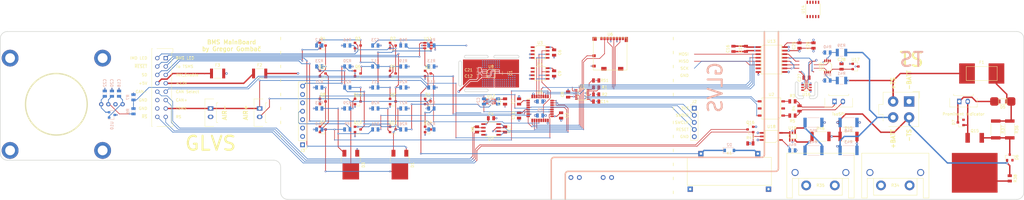
<source format=kicad_pcb>
(kicad_pcb (version 20171130) (host pcbnew 5.1.9)
  (layers (0 F.Cu signal) (1 In1.Cu power) (2 In2.Cu power) (31 B.Cu signal) (34 B.Paste user hide) (35 F.Paste user hide) (36 B.SilkS user) (37 F.SilkS user) (38 B.Mask user hide) (39 F.Mask user hide) (44 Edge.Cuts user))
  (net 0 "")
  (net 1 +3V3)
  (net 2 GND)
  (net 3 +5V)
  (net 4 /Current)
  (net 5 "Net-(C21-Pad1)")
  (net 6 "Net-(C22-Pad1)")
  (net 7 "Net-(C23-Pad1)")
  (net 8 "Net-(C24-Pad2)")
  (net 9 "Net-(C24-Pad1)")
  (net 10 /HV/5VISO)
  (net 11 -BATT)
  (net 12 /HV/3V3ISO)
  (net 13 /HV/4VISO)
  (net 14 To_TSMS)
  (net 15 "Net-(D1-Pad3)")
  (net 16 "Net-(D1-Pad2)")
  (net 17 From_TSMS)
  (net 18 "Net-(D3-Pad2)")
  (net 19 "Net-(D3-Pad3)")
  (net 20 "Net-(D4-Pad2)")
  (net 21 "Net-(D5-Pad1)")
  (net 22 "Net-(D5-Pad2)")
  (net 23 "Net-(D6-Pad1)")
  (net 24 -TS)
  (net 25 +TS)
  (net 26 /isoSPI+)
  (net 27 /isoSPI-)
  (net 28 /SWDIO)
  (net 29 /SWCLK)
  (net 30 /RST)
  (net 31 +12V)
  (net 32 /CAN+)
  (net 33 /CAN-)
  (net 34 From_SD)
  (net 35 RESET_BUTTON)
  (net 36 INV_Enable)
  (net 37 BMS_LED)
  (net 38 IMD_LED)
  (net 39 RelayStat)
  (net 40 NRelayStat)
  (net 41 /CANS)
  (net 42 +BATT)
  (net 43 "Net-(K1-Pad4)")
  (net 44 /SD_Status)
  (net 45 /Shutdown/~RESET)
  (net 46 "Net-(Q3-Pad3)")
  (net 47 /Shutdown/IMD_SD)
  (net 48 "Net-(Q5-Pad2)")
  (net 49 "Net-(Q6-Pad3)")
  (net 50 /IMD_Fault)
  (net 51 "Net-(Q7-Pad1)")
  (net 52 /Shutdown/BMS_SD)
  (net 53 /TS_ON)
  (net 54 "Net-(Q10-Pad3)")
  (net 55 "Net-(Q12-Pad2)")
  (net 56 "Net-(Q13-Pad3)")
  (net 57 /BMS_Fault)
  (net 58 "Net-(Q14-Pad1)")
  (net 59 "Net-(Q15-Pad3)")
  (net 60 /IBIAS)
  (net 61 /ICMP)
  (net 62 "Net-(R3-Pad2)")
  (net 63 "Net-(R5-Pad2)")
  (net 64 "Net-(R6-Pad2)")
  (net 65 /IMD)
  (net 66 "Net-(J3-Pad5)")
  (net 67 "Net-(R13-Pad2)")
  (net 68 "Net-(R26-Pad2)")
  (net 69 /PC_Ended)
  (net 70 "Net-(R39-Pad1)")
  (net 71 "Net-(R41-Pad1)")
  (net 72 "Net-(R44-Pad2)")
  (net 73 "Net-(R46-Pad1)")
  (net 74 "Net-(R49-Pad2)")
  (net 75 /MOSI)
  (net 76 /MISO)
  (net 77 /SCK)
  (net 78 /6820)
  (net 79 /I+)
  (net 80 /I-)
  (net 81 /WC)
  (net 82 /SCL)
  (net 83 /SDA)
  (net 84 /PADC)
  (net 85 /SDCard)
  (net 86 /CD)
  (net 87 "Net-(U5-Pad21)")
  (net 88 "Net-(U5-Pad22)")
  (net 89 "Net-(U13-Pad14)")
  (net 90 "Net-(U13-Pad13)")
  (net 91 "Net-(U13-Pad12)")
  (net 92 "Net-(U13-Pad11)")
  (net 93 /HV/TSV)
  (net 94 /HV/PackV)
  (net 95 "Net-(U18-Pad3)")
  (net 96 "Net-(D7-Pad2)")
  (net 97 "Net-(J3-Pad6)")
  (net 98 "Net-(J3-Pad7)")
  (net 99 "Net-(U2-Pad2)")
  (net 100 "Net-(U5-Pad2)")
  (net 101 "Net-(U5-Pad3)")
  (net 102 "Net-(U5-Pad13)")
  (net 103 "Net-(U5-Pad15)")
  (net 104 "Net-(U8-Pad7)")
  (net 105 "Net-(U2-Pad5)")
  (net 106 "Net-(F2-Pad1)")
  (net 107 "Net-(F3-Pad2)")
  (net 108 "Net-(U14-Pad2)")
  (net 109 "Net-(U14-Pad4)")
  (net 110 "Net-(U14-Pad9)")
  (module Package_SO:SSOP-10_3.9x4.9mm_P1.00mm (layer F.Cu) (at 319.6 77.5 90)
    (fp_text reference U14 (at 0 -3.5 90) (layer F.SilkS))
    (fp_text value LTC1865L)
    (pad 10 smd rect (at 2.55 -2 90) (size 1.1 0.51) (layers F.Cu F.Paste F.Mask) (net 12 /HV/3V3ISO))
    (pad 9 smd rect (at 2.55 -1 90) (size 1.1 0.51) (layers F.Cu F.Paste F.Mask) (net 110 "Net-(U14-Pad9)"))
    (pad 5 smd rect (at -2.55 2 90) (size 1.1 0.51) (layers F.Cu F.Paste F.Mask) (net 11 -BATT))
    (pad 8 smd rect (at 2.55 0 90) (size 1.1 0.51) (layers F.Cu F.Paste F.Mask) (net 91 "Net-(U13-Pad12)"))
    (pad 7 smd rect (at 2.55 1 90) (size 1.1 0.51) (layers F.Cu F.Paste F.Mask) (net 92 "Net-(U13-Pad11)"))
    (pad 6 smd rect (at 2.55 2 90) (size 1.1 0.51) (layers F.Cu F.Paste F.Mask) (net 89 "Net-(U13-Pad14)"))
    (pad 4 smd rect (at -2.55 1 90) (size 1.1 0.51) (layers F.Cu F.Paste F.Mask) (net 109 "Net-(U14-Pad4)"))
    (pad 3 smd rect (at -2.55 0 90) (size 1.1 0.51) (layers F.Cu F.Paste F.Mask) (net 93 /HV/TSV))
    (pad 2 smd rect (at -2.55 -1 90) (size 1.1 0.51) (layers F.Cu F.Paste F.Mask) (net 108 "Net-(U14-Pad2)"))
    (pad 1 smd rect (at -2.55 -2 90) (size 1.1 0.51) (layers F.Cu F.Paste F.Mask) (net 90 "Net-(U13-Pad13)"))
  )
  (module Connector_Molex:Molex_Micro-Fit_3.0_43650-0215_1x02_P3.00mm_Vertical (layer F.Cu) (at 122.3 112.9 270)
    (fp_text reference J6 hide)
    (fp_text value AIR+ hide)
    (pad "" np_thru_hole circle (at -3 -1.96 270) (size 1 1) (drill 1) (layers *.Cu *.Mask))
    (pad "" np_thru_hole circle (at 6 -1.96 270) (size 1 1) (drill 1) (layers *.Cu *.Mask))
    (pad 1 thru_hole rect (at 0 0 270) (size 1.5 2) (drill 1) (layers *.Cu *.Mask) (net 17 From_TSMS))
    (pad 2 thru_hole oval (at 3 0 270) (size 1.5 2) (drill 1) (layers *.Cu *.Mask) (net 18 "Net-(D3-Pad2)"))
  )
  (module MainBoard:TO-247_wHeatsink (layer F.Cu) (at 348.975 140.4)
    (fp_text reference R34 (at 0 0) (layer F.SilkS))
    (fp_text value 10K)
    (pad 1 thru_hole circle (at -5.1 0) (size 3.5 3.5) (drill 2) (layers *.Cu *.Mask) (net 43 "Net-(K1-Pad4)"))
    (pad 2 thru_hole circle (at 5.1 0) (size 3.5 3.5) (drill 2) (layers *.Cu *.Mask) (net 25 +TS))
    (pad "" thru_hole circle (at 9.05 -4.6) (size 2.5 2.5) (drill 1.8) (layers *.Cu *.Mask))
    (pad "" thru_hole circle (at -9.05 -4.6) (size 2.5 2.5) (drill 1.8) (layers *.Cu *.Mask))
  )
  (module MainBoard:TO-247_wHeatsink (layer F.Cu) (at 322.3 140.4)
    (fp_text reference R35 (at 0 0) (layer F.SilkS))
    (fp_text value 10K)
    (pad 1 thru_hole circle (at -5.1 0) (size 3.5 3.5) (drill 2) (layers *.Cu *.Mask) (net 43 "Net-(K1-Pad4)"))
    (pad 2 thru_hole circle (at 5.1 0) (size 3.5 3.5) (drill 2) (layers *.Cu *.Mask) (net 25 +TS))
    (pad "" thru_hole circle (at 9.05 -4.6) (size 2.5 2.5) (drill 1.8) (layers *.Cu *.Mask))
    (pad "" thru_hole circle (at -9.05 -4.6) (size 2.5 2.5) (drill 1.8) (layers *.Cu *.Mask))
  )
  (module MainBoard:D2PAK (layer F.Cu) (at 377.3 126.98 180)
    (fp_text reference Q15 (at -0.02 6.08) (layer F.SilkS))
    (fp_text value BULB49D)
    (pad 3 smd rect (at 0 -8.925 180) (size 16.3 14.2) (layers F.Cu) (net 59 "Net-(Q15-Pad3)"))
    (pad 2 smd rect (at 2.52 3.575 180) (size 1.6 3.5) (layers F.Cu F.Paste F.Mask) (net 96 "Net-(D7-Pad2)"))
    (pad 1 smd rect (at -2.52 3.575 180) (size 1.6 3.5) (layers F.Cu F.Paste F.Mask) (net 23 "Net-(D6-Pad1)"))
  )
  (module MainBoard:TO-252-2 (layer F.Cu) (at 172.3 133.1 270)
    (fp_text reference D1 (at 0 -4.5 270) (layer F.SilkS))
    (fp_text value BT150S-600R)
    (pad 1 smd rect (at -4.2 -2.285 270) (size 2.4 1.4) (layers F.Cu F.Paste F.Mask) (net 14 To_TSMS))
    (pad 3 smd rect (at -4.2 2.285 270) (size 2.4 1.4) (layers F.Cu F.Paste F.Mask) (net 15 "Net-(D1-Pad3)"))
    (pad 2 smd rect (at 2.3 0 270) (size 5.75 5.9) (layers F.Cu F.Paste F.Mask) (net 16 "Net-(D1-Pad2)"))
  )
  (module MainBoard:PinHeader_1x02_P3mm_Vertical (layer F.Cu) (at 234.8 137.581 90)
    (fp_text reference J9 hide)
    (fp_text value IMD_TS+)
    (pad 2 thru_hole oval (at 0 1.5 90) (size 1.7 1.7) (drill 1) (layers *.Cu *.Mask) (net 25 +TS))
    (pad 1 thru_hole circle (at 0 -1.5 90) (size 1.7 1.7) (drill 1) (layers *.Cu *.Mask) (net 25 +TS))
  )
  (module MainBoard:PinHeader_1x02_P3mm_Vertical (layer F.Cu) (at 246.3 137.581 90)
    (fp_text reference J10 hide)
    (fp_text value IMD_TS-)
    (pad 2 thru_hole oval (at 0 1.5 90) (size 1.7 1.7) (drill 1) (layers *.Cu *.Mask) (net 24 -TS))
    (pad 1 thru_hole circle (at 0 -1.5 90) (size 1.7 1.7) (drill 1) (layers *.Cu *.Mask) (net 24 -TS))
  )
  (module MainBoard:PinHeader_1x08_P3mm_Vertical (layer F.Cu) (at 137.621 115.4 180)
    (fp_text reference J3 (at 0 -12.5 180) (layer F.SilkS))
    (fp_text value IMD)
    (pad 1 thru_hole rect (at 0 -10.5 180) (size 1.7 1.7) (drill 1) (layers *.Cu *.Mask) (net 2 GND))
    (pad 2 thru_hole oval (at 0 -7.5 180) (size 1.7 1.7) (drill 1) (layers *.Cu *.Mask) (net 31 +12V))
    (pad 3 thru_hole oval (at 0 -4.5 180) (size 1.7 1.7) (drill 1) (layers *.Cu *.Mask) (net 2 GND))
    (pad 4 thru_hole oval (at 0 -1.5 180) (size 1.7 1.7) (drill 1) (layers *.Cu *.Mask) (net 2 GND))
    (pad 5 thru_hole oval (at 0 1.5 180) (size 1.7 1.7) (drill 1) (layers *.Cu *.Mask) (net 66 "Net-(J3-Pad5)"))
    (pad 6 thru_hole oval (at 0 4.5 180) (size 1.7 1.7) (drill 1) (layers *.Cu *.Mask) (net 97 "Net-(J3-Pad6)"))
    (pad 7 thru_hole oval (at 0 7.5 180) (size 1.7 1.7) (drill 1) (layers *.Cu *.Mask) (net 98 "Net-(J3-Pad7)"))
    (pad 8 thru_hole oval (at 0 10.5 180) (size 1.7 1.7) (drill 1) (layers *.Cu *.Mask) (net 50 /IMD_Fault))
  )
  (module "MainBoard:HTFS 200-P" (layer F.Cu) (at 69.61 111.4 90)
    (fp_text reference U9 hide)
    (fp_text value HTFS200-P)
    (pad 1 thru_hole circle (at 0 3.81 90) (size 1.524 1.524) (drill 0.762) (layers *.Cu *.Mask) (net 3 +5V))
    (pad 2 thru_hole circle (at 0 1.27 90) (size 1.524 1.524) (drill 0.762) (layers *.Cu *.Mask) (net 2 GND))
    (pad 3 thru_hole circle (at 0 -1.27 90) (size 1.524 1.524) (drill 0.762) (layers *.Cu *.Mask) (net 4 /Current))
    (pad 4 thru_hole circle (at 0 -3.81 90) (size 1.524 1.524) (drill 0.762) (layers *.Cu *.Mask) (net 6 "Net-(C22-Pad1)"))
    (pad "" thru_hole circle (at 16.5 -36.31 90) (size 6 6) (drill 3.5) (layers *.Cu *.Mask))
    (pad "" thru_hole circle (at -16.5 -36.31 90) (size 6 6) (drill 3.5) (layers *.Cu *.Mask))
    (pad "" thru_hole circle (at -16.5 -3.31 90) (size 6 6) (drill 3.5) (layers *.Cu *.Mask))
    (pad "" thru_hole circle (at 16.5 -3.31 90) (size 6 6) (drill 3.5) (layers *.Cu *.Mask))
  )
  (module MountingHole:MountingHole_4.3mm_M4 (layer F.Cu) (at 134.8 90.4)
    (fp_text reference REF** hide)
    (fp_text value MountingHole_4.3mm_M4 hide)
    (pad 1 np_thru_hole circle (at 0 0) (size 4.3 4.3) (drill 4.3) (layers *.Cu *.Mask))
  )
  (module MountingHole:MountingHole_4.3mm_M4 (layer F.Cu) (at 134.8 140.4)
    (fp_text reference REF** hide)
    (fp_text value MountingHole_4.3mm_M4 hide)
    (pad 1 np_thru_hole circle (at 0 0) (size 4.3 4.3) (drill 4.3) (layers *.Cu *.Mask))
  )
  (module MountingHole:MountingHole_4.3mm_M4 (layer F.Cu) (at 264.8 90.4)
    (fp_text reference REF** hide)
    (fp_text value MountingHole_4.3mm_M4 hide)
    (pad 1 np_thru_hole circle (at 0 0) (size 4.3 4.3) (drill 4.3) (layers *.Cu *.Mask))
  )
  (module Capacitor_SMD:C_1206_3216Metric (layer F.Cu) (at 209.8 100.245 90)
    (fp_text reference C1 (at 0 2 90) (layer F.SilkS))
    (fp_text value 47u)
    (pad 1 smd rect (at -1.505 0 90) (size 1.07 1.8) (layers F.Cu F.Paste F.Mask) (net 1 +3V3))
    (pad 2 smd rect (at 1.505 0 90) (size 1.07 1.8) (layers F.Cu F.Paste F.Mask) (net 2 GND))
  )
  (module Capacitor_SMD:C_0805_2012Metric (layer B.Cu) (at 222.3 110.4)
    (fp_text reference C2 (at 0 -2) (layer B.SilkS) (effects (justify mirror)))
    (fp_text value 4.7u)
    (pad 1 smd rect (at -0.955 0) (size 0.97 1.5) (layers B.Cu B.Paste B.Mask) (net 1 +3V3))
    (pad 2 smd rect (at 0.955 0) (size 0.97 1.5) (layers B.Cu B.Paste B.Mask) (net 2 GND))
  )
  (module Capacitor_SMD:C_0805_2012Metric (layer F.Cu) (at 229.8 115.4 270)
    (fp_text reference C3 (at 0 -2 270) (layer F.SilkS))
    (fp_text value 100n)
    (pad 1 smd rect (at -0.955 0 270) (size 0.97 1.5) (layers F.Cu F.Paste F.Mask) (net 1 +3V3))
    (pad 2 smd rect (at 0.955 0 270) (size 0.97 1.5) (layers F.Cu F.Paste F.Mask) (net 2 GND))
  )
  (module Capacitor_SMD:C_0805_2012Metric (layer F.Cu) (at 204.8 116.4)
    (fp_text reference C4 (at 0 -1.5) (layer F.SilkS))
    (fp_text value 100n)
    (pad 1 smd rect (at -0.955 0) (size 0.97 1.5) (layers F.Cu F.Paste F.Mask) (net 1 +3V3))
    (pad 2 smd rect (at 0.955 0) (size 0.97 1.5) (layers F.Cu F.Paste F.Mask) (net 2 GND))
  )
  (module Capacitor_SMD:C_0805_2012Metric (layer B.Cu) (at 222.3 115.4)
    (fp_text reference C5 (at 0 -2) (layer B.SilkS) (effects (justify mirror)))
    (fp_text value 1u)
    (pad 2 smd rect (at 0.955 0) (size 0.97 1.5) (layers B.Cu B.Paste B.Mask) (net 2 GND))
    (pad 1 smd rect (at -0.955 0) (size 0.97 1.5) (layers B.Cu B.Paste B.Mask) (net 1 +3V3))
  )
  (module Capacitor_SMD:C_0805_2012Metric (layer F.Cu) (at 227.3 92.9 270)
    (fp_text reference C6 (at 0 -2 270) (layer F.SilkS))
    (fp_text value 10n)
    (pad 1 smd rect (at -0.955 0 270) (size 0.97 1.5) (layers F.Cu F.Paste F.Mask) (net 1 +3V3))
    (pad 2 smd rect (at 0.955 0 270) (size 0.97 1.5) (layers F.Cu F.Paste F.Mask) (net 2 GND))
  )
  (module Capacitor_SMD:C_0805_2012Metric (layer F.Cu) (at 214.8 110.4 90)
    (fp_text reference C7 (at 0 -2 90) (layer F.SilkS))
    (fp_text value 100n)
    (pad 2 smd rect (at 0.955 0 90) (size 0.97 1.5) (layers F.Cu F.Paste F.Mask) (net 2 GND))
    (pad 1 smd rect (at -0.955 0 90) (size 0.97 1.5) (layers F.Cu F.Paste F.Mask) (net 1 +3V3))
  )
  (module Capacitor_SMD:C_0805_2012Metric (layer F.Cu) (at 232.3 107.9 90)
    (fp_text reference C8 (at 0 -2 90) (layer F.SilkS))
    (fp_text value 10n)
    (pad 2 smd rect (at 0.955 0 90) (size 0.97 1.5) (layers F.Cu F.Paste F.Mask) (net 2 GND))
    (pad 1 smd rect (at -0.955 0 90) (size 0.97 1.5) (layers F.Cu F.Paste F.Mask) (net 1 +3V3))
  )
  (module Capacitor_SMD:C_0805_2012Metric (layer F.Cu) (at 227.3 100.4 270)
    (fp_text reference C9 (at 0 -2 270) (layer F.SilkS))
    (fp_text value 10n)
    (pad 1 smd rect (at -0.955 0 270) (size 0.97 1.5) (layers F.Cu F.Paste F.Mask) (net 1 +3V3))
    (pad 2 smd rect (at 0.955 0 270) (size 0.97 1.5) (layers F.Cu F.Paste F.Mask) (net 2 GND))
  )
  (module Capacitor_SMD:C_0805_2012Metric (layer F.Cu) (at 214.8 115.4 270)
    (fp_text reference C10 (at 0 2 270) (layer F.SilkS))
    (fp_text value 10n)
    (pad 2 smd rect (at 0.955 0 270) (size 0.97 1.5) (layers F.Cu F.Paste F.Mask) (net 2 GND))
    (pad 1 smd rect (at -0.955 0 270) (size 0.97 1.5) (layers F.Cu F.Paste F.Mask) (net 1 +3V3))
  )
  (module Capacitor_SMD:C_0805_2012Metric (layer F.Cu) (at 209.8 110.4 270)
    (fp_text reference C11 (at 0 2 270) (layer F.SilkS))
    (fp_text value 100n)
    (pad 2 smd rect (at 0.955 0 270) (size 0.97 1.5) (layers F.Cu F.Paste F.Mask) (net 2 GND))
    (pad 1 smd rect (at -0.955 0 270) (size 0.97 1.5) (layers F.Cu F.Paste F.Mask) (net 1 +3V3))
  )
  (module Capacitor_SMD:C_0805_2012Metric (layer F.Cu) (at 199.8 101.355 180)
    (fp_text reference C12 (at 3 0 180) (layer F.SilkS))
    (fp_text value 4.7u)
    (pad 1 smd rect (at -0.955 0 180) (size 0.97 1.5) (layers F.Cu F.Paste F.Mask) (net 3 +5V))
    (pad 2 smd rect (at 0.955 0 180) (size 0.97 1.5) (layers F.Cu F.Paste F.Mask) (net 2 GND))
  )
  (module Capacitor_SMD:C_0805_2012Metric (layer F.Cu) (at 242.3 110.4)
    (fp_text reference C14 (at 3 0) (layer F.SilkS))
    (fp_text value 10n)
    (pad 2 smd rect (at 0.955 0) (size 0.97 1.5) (layers F.Cu F.Paste F.Mask) (net 2 GND))
    (pad 1 smd rect (at -0.955 0) (size 0.97 1.5) (layers F.Cu F.Paste F.Mask) (net 3 +5V))
  )
  (module Capacitor_SMD:C_0805_2012Metric (layer F.Cu) (at 295.705 91.59 270)
    (fp_text reference C15 (at 0 2 270) (layer F.SilkS))
    (fp_text value 100n)
    (pad 1 smd rect (at -0.955 0 270) (size 0.97 1.5) (layers F.Cu F.Paste F.Mask) (net 1 +3V3))
    (pad 2 smd rect (at 0.955 0 270) (size 0.97 1.5) (layers F.Cu F.Paste F.Mask) (net 2 GND))
  )
  (module Capacitor_SMD:C_0805_2012Metric (layer F.Cu) (at 291.26 91.59 270)
    (fp_text reference C16 (at 0 2 270) (layer F.SilkS))
    (fp_text value 10u)
    (pad 1 smd rect (at -0.955 0 270) (size 0.97 1.5) (layers F.Cu F.Paste F.Mask) (net 1 +3V3))
    (pad 2 smd rect (at 0.955 0 270) (size 0.97 1.5) (layers F.Cu F.Paste F.Mask) (net 2 GND))
  )
  (module Capacitor_SMD:C_0805_2012Metric (layer F.Cu) (at 209.8 120.4 270)
    (fp_text reference C17 (at 0 -1.5 270) (layer F.SilkS))
    (fp_text value 100n)
    (pad 1 smd rect (at -0.955 0 270) (size 0.97 1.5) (layers F.Cu F.Paste F.Mask) (net 3 +5V))
    (pad 2 smd rect (at 0.955 0 270) (size 0.97 1.5) (layers F.Cu F.Paste F.Mask) (net 2 GND))
  )
  (module Capacitor_SMD:C_0805_2012Metric (layer B.Cu) (at 72.15 107.6 90)
    (fp_text reference C18 (at 3.81 0 90) (layer B.SilkS) (effects (justify mirror)))
    (fp_text value 47n)
    (pad 1 smd rect (at -0.955 0 90) (size 0.97 1.5) (layers B.Cu B.Paste B.Mask) (net 3 +5V))
    (pad 2 smd rect (at 0.955 0 90) (size 0.97 1.5) (layers B.Cu B.Paste B.Mask) (net 2 GND))
  )
  (module Capacitor_SMD:C_0805_2012Metric (layer B.Cu) (at 69.61 107.6 90)
    (fp_text reference C20 (at 3.81 0 270) (layer B.SilkS) (effects (justify mirror)))
    (fp_text value 4.7n)
    (pad 1 smd rect (at -0.955 0 90) (size 0.97 1.5) (layers B.Cu B.Paste B.Mask) (net 4 /Current))
    (pad 2 smd rect (at 0.955 0 90) (size 0.97 1.5) (layers B.Cu B.Paste B.Mask) (net 2 GND))
  )
  (module Capacitor_SMD:C_0805_2012Metric (layer F.Cu) (at 199.8 99.15 180)
    (fp_text reference C21 (at 3 0 180) (layer F.SilkS))
    (fp_text value 10n)
    (pad 2 smd rect (at 0.955 0 180) (size 0.97 1.5) (layers F.Cu F.Paste F.Mask) (net 2 GND))
    (pad 1 smd rect (at -0.955 0 180) (size 0.97 1.5) (layers F.Cu F.Paste F.Mask) (net 5 "Net-(C21-Pad1)"))
  )
  (module Capacitor_SMD:C_0805_2012Metric (layer B.Cu) (at 67.07 107.6 90)
    (fp_text reference C22 (at 3.81 0 270) (layer B.SilkS) (effects (justify mirror)))
    (fp_text value 47n)
    (pad 2 smd rect (at 0.955 0 90) (size 0.97 1.5) (layers B.Cu B.Paste B.Mask) (net 2 GND))
    (pad 1 smd rect (at -0.955 0 90) (size 0.97 1.5) (layers B.Cu B.Paste B.Mask) (net 6 "Net-(C22-Pad1)"))
  )
  (module Capacitor_SMD:C_0805_2012Metric (layer B.Cu) (at 163.55 90.4)
    (fp_text reference C23 (at 0 -2) (layer B.SilkS) (effects (justify mirror)))
    (fp_text value 1u)
    (pad 1 smd rect (at -0.955 0) (size 0.97 1.5) (layers B.Cu B.Paste B.Mask) (net 7 "Net-(C23-Pad1)"))
    (pad 2 smd rect (at 0.955 0) (size 0.97 1.5) (layers B.Cu B.Paste B.Mask) (net 2 GND))
  )
  (module Capacitor_SMD:C_0805_2012Metric (layer B.Cu) (at 202.3 110.4 270)
    (fp_text reference C24 (at 0 2 270) (layer B.SilkS) (effects (justify mirror)))
    (fp_text value 10n)
    (pad 2 smd rect (at 0.955 0 270) (size 0.97 1.5) (layers B.Cu B.Paste B.Mask) (net 8 "Net-(C24-Pad2)"))
    (pad 1 smd rect (at -0.955 0 270) (size 0.97 1.5) (layers B.Cu B.Paste B.Mask) (net 9 "Net-(C24-Pad1)"))
  )
  (module Capacitor_SMD:C_0805_2012Metric (layer F.Cu) (at 314.8 90.4 270)
    (fp_text reference C25 (at 0 2 270) (layer F.SilkS))
    (fp_text value 10u)
    (pad 1 smd rect (at -0.955 0 270) (size 0.97 1.5) (layers F.Cu F.Paste F.Mask) (net 10 /HV/5VISO))
    (pad 2 smd rect (at 0.955 0 270) (size 0.97 1.5) (layers F.Cu F.Paste F.Mask) (net 11 -BATT))
  )
  (module Capacitor_SMD:C_0805_2012Metric (layer F.Cu) (at 319.8 90.4 270)
    (fp_text reference C26 (at 0 2 270) (layer F.SilkS))
    (fp_text value 100n)
    (pad 2 smd rect (at 0.955 0 270) (size 0.97 1.5) (layers F.Cu F.Paste F.Mask) (net 11 -BATT))
    (pad 1 smd rect (at -0.955 0 270) (size 0.97 1.5) (layers F.Cu F.Paste F.Mask) (net 10 /HV/5VISO))
  )
  (module Capacitor_SMD:C_0805_2012Metric (layer F.Cu) (at 317.3 101.9)
    (fp_text reference C27 (at -2.5 0 90) (layer F.SilkS))
    (fp_text value 1u)
    (pad 2 smd rect (at 0.955 0) (size 0.97 1.5) (layers F.Cu F.Paste F.Mask) (net 11 -BATT))
    (pad 1 smd rect (at -0.955 0) (size 0.97 1.5) (layers F.Cu F.Paste F.Mask) (net 12 /HV/3V3ISO))
  )
  (module Capacitor_SMD:C_0805_2012Metric (layer F.Cu) (at 329.8 97.9 90)
    (fp_text reference C28 (at 2.5 0 180) (layer F.SilkS))
    (fp_text value 100n)
    (pad 2 smd rect (at 0.955 0 90) (size 0.97 1.5) (layers F.Cu F.Paste F.Mask) (net 11 -BATT))
    (pad 1 smd rect (at -0.955 0 90) (size 0.97 1.5) (layers F.Cu F.Paste F.Mask) (net 13 /HV/4VISO))
  )
  (module Diode_SMD:D_SOD-123 (layer B.Cu) (at 289.8 127.9)
    (fp_text reference D2 (at 0 -2) (layer B.SilkS) (effects (justify mirror)))
    (fp_text value BAS16GW)
    (pad 1 smd rect (at -1.65 0) (size 0.9 1.2) (layers B.Cu B.Paste B.Mask) (net 17 From_TSMS))
    (pad 2 smd rect (at 1.65 0) (size 0.9 1.2) (layers B.Cu B.Paste B.Mask) (net 2 GND))
  )
  (module MainBoard:TO-252-2 (layer F.Cu) (at 154.8 133.1 270)
    (fp_text reference D3 (at 0 -4.5 270) (layer F.SilkS))
    (fp_text value BT150S-600R)
    (pad 2 smd rect (at 2.3 0 270) (size 5.75 5.9) (layers F.Cu F.Paste F.Mask) (net 18 "Net-(D3-Pad2)"))
    (pad 3 smd rect (at -4.2 2.285 270) (size 2.4 1.4) (layers F.Cu F.Paste F.Mask) (net 19 "Net-(D3-Pad3)"))
    (pad 1 smd rect (at -4.2 -2.285 270) (size 2.4 1.4) (layers F.Cu F.Paste F.Mask) (net 2 GND))
  )
  (module Diode_SMD:D_SOT-23_ANK (layer F.Cu) (at 182.3 110.4)
    (fp_text reference D4 (at 0 -2.5) (layer F.SilkS))
    (fp_text value MMBZ4624)
    (pad 2 smd rect (at -1 -0.95) (size 0.9 0.8) (layers F.Cu F.Paste F.Mask) (net 20 "Net-(D4-Pad2)"))
    (pad "" smd rect (at -1 0.95) (size 0.9 0.8) (layers F.Cu F.Paste F.Mask))
    (pad 1 smd rect (at 1 0) (size 0.9 0.8) (layers F.Cu F.Paste F.Mask) (net 18 "Net-(D3-Pad2)"))
  )
  (module MainBoard:DO-219AB (layer F.Cu) (at 387.3 110.4)
    (fp_text reference D5 (at 0 2 180) (layer F.SilkS))
    (fp_text value BZD27C56P)
    (pad 1 smd rect (at -1.45 0) (size 1.3 1.4) (layers F.Cu F.Paste F.Mask) (net 21 "Net-(D5-Pad1)"))
    (pad 2 smd rect (at 1.45 0) (size 1.3 1.4) (layers F.Cu F.Paste F.Mask) (net 22 "Net-(D5-Pad2)"))
    (pad 1 smd roundrect (at -3 0) (size 3 3) (layers F.Cu) (net 21 "Net-(D5-Pad1)"))
    (pad 2 smd roundrect (at 3 0) (size 3 3) (layers F.Cu) (net 22 "Net-(D5-Pad2)"))
  )
  (module Diode_SMD:D_SOT-23_ANK (layer F.Cu) (at 389.8 130.4 90)
    (fp_text reference D6 (at 0 2.5 90) (layer F.SilkS))
    (fp_text value MMBZ4624)
    (pad 1 smd rect (at 1 0 90) (size 0.9 0.8) (layers F.Cu F.Paste F.Mask) (net 23 "Net-(D6-Pad1)"))
    (pad "" smd rect (at -1 0.95 90) (size 0.9 0.8) (layers F.Cu F.Paste F.Mask))
    (pad 2 smd rect (at -1 -0.95 90) (size 0.9 0.8) (layers F.Cu F.Paste F.Mask) (net 24 -TS))
  )
  (module MainBoard:SMD_Fuse (layer F.Cu) (at 379.8 100.4)
    (fp_text reference F1 (at 0 -4) (layer F.SilkS))
    (fp_text value 0885001.DR)
    (pad 1 smd rect (at -5.25 0) (size 5.6 7.23) (layers F.Cu F.Paste F.Mask) (net 25 +TS))
    (pad 2 smd rect (at 5.25 0) (size 5.6 7.23) (layers F.Cu F.Paste F.Mask) (net 22 "Net-(D5-Pad2)"))
  )
  (module Connector_Molex:Molex_Micro-Fit_3.0_43650-0215_1x02_P3.00mm_Vertical (layer F.Cu) (at 327.3 110.4)
    (fp_text reference J1 hide)
    (fp_text value isoSPI hide)
    (pad "" np_thru_hole circle (at -3 -1.96) (size 1 1) (drill 1) (layers *.Cu *.Mask))
    (pad "" np_thru_hole circle (at 6 -1.96) (size 1 1) (drill 1) (layers *.Cu *.Mask))
    (pad 1 thru_hole rect (at 0 0) (size 1.5 2) (drill 1) (layers *.Cu *.Mask) (net 26 /isoSPI+))
    (pad 2 thru_hole oval (at 3 0) (size 1.5 2) (drill 1) (layers *.Cu *.Mask) (net 27 /isoSPI-))
  )
  (module Connector_PinHeader_2.54mm:PinHeader_1x05_P2.54mm_Vertical (layer F.Cu) (at 277.3 112.82)
    (fp_text reference J2 (at 0 -2.33) (layer F.SilkS))
    (fp_text value SWDebug)
    (pad 1 thru_hole rect (at 0 0) (size 1.7 1.7) (drill 1) (layers *.Cu *.Mask) (net 1 +3V3))
    (pad 2 thru_hole oval (at 0 2.54) (size 1.7 1.7) (drill 1) (layers *.Cu *.Mask) (net 28 /SWDIO))
    (pad 3 thru_hole oval (at 0 5.08) (size 1.7 1.7) (drill 1) (layers *.Cu *.Mask) (net 29 /SWCLK))
    (pad 4 thru_hole oval (at 0 7.62) (size 1.7 1.7) (drill 1) (layers *.Cu *.Mask) (net 30 /RST))
    (pad 5 thru_hole oval (at 0 10.16) (size 1.7 1.7) (drill 1) (layers *.Cu *.Mask) (net 2 GND))
  )
  (module Connector_Molex:Molex_Micro-Fit_3.0_43045-1612_2x08_P3.00mm_Vertical (layer F.Cu) (at 88.8 94.9 270)
    (fp_text reference J4 hide)
    (fp_text value IO hide)
    (pad "" np_thru_hole circle (at -3 3.94 270) (size 1 1) (drill 1) (layers *.Cu *.Mask))
    (pad "" np_thru_hole circle (at 24 3.94 270) (size 1 1) (drill 1) (layers *.Cu *.Mask))
    (pad 1 thru_hole rect (at 0 0 270) (size 1.5 1.5) (drill 1) (layers *.Cu *.Mask) (net 37 BMS_LED))
    (pad 2 thru_hole circle (at 3 0 270) (size 1.5 1.5) (drill 1) (layers *.Cu *.Mask) (net 14 To_TSMS))
    (pad 3 thru_hole circle (at 6 0 270) (size 1.5 1.5) (drill 1) (layers *.Cu *.Mask) (net 36 INV_Enable))
    (pad 4 thru_hole circle (at 9 0 270) (size 1.5 1.5) (drill 1) (layers *.Cu *.Mask) (net 106 "Net-(F2-Pad1)"))
    (pad 5 thru_hole circle (at 12 0 270) (size 1.5 1.5) (drill 1) (layers *.Cu *.Mask) (net 41 /CANS))
    (pad 6 thru_hole circle (at 15 0 270) (size 1.5 1.5) (drill 1) (layers *.Cu *.Mask) (net 32 /CAN+))
    (pad 7 thru_hole circle (at 18 0 270) (size 1.5 1.5) (drill 1) (layers *.Cu *.Mask) (net 17 From_TSMS))
    (pad 8 thru_hole circle (at 21 0 270) (size 1.5 1.5) (drill 1) (layers *.Cu *.Mask) (net 39 RelayStat))
    (pad 9 thru_hole circle (at 0 3 270) (size 1.5 1.5) (drill 1) (layers *.Cu *.Mask) (net 38 IMD_LED))
    (pad 10 thru_hole circle (at 3 3 270) (size 1.5 1.5) (drill 1) (layers *.Cu *.Mask) (net 35 RESET_BUTTON))
    (pad 11 thru_hole circle (at 6 3 270) (size 1.5 1.5) (drill 1) (layers *.Cu *.Mask) (net 34 From_SD))
    (pad 12 thru_hole circle (at 9 3 270) (size 1.5 1.5) (drill 1) (layers *.Cu *.Mask) (net 107 "Net-(F3-Pad2)"))
    (pad 13 thru_hole circle (at 12 3 270) (size 1.5 1.5) (drill 1) (layers *.Cu *.Mask) (net 33 /CAN-))
    (pad 14 thru_hole circle (at 15 3 270) (size 1.5 1.5) (drill 1) (layers *.Cu *.Mask) (net 40 NRelayStat))
    (pad 15 thru_hole circle (at 18 3 270) (size 1.5 1.5) (drill 1) (layers *.Cu *.Mask) (net 2 GND))
    (pad 16 thru_hole circle (at 21 3 270) (size 1.5 1.5) (drill 1) (layers *.Cu *.Mask) (net 2 GND))
  )
  (module Connector_Molex:Molex_Micro-Fit_3.0_43650-0215_1x02_P3.00mm_Vertical (layer F.Cu) (at 104.8 112.9 270)
    (fp_text reference J5 hide)
    (fp_text value AIR- hide)
    (pad 2 thru_hole oval (at 3 0 270) (size 1.5 2) (drill 1) (layers *.Cu *.Mask) (net 2 GND))
    (pad 1 thru_hole rect (at 0 0 270) (size 1.5 2) (drill 1) (layers *.Cu *.Mask) (net 17 From_TSMS))
    (pad "" np_thru_hole circle (at 6 -1.96 270) (size 1 1) (drill 1) (layers *.Cu *.Mask))
    (pad "" np_thru_hole circle (at -3 -1.96 270) (size 1 1) (drill 1) (layers *.Cu *.Mask))
  )
  (module Connector_Molex:Molex_Micro-Fit_3.0_43650-0215_1x02_P3.00mm_Vertical (layer F.Cu) (at 371.8 110.4)
    (fp_text reference J7 hide)
    (fp_text value ProminentIndicator)
    (pad 2 thru_hole oval (at 3 0) (size 1.5 2) (drill 1) (layers *.Cu *.Mask) (net 96 "Net-(D7-Pad2)"))
    (pad 1 thru_hole rect (at 0 0) (size 1.5 2) (drill 1) (layers *.Cu *.Mask) (net 21 "Net-(D5-Pad1)"))
    (pad "" np_thru_hole circle (at 6 -1.96) (size 1 1) (drill 1) (layers *.Cu *.Mask))
    (pad "" np_thru_hole circle (at -3 -1.96) (size 1 1) (drill 1) (layers *.Cu *.Mask))
  )
  (module Connector_Molex:Molex_Mega-Fit_76829-0104_2x02_P5.70mm_Vertical (layer F.Cu) (at 353.9 110.4 270)
    (fp_text reference J8 hide)
    (fp_text value HV)
    (pad 1 thru_hole rect (at 0 0 270) (size 3.7 3.7) (drill 1.8) (layers *.Cu *.Mask) (net 11 -BATT))
    (pad 2 thru_hole circle (at 5.7 0 270) (size 3.7 3.7) (drill 1.8) (layers *.Cu *.Mask) (net 24 -TS))
    (pad 3 thru_hole circle (at 0 5.7 270) (size 3.7 3.7) (drill 1.8) (layers *.Cu *.Mask) (net 25 +TS))
    (pad 4 thru_hole circle (at 5.7 5.7 270) (size 3.7 3.7) (drill 1.8) (layers *.Cu *.Mask) (net 42 +BATT))
    (pad "" np_thru_hole circle (at 8.18 8.47 270) (size 1.8 1.8) (drill 1.8) (layers *.Cu *.Mask))
  )
  (module MainBoard:KT_THT (layer F.Cu) (at 289.8 135.4)
    (fp_text reference K1 (at 0 -6.5) (layer F.SilkS))
    (fp_text value KT12-1A)
    (pad 1 thru_hole rect (at -10.15 -6.35) (size 1.9 1.9) (drill 0.85) (layers *.Cu *.Mask) (net 17 From_TSMS))
    (pad 2 thru_hole rect (at 10.15 -6.35) (size 1.9 1.9) (drill 0.85) (layers *.Cu *.Mask) (net 2 GND))
    (pad 3 thru_hole rect (at -13.97 6.35) (size 1.9 1.9) (drill 0.85) (layers *.Cu *.Mask) (net 42 +BATT))
    (pad 4 thru_hole rect (at 13.97 6.35) (size 1.9 1.9) (drill 0.85) (layers *.Cu *.Mask) (net 43 "Net-(K1-Pad4)"))
  )
  (module Package_TO_SOT_SMD:SOT-23 (layer F.Cu) (at 182.3 100.4)
    (fp_text reference Q1 (at 0 -2.5) (layer F.SilkS))
    (fp_text value TSM2306)
    (pad 3 smd rect (at 1 0) (size 0.9 0.8) (layers F.Cu F.Paste F.Mask) (net 44 /SD_Status))
    (pad 2 smd rect (at -1 0.95) (size 0.9 0.8) (layers F.Cu F.Paste F.Mask) (net 2 GND))
    (pad 1 smd rect (at -1 -0.95) (size 0.9 0.8) (layers F.Cu F.Paste F.Mask) (net 17 From_TSMS))
  )
  (module Package_TO_SOT_SMD:SOT-23 (layer F.Cu) (at 169.8 90.4)
    (fp_text reference Q2 (at 0 -2.5) (layer F.SilkS))
    (fp_text value TSM3401)
    (pad 3 smd rect (at 1 0) (size 0.9 0.8) (layers F.Cu F.Paste F.Mask) (net 38 IMD_LED))
    (pad 2 smd rect (at -1 0.95) (size 0.9 0.8) (layers F.Cu F.Paste F.Mask) (net 31 +12V))
    (pad 1 smd rect (at -1 -0.95) (size 0.9 0.8) (layers F.Cu F.Paste F.Mask) (net 45 /Shutdown/~RESET))
  )
  (module Package_TO_SOT_SMD:SOT-23 (layer F.Cu) (at 157.3 90.4)
    (fp_text reference Q3 (at 0 -2.5) (layer F.SilkS))
    (fp_text value TSM3401)
    (pad 1 smd rect (at -1 -0.95) (size 0.9 0.8) (layers F.Cu F.Paste F.Mask) (net 38 IMD_LED))
    (pad 2 smd rect (at -1 0.95) (size 0.9 0.8) (layers F.Cu F.Paste F.Mask) (net 31 +12V))
    (pad 3 smd rect (at 1 0) (size 0.9 0.8) (layers F.Cu F.Paste F.Mask) (net 46 "Net-(Q3-Pad3)"))
  )
  (module Package_TO_SOT_SMD:SOT-23 (layer F.Cu) (at 144.8 90.4)
    (fp_text reference Q4 (at 0 -2.5) (layer F.SilkS))
    (fp_text value TSM3401)
    (pad 3 smd rect (at 1 0) (size 0.9 0.8) (layers F.Cu F.Paste F.Mask) (net 47 /Shutdown/IMD_SD))
    (pad 2 smd rect (at -1 0.95) (size 0.9 0.8) (layers F.Cu F.Paste F.Mask) (net 34 From_SD))
    (pad 1 smd rect (at -1 -0.95) (size 0.9 0.8) (layers F.Cu F.Paste F.Mask) (net 46 "Net-(Q3-Pad3)"))
  )
  (module Package_TO_SOT_SMD:SOT-23 (layer F.Cu) (at 169.8 100.4)
    (fp_text reference Q5 (at 0 -2.5) (layer F.SilkS))
    (fp_text value TSM2306)
    (pad 3 smd rect (at 1 0) (size 0.9 0.8) (layers F.Cu F.Paste F.Mask) (net 38 IMD_LED))
    (pad 2 smd rect (at -1 0.95) (size 0.9 0.8) (layers F.Cu F.Paste F.Mask) (net 48 "Net-(Q5-Pad2)"))
    (pad 1 smd rect (at -1 -0.95) (size 0.9 0.8) (layers F.Cu F.Paste F.Mask) (net 46 "Net-(Q3-Pad3)"))
  )
  (module Package_TO_SOT_SMD:SOT-23 (layer F.Cu) (at 157.3 100.4)
    (fp_text reference Q6 (at 0 -2.5) (layer F.SilkS))
    (fp_text value TSM2306)
    (pad 3 smd rect (at 1 0) (size 0.9 0.8) (layers F.Cu F.Paste F.Mask) (net 49 "Net-(Q6-Pad3)"))
    (pad 2 smd rect (at -1 0.95) (size 0.9 0.8) (layers F.Cu F.Paste F.Mask) (net 2 GND))
    (pad 1 smd rect (at -1 -0.95) (size 0.9 0.8) (layers F.Cu F.Paste F.Mask) (net 50 /IMD_Fault))
  )
  (module Package_TO_SOT_SMD:SOT-23 (layer F.Cu) (at 144.8 120.4)
    (fp_text reference Q7 (at 0 -2.5) (layer F.SilkS))
    (fp_text value TSM3401)
    (pad 1 smd rect (at -1 -0.95) (size 0.9 0.8) (layers F.Cu F.Paste F.Mask) (net 51 "Net-(Q7-Pad1)"))
    (pad 2 smd rect (at -1 0.95) (size 0.9 0.8) (layers F.Cu F.Paste F.Mask) (net 52 /Shutdown/BMS_SD))
    (pad 3 smd rect (at 1 0) (size 0.9 0.8) (layers F.Cu F.Paste F.Mask) (net 16 "Net-(D1-Pad2)"))
  )
  (module Package_TO_SOT_SMD:SOT-23 (layer F.Cu) (at 144.8 110.4)
    (fp_text reference Q8 (at 0 -2.5) (layer F.SilkS))
    (fp_text value TSM2312)
    (pad 3 smd rect (at 1 0) (size 0.9 0.8) (layers F.Cu F.Paste F.Mask) (net 51 "Net-(Q7-Pad1)"))
    (pad 2 smd rect (at -1 0.95) (size 0.9 0.8) (layers F.Cu F.Paste F.Mask) (net 2 GND))
    (pad 1 smd rect (at -1 -0.95) (size 0.9 0.8) (layers F.Cu F.Paste F.Mask) (net 53 /TS_ON))
  )
  (module Package_TO_SOT_SMD:SOT-23 (layer F.Cu) (at 169.8 110.4)
    (fp_text reference Q9 (at 0 -2.5) (layer F.SilkS))
    (fp_text value TSM3401)
    (pad 1 smd rect (at -1 -0.95) (size 0.9 0.8) (layers F.Cu F.Paste F.Mask) (net 45 /Shutdown/~RESET))
    (pad 2 smd rect (at -1 0.95) (size 0.9 0.8) (layers F.Cu F.Paste F.Mask) (net 31 +12V))
    (pad 3 smd rect (at 1 0) (size 0.9 0.8) (layers F.Cu F.Paste F.Mask) (net 37 BMS_LED))
  )
  (module Package_TO_SOT_SMD:SOT-23 (layer F.Cu) (at 157.3 120.4)
    (fp_text reference Q10 (at 0 -2.5) (layer F.SilkS))
    (fp_text value TSM3401)
    (pad 1 smd rect (at -1 -0.95) (size 0.9 0.8) (layers F.Cu F.Paste F.Mask) (net 37 BMS_LED))
    (pad 2 smd rect (at -1 0.95) (size 0.9 0.8) (layers F.Cu F.Paste F.Mask) (net 31 +12V))
    (pad 3 smd rect (at 1 0) (size 0.9 0.8) (layers F.Cu F.Paste F.Mask) (net 54 "Net-(Q10-Pad3)"))
  )
  (module Package_TO_SOT_SMD:SOT-23 (layer F.Cu) (at 144.8 100.4)
    (fp_text reference Q11 (at 0 -2.5) (layer F.SilkS))
    (fp_text value TSM3401)
    (pad 1 smd rect (at -1 -0.95) (size 0.9 0.8) (layers F.Cu F.Paste F.Mask) (net 54 "Net-(Q10-Pad3)"))
    (pad 2 smd rect (at -1 0.95) (size 0.9 0.8) (layers F.Cu F.Paste F.Mask) (net 47 /Shutdown/IMD_SD))
    (pad 3 smd rect (at 1 0) (size 0.9 0.8) (layers F.Cu F.Paste F.Mask) (net 52 /Shutdown/BMS_SD))
  )
  (module Package_TO_SOT_SMD:SOT-23 (layer F.Cu) (at 169.8 120.4)
    (fp_text reference Q12 (at 0 -2.5) (layer F.SilkS))
    (fp_text value TSM2306)
    (pad 1 smd rect (at -1 -0.95) (size 0.9 0.8) (layers F.Cu F.Paste F.Mask) (net 54 "Net-(Q10-Pad3)"))
    (pad 2 smd rect (at -1 0.95) (size 0.9 0.8) (layers F.Cu F.Paste F.Mask) (net 55 "Net-(Q12-Pad2)"))
    (pad 3 smd rect (at 1 0) (size 0.9 0.8) (layers F.Cu F.Paste F.Mask) (net 37 BMS_LED))
  )
  (module Package_TO_SOT_SMD:SOT-23 (layer F.Cu) (at 157.3 110.4)
    (fp_text reference Q13 (at 0 -2.5) (layer F.SilkS))
    (fp_text value TSM2312)
    (pad 3 smd rect (at 1 0) (size 0.9 0.8) (layers F.Cu F.Paste F.Mask) (net 56 "Net-(Q13-Pad3)"))
    (pad 2 smd rect (at -1 0.95) (size 0.9 0.8) (layers F.Cu F.Paste F.Mask) (net 2 GND))
    (pad 1 smd rect (at -1 -0.95) (size 0.9 0.8) (layers F.Cu F.Paste F.Mask) (net 57 /BMS_Fault))
  )
  (module Package_TO_SOT_SMD:SOT-23 (layer F.Cu) (at 182.3 120.4)
    (fp_text reference Q14 (at 0 -2.5) (layer F.SilkS))
    (fp_text value BC846AW)
    (pad 1 smd rect (at -1 -0.95) (size 0.9 0.8) (layers F.Cu F.Paste F.Mask) (net 58 "Net-(Q14-Pad1)"))
    (pad 2 smd rect (at -1 0.95) (size 0.9 0.8) (layers F.Cu F.Paste F.Mask) (net 2 GND))
    (pad 3 smd rect (at 1 0) (size 0.9 0.8) (layers F.Cu F.Paste F.Mask) (net 36 INV_Enable))
  )
  (module Package_TO_SOT_SMD:SOT-23 (layer F.Cu) (at 297.3 120.4 180)
    (fp_text reference Q16 (at 0 2.5 180) (layer F.SilkS))
    (fp_text value TSM2312)
    (pad 3 smd rect (at 1 0 180) (size 0.9 0.8) (layers F.Cu F.Paste F.Mask) (net 39 RelayStat))
    (pad 2 smd rect (at -1 0.95 180) (size 0.9 0.8) (layers F.Cu F.Paste F.Mask) (net 2 GND))
    (pad 1 smd rect (at -1 -0.95 180) (size 0.9 0.8) (layers F.Cu F.Paste F.Mask) (net 40 NRelayStat))
  )
  (module Resistor_SMD:R_0805_2012Metric (layer F.Cu) (at 242.3 105.4 180)
    (fp_text reference R1 (at -3 0 180) (layer F.SilkS))
    (fp_text value 604)
    (pad 2 smd rect (at 0.955 0 180) (size 0.97 1.5) (layers F.Cu F.Paste F.Mask) (net 60 /IBIAS))
    (pad 1 smd rect (at -0.955 0 180) (size 0.97 1.5) (layers F.Cu F.Paste F.Mask) (net 61 /ICMP))
  )
  (module Resistor_SMD:R_0805_2012Metric (layer F.Cu) (at 242.3 107.9 180)
    (fp_text reference R2 (at -3 0 180) (layer F.SilkS))
    (fp_text value 1.4K)
    (pad 1 smd rect (at -0.955 0 180) (size 0.97 1.5) (layers F.Cu F.Paste F.Mask) (net 2 GND))
    (pad 2 smd rect (at 0.955 0 180) (size 0.97 1.5) (layers F.Cu F.Paste F.Mask) (net 61 /ICMP))
  )
  (module Resistor_SMD:R_0805_2012Metric (layer F.Cu) (at 312.3 110.36 180)
    (fp_text reference R3 (at 0 1.96 180) (layer F.SilkS))
    (fp_text value 22)
    (pad 2 smd rect (at 0.955 0 180) (size 0.97 1.5) (layers F.Cu F.Paste F.Mask) (net 62 "Net-(R3-Pad2)"))
    (pad 1 smd rect (at -0.955 0 180) (size 0.97 1.5) (layers F.Cu F.Paste F.Mask) (net 26 /isoSPI+))
  )
  (module Resistor_SMD:R_0805_2012Metric (layer F.Cu) (at 314.8 112.9 90)
    (fp_text reference R4 (at 0 -2 90) (layer F.SilkS))
    (fp_text value 100)
    (pad 2 smd rect (at 0.955 0 90) (size 0.97 1.5) (layers F.Cu F.Paste F.Mask) (net 26 /isoSPI+))
    (pad 1 smd rect (at -0.955 0 90) (size 0.97 1.5) (layers F.Cu F.Paste F.Mask) (net 27 /isoSPI-))
  )
  (module Resistor_SMD:R_0805_2012Metric (layer F.Cu) (at 312.3 115.44 180)
    (fp_text reference R5 (at 0 -1.96 180) (layer F.SilkS))
    (fp_text value 22)
    (pad 1 smd rect (at -0.955 0 180) (size 0.97 1.5) (layers F.Cu F.Paste F.Mask) (net 27 /isoSPI-))
    (pad 2 smd rect (at 0.955 0 180) (size 0.97 1.5) (layers F.Cu F.Paste F.Mask) (net 63 "Net-(R5-Pad2)"))
  )
  (module Resistor_SMD:R_0805_2012Metric (layer B.Cu) (at 77.3 113.9 90)
    (fp_text reference R6 (at 0 -2 90) (layer B.SilkS) (effects (justify mirror)))
    (fp_text value 10K)
    (pad 2 smd rect (at 0.955 0 90) (size 0.97 1.5) (layers B.Cu B.Paste B.Mask) (net 64 "Net-(R6-Pad2)"))
    (pad 1 smd rect (at -0.955 0 90) (size 0.97 1.5) (layers B.Cu B.Paste B.Mask) (net 4 /Current))
  )
  (module Resistor_SMD:R_0805_2012Metric (layer B.Cu) (at 77.3 108.9 270)
    (fp_text reference R7 (at 0 2 270) (layer B.SilkS) (effects (justify mirror)))
    (fp_text value 10K)
    (pad 1 smd rect (at -0.955 0 270) (size 0.97 1.5) (layers B.Cu B.Paste B.Mask) (net 2 GND))
    (pad 2 smd rect (at 0.955 0 270) (size 0.97 1.5) (layers B.Cu B.Paste B.Mask) (net 64 "Net-(R6-Pad2)"))
  )
  (module Resistor_SMD:R_0805_2012Metric (layer F.Cu) (at 199.8 120.4 270)
    (fp_text reference R8 (at 0 1.5 90) (layer F.SilkS))
    (fp_text value 120)
    (pad 2 smd rect (at 0.955 0 270) (size 0.97 1.5) (layers F.Cu F.Paste F.Mask) (net 32 /CAN+))
    (pad 1 smd rect (at -0.955 0 270) (size 0.97 1.5) (layers F.Cu F.Paste F.Mask) (net 33 /CAN-))
  )
  (module Resistor_SMD:R_0805_2012Metric (layer B.Cu) (at 153.55 120.4 180)
    (fp_text reference R9 (at 0 2 180) (layer B.SilkS) (effects (justify mirror)))
    (fp_text value 1.6K)
    (pad 2 smd rect (at 0.955 0 180) (size 0.97 1.5) (layers B.Cu B.Paste B.Mask) (net 65 /IMD))
    (pad 1 smd rect (at -0.955 0 180) (size 0.97 1.5) (layers B.Cu B.Paste B.Mask) (net 66 "Net-(J3-Pad5)"))
  )
  (module Resistor_SMD:R_0805_2012Metric (layer B.Cu) (at 143.55 120.4 180)
    (fp_text reference R10 (at 0 2 180) (layer B.SilkS) (effects (justify mirror)))
    (fp_text value 590)
    (pad 1 smd rect (at -0.955 0 180) (size 0.97 1.5) (layers B.Cu B.Paste B.Mask) (net 65 /IMD))
    (pad 2 smd rect (at 0.955 0 180) (size 0.97 1.5) (layers B.Cu B.Paste B.Mask) (net 2 GND))
  )
  (module Resistor_SMD:R_0805_2012Metric (layer B.Cu) (at 163.55 105.4)
    (fp_text reference R11 (at 0 -2) (layer B.SilkS) (effects (justify mirror)))
    (fp_text value 100K)
    (pad 1 smd rect (at -0.955 0) (size 0.97 1.5) (layers B.Cu B.Paste B.Mask) (net 31 +12V))
    (pad 2 smd rect (at 0.955 0) (size 0.97 1.5) (layers B.Cu B.Paste B.Mask) (net 45 /Shutdown/~RESET))
  )
  (module Resistor_SMD:R_0805_2012Metric (layer B.Cu) (at 143.55 90.4)
    (fp_text reference R12 (at 0 -2) (layer B.SilkS) (effects (justify mirror)))
    (fp_text value 1M)
    (pad 2 smd rect (at 0.955 0) (size 0.97 1.5) (layers B.Cu B.Paste B.Mask) (net 34 From_SD))
    (pad 1 smd rect (at -0.955 0) (size 0.97 1.5) (layers B.Cu B.Paste B.Mask) (net 46 "Net-(Q3-Pad3)"))
  )
  (module Resistor_SMD:R_0805_2012Metric (layer B.Cu) (at 183.55 97.9 180)
    (fp_text reference R13 (at 0 2 180) (layer B.SilkS) (effects (justify mirror)))
    (fp_text value 220K)
    (pad 1 smd rect (at -0.955 0 180) (size 0.97 1.5) (layers B.Cu B.Paste B.Mask) (net 31 +12V))
    (pad 2 smd rect (at 0.955 0 180) (size 0.97 1.5) (layers B.Cu B.Paste B.Mask) (net 67 "Net-(R13-Pad2)"))
  )
  (module Resistor_SMD:R_0805_2012Metric (layer B.Cu) (at 183.55 90.4 180)
    (fp_text reference R14 (at 0 2 180) (layer B.SilkS) (effects (justify mirror)))
    (fp_text value 100K)
    (pad 2 smd rect (at 0.955 0 180) (size 0.97 1.5) (layers B.Cu B.Paste B.Mask) (net 35 RESET_BUTTON))
    (pad 1 smd rect (at -0.955 0 180) (size 0.97 1.5) (layers B.Cu B.Paste B.Mask) (net 1 +3V3))
  )
  (module Resistor_SMD:R_0805_2012Metric (layer B.Cu) (at 183.55 105.4)
    (fp_text reference R15 (at 0 -2) (layer B.SilkS) (effects (justify mirror)))
    (fp_text value 100K)
    (pad 1 smd rect (at -0.955 0) (size 0.97 1.5) (layers B.Cu B.Paste B.Mask) (net 17 From_TSMS))
    (pad 2 smd rect (at 0.955 0) (size 0.97 1.5) (layers B.Cu B.Paste B.Mask) (net 2 GND))
  )
  (module Resistor_SMD:R_0805_2012Metric (layer B.Cu) (at 153.55 90.4 180)
    (fp_text reference R16 (at 0 2 180) (layer B.SilkS) (effects (justify mirror)))
    (fp_text value 10K)
    (pad 1 smd rect (at -0.955 0 180) (size 0.97 1.5) (layers B.Cu B.Paste B.Mask) (net 38 IMD_LED))
    (pad 2 smd rect (at 0.955 0 180) (size 0.97 1.5) (layers B.Cu B.Paste B.Mask) (net 31 +12V))
  )
  (module Resistor_SMD:R_0805_2012Metric (layer B.Cu) (at 163.55 97.9 180)
    (fp_text reference R17 (at 0 2 180) (layer B.SilkS) (effects (justify mirror)))
    (fp_text value 10K)
    (pad 2 smd rect (at 0.955 0 180) (size 0.97 1.5) (layers B.Cu B.Paste B.Mask) (net 49 "Net-(Q6-Pad3)"))
    (pad 1 smd rect (at -0.955 0 180) (size 0.97 1.5) (layers B.Cu B.Paste B.Mask) (net 46 "Net-(Q3-Pad3)"))
  )
  (module Resistor_SMD:R_0805_2012Metric (layer B.Cu) (at 173.55 90.4 180)
    (fp_text reference R18 (at 0 2 180) (layer B.SilkS) (effects (justify mirror)))
    (fp_text value 10K)
    (pad 1 smd rect (at -0.955 0 180) (size 0.97 1.5) (layers B.Cu B.Paste B.Mask) (net 67 "Net-(R13-Pad2)"))
    (pad 2 smd rect (at 0.955 0 180) (size 0.97 1.5) (layers B.Cu B.Paste B.Mask) (net 2 GND))
  )
  (module Resistor_SMD:R_0805_2012Metric (layer B.Cu) (at 173.55 97.9 180)
    (fp_text reference R19 (at 0 2 180) (layer B.SilkS) (effects (justify mirror)))
    (fp_text value 10K)
    (pad 2 smd rect (at 0.955 0 180) (size 0.97 1.5) (layers B.Cu B.Paste B.Mask) (net 48 "Net-(Q5-Pad2)"))
    (pad 1 smd rect (at -0.955 0 180) (size 0.97 1.5) (layers B.Cu B.Paste B.Mask) (net 2 GND))
  )
  (module Resistor_SMD:R_0805_2012Metric (layer B.Cu) (at 153.55 97.9)
    (fp_text reference R20 (at 0 -2) (layer B.SilkS) (effects (justify mirror)))
    (fp_text value 2K2)
    (pad 1 smd rect (at -0.955 0) (size 0.97 1.5) (layers B.Cu B.Paste B.Mask) (net 50 /IMD_Fault))
    (pad 2 smd rect (at 0.955 0) (size 0.97 1.5) (layers B.Cu B.Paste B.Mask) (net 2 GND))
  )
  (module Resistor_SMD:R_0805_2012Metric (layer B.Cu) (at 143.55 105.4 180)
    (fp_text reference R21 (at 0 2 180) (layer B.SilkS) (effects (justify mirror)))
    (fp_text value 100K)
    (pad 1 smd rect (at -0.955 0 180) (size 0.97 1.5) (layers B.Cu B.Paste B.Mask) (net 51 "Net-(Q7-Pad1)"))
    (pad 2 smd rect (at 0.955 0 180) (size 0.97 1.5) (layers B.Cu B.Paste B.Mask) (net 31 +12V))
  )
  (module Resistor_SMD:R_0805_2012Metric (layer B.Cu) (at 207.3 110.4 90)
    (fp_text reference R22 (at 0 -2 90) (layer B.SilkS) (effects (justify mirror)))
    (fp_text value 100K)
    (pad 1 smd rect (at -0.955 0 90) (size 0.97 1.5) (layers B.Cu B.Paste B.Mask) (net 9 "Net-(C24-Pad1)"))
    (pad 2 smd rect (at 0.955 0 90) (size 0.97 1.5) (layers B.Cu B.Paste B.Mask) (net 1 +3V3))
  )
  (module Resistor_SMD:R_0805_2012Metric (layer B.Cu) (at 143.55 97.9)
    (fp_text reference R23 (at 0 -2) (layer B.SilkS) (effects (justify mirror)))
    (fp_text value 1M)
    (pad 2 smd rect (at 0.955 0) (size 0.97 1.5) (layers B.Cu B.Paste B.Mask) (net 47 /Shutdown/IMD_SD))
    (pad 1 smd rect (at -0.955 0) (size 0.97 1.5) (layers B.Cu B.Paste B.Mask) (net 54 "Net-(Q10-Pad3)"))
  )
  (module Resistor_SMD:R_0805_2012Metric (layer B.Cu) (at 173.55 105.4)
    (fp_text reference R24 (at 0 -2) (layer B.SilkS) (effects (justify mirror)))
    (fp_text value 10K)
    (pad 1 smd rect (at -0.955 0) (size 0.97 1.5) (layers B.Cu B.Paste B.Mask) (net 37 BMS_LED))
    (pad 2 smd rect (at 0.955 0) (size 0.97 1.5) (layers B.Cu B.Paste B.Mask) (net 31 +12V))
  )
  (module Resistor_SMD:R_0805_2012Metric (layer B.Cu) (at 153.55 105.4)
    (fp_text reference R25 (at 0 -2) (layer B.SilkS) (effects (justify mirror)))
    (fp_text value 10K)
    (pad 1 smd rect (at -0.955 0) (size 0.97 1.5) (layers B.Cu B.Paste B.Mask) (net 54 "Net-(Q10-Pad3)"))
    (pad 2 smd rect (at 0.955 0) (size 0.97 1.5) (layers B.Cu B.Paste B.Mask) (net 56 "Net-(Q13-Pad3)"))
  )
  (module Resistor_SMD:R_0805_2012Metric (layer B.Cu) (at 173.55 120.4)
    (fp_text reference R26 (at 0 -2) (layer B.SilkS) (effects (justify mirror)))
    (fp_text value 3.3K)
    (pad 1 smd rect (at -0.955 0) (size 0.97 1.5) (layers B.Cu B.Paste B.Mask) (net 15 "Net-(D1-Pad3)"))
    (pad 2 smd rect (at 0.955 0) (size 0.97 1.5) (layers B.Cu B.Paste B.Mask) (net 68 "Net-(R26-Pad2)"))
  )
  (module Resistor_SMD:R_0805_2012Metric (layer B.Cu) (at 173.55 112.9)
    (fp_text reference R27 (at 0 -2) (layer B.SilkS) (effects (justify mirror)))
    (fp_text value 100K)
    (pad 2 smd rect (at 0.955 0) (size 0.97 1.5) (layers B.Cu B.Paste B.Mask) (net 2 GND))
    (pad 1 smd rect (at -0.955 0) (size 0.97 1.5) (layers B.Cu B.Paste B.Mask) (net 15 "Net-(D1-Pad3)"))
  )
  (module Resistor_SMD:R_0805_2012Metric (layer B.Cu) (at 163.55 112.9)
    (fp_text reference R28 (at 0 -2) (layer B.SilkS) (effects (justify mirror)))
    (fp_text value 10K)
    (pad 2 smd rect (at 0.955 0) (size 0.97 1.5) (layers B.Cu B.Paste B.Mask) (net 55 "Net-(Q12-Pad2)"))
    (pad 1 smd rect (at -0.955 0) (size 0.97 1.5) (layers B.Cu B.Paste B.Mask) (net 2 GND))
  )
  (module Resistor_SMD:R_0805_2012Metric (layer B.Cu) (at 153.55 112.9 180)
    (fp_text reference R29 (at 0 2 180) (layer B.SilkS) (effects (justify mirror)))
    (fp_text value 100K)
    (pad 1 smd rect (at -0.955 0 180) (size 0.97 1.5) (layers B.Cu B.Paste B.Mask) (net 57 /BMS_Fault))
    (pad 2 smd rect (at 0.955 0 180) (size 0.97 1.5) (layers B.Cu B.Paste B.Mask) (net 2 GND))
  )
  (module Resistor_SMD:R_0805_2012Metric (layer B.Cu) (at 183.55 120.4)
    (fp_text reference R30 (at 0 -2) (layer B.SilkS) (effects (justify mirror)))
    (fp_text value 1K)
    (pad 2 smd rect (at 0.955 0) (size 0.97 1.5) (layers B.Cu B.Paste B.Mask) (net 36 INV_Enable))
    (pad 1 smd rect (at -0.955 0) (size 0.97 1.5) (layers B.Cu B.Paste B.Mask) (net 31 +12V))
  )
  (module Resistor_SMD:R_0805_2012Metric (layer B.Cu) (at 163.55 120.4)
    (fp_text reference R31 (at 0 -2) (layer B.SilkS) (effects (justify mirror)))
    (fp_text value 3.3K)
    (pad 2 smd rect (at 0.955 0) (size 0.97 1.5) (layers B.Cu B.Paste B.Mask) (net 69 /PC_Ended))
    (pad 1 smd rect (at -0.955 0) (size 0.97 1.5) (layers B.Cu B.Paste B.Mask) (net 19 "Net-(D3-Pad3)"))
  )
  (module Resistor_SMD:R_0805_2012Metric (layer B.Cu) (at 183.55 112.9 180)
    (fp_text reference R32 (at 0 2 180) (layer B.SilkS) (effects (justify mirror)))
    (fp_text value 22K)
    (pad 1 smd rect (at -0.955 0 180) (size 0.97 1.5) (layers B.Cu B.Paste B.Mask) (net 58 "Net-(Q14-Pad1)"))
    (pad 2 smd rect (at 0.955 0 180) (size 0.97 1.5) (layers B.Cu B.Paste B.Mask) (net 20 "Net-(D4-Pad2)"))
  )
  (module Resistor_SMD:R_0805_2012Metric (layer B.Cu) (at 143.55 112.9 180)
    (fp_text reference R33 (at 0 2 180) (layer B.SilkS) (effects (justify mirror)))
    (fp_text value 100K)
    (pad 2 smd rect (at 0.955 0 180) (size 0.97 1.5) (layers B.Cu B.Paste B.Mask) (net 2 GND))
    (pad 1 smd rect (at -0.955 0 180) (size 0.97 1.5) (layers B.Cu B.Paste B.Mask) (net 19 "Net-(D3-Pad3)"))
  )
  (module Resistor_SMD:R_2512_6332Metric (layer F.Cu) (at 389.8 120.4 270)
    (fp_text reference R36 (at 0 -2.5 270) (layer F.SilkS))
    (fp_text value 390K)
    (pad 1 smd rect (at -3.005 0 270) (size 1.17 3.4) (layers F.Cu F.Paste F.Mask) (net 22 "Net-(D5-Pad2)"))
    (pad 2 smd rect (at 3.005 0 270) (size 1.17 3.4) (layers F.Cu F.Paste F.Mask) (net 23 "Net-(D6-Pad1)"))
  )
  (module Resistor_SMD:R_2512_6332Metric (layer F.Cu) (at 384.8 120.4 270)
    (fp_text reference R37 (at 0 -2.5 270) (layer F.SilkS))
    (fp_text value 390K)
    (pad 2 smd rect (at 3.005 0 270) (size 1.17 3.4) (layers F.Cu F.Paste F.Mask) (net 23 "Net-(D6-Pad1)"))
    (pad 1 smd rect (at -3.005 0 270) (size 1.17 3.4) (layers F.Cu F.Paste F.Mask) (net 22 "Net-(D5-Pad2)"))
  )
  (module Resistor_SMD:R_0805_2012Metric (layer F.Cu) (at 389.8 137.9 90)
    (fp_text reference R38 (at 0 2 90) (layer F.SilkS))
    (fp_text value 330)
    (pad 1 smd rect (at -0.955 0 90) (size 0.97 1.5) (layers F.Cu F.Paste F.Mask) (net 59 "Net-(Q15-Pad3)"))
    (pad 2 smd rect (at 0.955 0 90) (size 0.97 1.5) (layers F.Cu F.Paste F.Mask) (net 24 -TS))
  )
  (module Resistor_SMD:R_1210_3225Metric (layer B.Cu) (at 329.8 92.9)
    (fp_text reference R39 (at 0 -2.5) (layer B.SilkS) (effects (justify mirror)))
    (fp_text value 10M)
    (pad 2 smd rect (at 1.505 0) (size 1.07 2.7) (layers B.Cu B.Paste B.Mask) (net 42 +BATT))
    (pad 1 smd rect (at -1.505 0) (size 1.07 2.7) (layers B.Cu B.Paste B.Mask) (net 70 "Net-(R39-Pad1)"))
  )
  (module Resistor_SMD:R_0805_2012Metric (layer B.Cu) (at 324.8 92.9 180)
    (fp_text reference R40 (at 0 2 180) (layer B.SilkS) (effects (justify mirror)))
    (fp_text value 71K5)
    (pad 1 smd rect (at -0.955 0 180) (size 0.97 1.5) (layers B.Cu B.Paste B.Mask) (net 70 "Net-(R39-Pad1)"))
    (pad 2 smd rect (at 0.955 0 180) (size 0.97 1.5) (layers B.Cu B.Paste B.Mask) (net 11 -BATT))
  )
  (module Resistor_SMD:R_1210_3225Metric (layer B.Cu) (at 329.8 102.9)
    (fp_text reference R41 (at 0 -2.5) (layer B.SilkS) (effects (justify mirror)))
    (fp_text value 10M)
    (pad 1 smd rect (at -1.505 0) (size 1.07 2.7) (layers B.Cu B.Paste B.Mask) (net 71 "Net-(R41-Pad1)"))
    (pad 2 smd rect (at 1.505 0) (size 1.07 2.7) (layers B.Cu B.Paste B.Mask) (net 25 +TS))
  )
  (module Resistor_SMD:R_0805_2012Metric (layer B.Cu) (at 324.8 102.9 180)
    (fp_text reference R42 (at 0 2 180) (layer B.SilkS) (effects (justify mirror)))
    (fp_text value 34K8)
    (pad 2 smd rect (at 0.955 0 180) (size 0.97 1.5) (layers B.Cu B.Paste B.Mask) (net 11 -BATT))
    (pad 1 smd rect (at -0.955 0 180) (size 0.97 1.5) (layers B.Cu B.Paste B.Mask) (net 71 "Net-(R41-Pad1)"))
  )
  (module Resistor_SMD:R_2512_6332Metric (layer B.Cu) (at 332.3 127.9)
    (fp_text reference R43 (at 0 -3) (layer B.SilkS) (effects (justify mirror)))
    (fp_text value 100M)
    (pad 2 smd rect (at 3.005 0) (size 1.17 3.4) (layers B.Cu B.Paste B.Mask) (net 25 +TS))
    (pad 1 smd rect (at -3.005 0) (size 1.17 3.4) (layers B.Cu B.Paste B.Mask) (net 42 +BATT))
  )
  (module Resistor_SMD:R_0805_2012Metric (layer B.Cu) (at 312.3 127.9 180)
    (fp_text reference R44 (at 0 2 180) (layer B.SilkS) (effects (justify mirror)))
    (fp_text value 470)
    (pad 1 smd rect (at -0.955 0 180) (size 0.97 1.5) (layers B.Cu B.Paste B.Mask) (net 10 /HV/5VISO))
    (pad 2 smd rect (at 0.955 0 180) (size 0.97 1.5) (layers B.Cu B.Paste B.Mask) (net 72 "Net-(R44-Pad2)"))
  )
  (module Resistor_SMD:R_2512_6332Metric (layer F.Cu) (at 332.3 122.9 180)
    (fp_text reference R45 (at 0 3 180) (layer F.SilkS))
    (fp_text value 10M)
    (pad 1 smd rect (at -3.005 0 180) (size 1.17 3.4) (layers F.Cu F.Paste F.Mask) (net 25 +TS))
    (pad 2 smd rect (at 3.005 0 180) (size 1.17 3.4) (layers F.Cu F.Paste F.Mask) (net 24 -TS))
  )
  (module Resistor_SMD:R_2512_6332Metric (layer F.Cu) (at 322.3 122.9)
    (fp_text reference R46 (at 0 -2.85) (layer F.SilkS))
    (fp_text value 1G)
    (pad 1 smd rect (at -3.005 0) (size 1.17 3.4) (layers F.Cu F.Paste F.Mask) (net 73 "Net-(R46-Pad1)"))
    (pad 2 smd rect (at 3.005 0) (size 1.17 3.4) (layers F.Cu F.Paste F.Mask) (net 24 -TS))
  )
  (module Resistor_SMD:R_0805_2012Metric (layer F.Cu) (at 297.3 125.4 180)
    (fp_text reference R47 (at 0 2 180) (layer F.SilkS))
    (fp_text value 100K)
    (pad 2 smd rect (at 0.955 0 180) (size 0.97 1.5) (layers F.Cu F.Paste F.Mask) (net 2 GND))
    (pad 1 smd rect (at -0.955 0 180) (size 0.97 1.5) (layers F.Cu F.Paste F.Mask) (net 40 NRelayStat))
  )
  (module Resistor_SMD:R_2512_6332Metric (layer B.Cu) (at 332.3 117.9)
    (fp_text reference R48 (at 0 3) (layer B.SilkS) (effects (justify mirror)))
    (fp_text value 100M)
    (pad 2 smd rect (at 3.005 0) (size 1.17 3.4) (layers B.Cu B.Paste B.Mask) (net 11 -BATT))
    (pad 1 smd rect (at -3.005 0) (size 1.17 3.4) (layers B.Cu B.Paste B.Mask) (net 24 -TS))
  )
  (module Resistor_SMD:R_2512_6332Metric (layer B.Cu) (at 319.8 127.9)
    (fp_text reference R49 (at 0 -3) (layer B.SilkS) (effects (justify mirror)))
    (fp_text value 2.2M)
    (pad 2 smd rect (at 3.005 0) (size 1.17 3.4) (layers B.Cu B.Paste B.Mask) (net 74 "Net-(R49-Pad2)"))
    (pad 1 smd rect (at -3.005 0) (size 1.17 3.4) (layers B.Cu B.Paste B.Mask) (net 73 "Net-(R46-Pad1)"))
  )
  (module Resistor_SMD:R_2512_6332Metric (layer B.Cu) (at 319.8 117.9 180)
    (fp_text reference R50 (at 0 -3 180) (layer B.SilkS) (effects (justify mirror)))
    (fp_text value 2.2M)
    (pad 1 smd rect (at -3.005 0 180) (size 1.17 3.4) (layers B.Cu B.Paste B.Mask) (net 11 -BATT))
    (pad 2 smd rect (at 3.005 0 180) (size 1.17 3.4) (layers B.Cu B.Paste B.Mask) (net 74 "Net-(R49-Pad2)"))
  )
  (module MainBoard:MSOP-16 (layer F.Cu) (at 237.3 107.9 270)
    (fp_text reference U1 (at -3 0) (layer F.SilkS))
    (fp_text value LTC6820)
    (pad 16 smd rect (at -1.75 -2.1 270) (size 0.3 0.9) (layers F.Cu F.Paste F.Mask) (net 60 /IBIAS))
    (pad 1 smd rect (at -1.75 2.1 270) (size 0.3 0.9) (layers F.Cu F.Paste F.Mask) (net 2 GND))
    (pad 15 smd rect (at -1.25 -2.1 270) (size 0.3 0.9) (layers F.Cu F.Paste F.Mask) (net 61 /ICMP))
    (pad 2 smd rect (at -1.25 2.1 270) (size 0.3 0.9) (layers F.Cu F.Paste F.Mask) (net 75 /MOSI))
    (pad 14 smd rect (at -0.75 -2.1 270) (size 0.3 0.9) (layers F.Cu F.Paste F.Mask) (net 2 GND))
    (pad 3 smd rect (at -0.75 2.1 270) (size 0.3 0.9) (layers F.Cu F.Paste F.Mask) (net 76 /MISO))
    (pad 13 smd rect (at -0.25 -2.1 270) (size 0.3 0.9) (layers F.Cu F.Paste F.Mask) (net 2 GND))
    (pad 4 smd rect (at -0.25 2.1 270) (size 0.3 0.9) (layers F.Cu F.Paste F.Mask) (net 77 /SCK))
    (pad 12 smd rect (at 0.25 -2.1 270) (size 0.3 0.9) (layers F.Cu F.Paste F.Mask) (net 3 +5V))
    (pad 5 smd rect (at 0.25 2.1 270) (size 0.3 0.9) (layers F.Cu F.Paste F.Mask) (net 78 /6820))
    (pad 11 smd rect (at 0.75 -2.1 270) (size 0.3 0.9) (layers F.Cu F.Paste F.Mask) (net 79 /I+))
    (pad 6 smd rect (at 0.75 2.1 270) (size 0.3 0.9) (layers F.Cu F.Paste F.Mask) (net 1 +3V3))
    (pad 10 smd rect (at 1.25 -2.1 270) (size 0.3 0.9) (layers F.Cu F.Paste F.Mask) (net 80 /I-))
    (pad 7 smd rect (at 1.25 2.1 270) (size 0.3 0.9) (layers F.Cu F.Paste F.Mask) (net 2 GND))
    (pad 9 smd rect (at 1.75 -2.1 270) (size 0.3 0.9) (layers F.Cu F.Paste F.Mask) (net 3 +5V))
    (pad 8 smd rect (at 1.75 2.1 270) (size 0.3 0.9) (layers F.Cu F.Paste F.Mask) (net 2 GND))
  )
  (module MainBoard:HM2103 (layer F.Cu) (at 304.8 112.9 90)
    (fp_text reference U2 (at 5 0 180) (layer F.SilkS))
    (fp_text value HM2103)
    (pad 6 smd rect (at -2.54 -4.2 90) (size 0.75 1.3) (layers F.Cu F.Paste F.Mask) (net 80 /I-))
    (pad 1 smd rect (at -2.54 4.2 90) (size 0.75 1.3) (layers F.Cu F.Paste F.Mask) (net 63 "Net-(R5-Pad2)"))
    (pad 5 smd rect (at 0 -4.2 90) (size 0.75 1.3) (layers F.Cu F.Paste F.Mask) (net 105 "Net-(U2-Pad5)"))
    (pad 2 smd rect (at 0 4.2 90) (size 0.75 1.3) (layers F.Cu F.Paste F.Mask) (net 99 "Net-(U2-Pad2)"))
    (pad 4 smd rect (at 2.54 -4.2 90) (size 0.75 1.3) (layers F.Cu F.Paste F.Mask) (net 79 /I+))
    (pad 3 smd rect (at 2.54 4.2 90) (size 0.75 1.3) (layers F.Cu F.Paste F.Mask) (net 62 "Net-(R3-Pad2)"))
  )
  (module MainBoard:SON-8 (layer F.Cu) (at 222.3 92.9 270)
    (fp_text reference U3 (at -3.455 0) (layer F.SilkS))
    (fp_text value M24M02)
    (pad 8 smd rect (at -1.905 -2.65 270) (size 0.6 1.4) (layers F.Cu F.Paste F.Mask) (net 1 +3V3))
    (pad 1 smd rect (at -1.905 2.65 270) (size 0.6 1.4) (layers F.Cu F.Paste F.Mask))
    (pad 7 smd rect (at -0.635 -2.65 270) (size 0.6 1.4) (layers F.Cu F.Paste F.Mask) (net 81 /WC))
    (pad 2 smd rect (at -0.635 2.65 270) (size 0.6 1.4) (layers F.Cu F.Paste F.Mask))
    (pad 6 smd rect (at 0.635 -2.65 270) (size 0.6 1.4) (layers F.Cu F.Paste F.Mask) (net 82 /SCL))
    (pad 3 smd rect (at 0.635 2.65 270) (size 0.6 1.4) (layers F.Cu F.Paste F.Mask) (net 2 GND))
    (pad 5 smd rect (at 1.905 -2.65 270) (size 0.6 1.4) (layers F.Cu F.Paste F.Mask) (net 83 /SDA))
    (pad 4 smd rect (at 1.905 2.65 270) (size 0.6 1.4) (layers F.Cu F.Paste F.Mask) (net 2 GND))
  )
  (module MainBoard:SON-8 (layer F.Cu) (at 222.3 100.4 270)
    (fp_text reference U4 (at -3.455 0) (layer F.SilkS))
    (fp_text value M24M02)
    (pad 4 smd rect (at 1.905 2.65 270) (size 0.6 1.4) (layers F.Cu F.Paste F.Mask) (net 2 GND))
    (pad 5 smd rect (at 1.905 -2.65 270) (size 0.6 1.4) (layers F.Cu F.Paste F.Mask) (net 83 /SDA))
    (pad 3 smd rect (at 0.635 2.65 270) (size 0.6 1.4) (layers F.Cu F.Paste F.Mask) (net 1 +3V3))
    (pad 6 smd rect (at 0.635 -2.65 270) (size 0.6 1.4) (layers F.Cu F.Paste F.Mask) (net 82 /SCL))
    (pad 2 smd rect (at -0.635 2.65 270) (size 0.6 1.4) (layers F.Cu F.Paste F.Mask))
    (pad 7 smd rect (at -0.635 -2.65 270) (size 0.6 1.4) (layers F.Cu F.Paste F.Mask) (net 81 /WC))
    (pad 1 smd rect (at -1.905 2.65 270) (size 0.6 1.4) (layers F.Cu F.Paste F.Mask))
    (pad 8 smd rect (at -1.905 -2.65 270) (size 0.6 1.4) (layers F.Cu F.Paste F.Mask) (net 1 +3V3))
  )
  (module Package_QFP:LQFP-32_7x7mm_P0.8mm (layer F.Cu) (at 222.3 112.9)
    (fp_text reference U5 (at 0 -5.85) (layer F.SilkS))
    (fp_text value STM32F334K8)
    (pad 1 smd rect (at -4.25 -2.8) (size 1.2 0.6) (layers F.Cu F.Paste F.Mask) (net 1 +3V3))
    (pad 2 smd rect (at -4.25 -2) (size 1.2 0.6) (layers F.Cu F.Paste F.Mask) (net 100 "Net-(U5-Pad2)"))
    (pad 3 smd rect (at -4.25 -1.2) (size 1.2 0.6) (layers F.Cu F.Paste F.Mask) (net 101 "Net-(U5-Pad3)"))
    (pad 4 smd rect (at -4.25 -0.4) (size 1.2 0.6) (layers F.Cu F.Paste F.Mask) (net 30 /RST))
    (pad 5 smd rect (at -4.25 0.4) (size 1.2 0.6) (layers F.Cu F.Paste F.Mask) (net 1 +3V3))
    (pad 6 smd rect (at -4.25 1.2) (size 1.2 0.6) (layers F.Cu F.Paste F.Mask) (net 64 "Net-(R6-Pad2)"))
    (pad 7 smd rect (at -4.25 2) (size 1.2 0.6) (layers F.Cu F.Paste F.Mask) (net 69 /PC_Ended))
    (pad 8 smd rect (at -4.25 2.8) (size 1.2 0.6) (layers F.Cu F.Paste F.Mask) (net 84 /PADC))
    (pad 9 smd rect (at -2.8 4.25 90) (size 1.2 0.6) (layers F.Cu F.Paste F.Mask) (net 78 /6820))
    (pad 10 smd rect (at -2 4.25 90) (size 1.2 0.6) (layers F.Cu F.Paste F.Mask) (net 85 /SDCard))
    (pad 11 smd rect (at -1.2 4.25 90) (size 1.2 0.6) (layers F.Cu F.Paste F.Mask) (net 86 /CD))
    (pad 12 smd rect (at -0.4 4.25 90) (size 1.2 0.6) (layers F.Cu F.Paste F.Mask) (net 44 /SD_Status))
    (pad 13 smd rect (at 0.4 4.25 90) (size 1.2 0.6) (layers F.Cu F.Paste F.Mask) (net 102 "Net-(U5-Pad13)"))
    (pad 14 smd rect (at 1.2 4.25 90) (size 1.2 0.6) (layers F.Cu F.Paste F.Mask) (net 81 /WC))
    (pad 15 smd rect (at 2 4.25 90) (size 1.2 0.6) (layers F.Cu F.Paste F.Mask) (net 103 "Net-(U5-Pad15)"))
    (pad 16 smd rect (at 2.8 4.25 90) (size 1.2 0.6) (layers F.Cu F.Paste F.Mask) (net 2 GND))
    (pad 17 smd rect (at 4.25 2.8) (size 1.2 0.6) (layers F.Cu F.Paste F.Mask) (net 1 +3V3))
    (pad 18 smd rect (at 4.25 2) (size 1.2 0.6) (layers F.Cu F.Paste F.Mask) (net 41 /CANS))
    (pad 19 smd rect (at 4.25 1.2) (size 1.2 0.6) (layers F.Cu F.Paste F.Mask) (net 53 /TS_ON))
    (pad 20 smd rect (at 4.25 0.4) (size 1.2 0.6) (layers F.Cu F.Paste F.Mask) (net 57 /BMS_Fault))
    (pad 21 smd rect (at 4.25 -0.4) (size 1.2 0.6) (layers F.Cu F.Paste F.Mask) (net 87 "Net-(U5-Pad21)"))
    (pad 22 smd rect (at 4.25 -1.2) (size 1.2 0.6) (layers F.Cu F.Paste F.Mask) (net 88 "Net-(U5-Pad22)"))
    (pad 23 smd rect (at 4.25 -2) (size 1.2 0.6) (layers F.Cu F.Paste F.Mask) (net 28 /SWDIO))
    (pad 24 smd rect (at 4.25 -2.8) (size 1.2 0.6) (layers F.Cu F.Paste F.Mask) (net 29 /SWCLK))
    (pad 25 smd rect (at 2.8 -4.25 90) (size 1.2 0.6) (layers F.Cu F.Paste F.Mask) (net 65 /IMD))
    (pad 26 smd rect (at 2 -4.25 90) (size 1.2 0.6) (layers F.Cu F.Paste F.Mask) (net 77 /SCK))
    (pad 27 smd rect (at 1.2 -4.25 90) (size 1.2 0.6) (layers F.Cu F.Paste F.Mask) (net 76 /MISO))
    (pad 28 smd rect (at 0.4 -4.25 90) (size 1.2 0.6) (layers F.Cu F.Paste F.Mask) (net 75 /MOSI))
    (pad 29 smd rect (at -0.4 -4.25 90) (size 1.2 0.6) (layers F.Cu F.Paste F.Mask) (net 82 /SCL))
    (pad 30 smd rect (at -1.2 -4.25 90) (size 1.2 0.6) (layers F.Cu F.Paste F.Mask) (net 83 /SDA))
    (pad 31 smd rect (at -2 -4.25 90) (size 1.2 0.6) (layers F.Cu F.Paste F.Mask) (net 2 GND))
    (pad 32 smd rect (at -2.8 -4.25 90) (size 1.2 0.6) (layers F.Cu F.Paste F.Mask) (net 2 GND))
  )
  (module MainBoard:Molex_MicroSD_PushPull (layer F.Cu) (at 247.3 87.9 180)
    (fp_text reference U6 (at 0 1.5 180) (layer F.SilkS))
    (fp_text value MicroSD)
    (pad 1 smd rect (at 3.105 0 180) (size 0.85 1.1) (layers F.Cu F.Paste F.Mask))
    (pad 2 smd rect (at 2.005 0 180) (size 0.85 1.1) (layers F.Cu F.Paste F.Mask) (net 85 /SDCard))
    (pad 3 smd rect (at 0.905 0 180) (size 0.85 1.1) (layers F.Cu F.Paste F.Mask) (net 75 /MOSI))
    (pad 4 smd rect (at -0.195 0 180) (size 0.85 1.1) (layers F.Cu F.Paste F.Mask) (net 1 +3V3))
    (pad 5 smd rect (at -1.295 0 180) (size 0.85 1.1) (layers F.Cu F.Paste F.Mask) (net 77 /SCK))
    (pad 6 smd rect (at -2.395 0 180) (size 0.85 1.1) (layers F.Cu F.Paste F.Mask) (net 2 GND))
    (pad 7 smd rect (at -3.495 0 180) (size 0.85 1.1) (layers F.Cu F.Paste F.Mask) (net 76 /MISO))
    (pad 8 smd rect (at -4.545 0 180) (size 0.75 1.1) (layers F.Cu F.Paste F.Mask))
    (pad "" smd rect (at -5.755 -0.35 180) (size 1.17 1.8) (layers F.Cu F.Paste F.Mask))
    (pad "" smd rect (at 5.565 -0.125 180) (size 1.55 1.35) (layers F.Cu F.Paste F.Mask))
    (pad "" smd rect (at 2.24 -10.825 180) (size 1.9 1.35) (layers F.Cu F.Paste F.Mask))
    (pad "" smd rect (at -3.75 -10.825 180) (size 1.9 1.35) (layers F.Cu F.Paste F.Mask))
    (pad 9 smd rect (at 5.74 -6.15 180) (size 1.2 1) (layers F.Cu F.Paste F.Mask) (net 86 /CD))
    (pad 10 smd rect (at 5.74 -9.85 180) (size 1.2 1) (layers F.Cu F.Paste F.Mask) (net 2 GND))
  )
  (module Package_SO:SOIC-8_3.9x4.9mm_P1.27mm (layer F.Cu) (at 204.8 120.4 180)
    (fp_text reference U7 (at 0 -3.5 180) (layer F.SilkS))
    (fp_text value MCP2562)
    (pad 1 smd rect (at -2.7 -1.905 180) (size 1.55 0.6) (layers F.Cu F.Paste F.Mask) (net 88 "Net-(U5-Pad22)"))
    (pad 2 smd rect (at -2.7 -0.635 180) (size 1.55 0.6) (layers F.Cu F.Paste F.Mask) (net 2 GND))
    (pad 3 smd rect (at -2.7 0.635 180) (size 1.55 0.6) (layers F.Cu F.Paste F.Mask) (net 3 +5V))
    (pad 4 smd rect (at -2.7 1.905 180) (size 1.55 0.6) (layers F.Cu F.Paste F.Mask) (net 87 "Net-(U5-Pad21)"))
    (pad 5 smd rect (at 2.7 1.905 180) (size 1.55 0.6) (layers F.Cu F.Paste F.Mask) (net 1 +3V3))
    (pad 6 smd rect (at 2.7 0.635 180) (size 1.55 0.6) (layers F.Cu F.Paste F.Mask) (net 33 /CAN-))
    (pad 7 smd rect (at 2.7 -0.635 180) (size 1.55 0.6) (layers F.Cu F.Paste F.Mask) (net 32 /CAN+))
    (pad 8 smd rect (at 2.7 -1.905 180) (size 1.55 0.6) (layers F.Cu F.Paste F.Mask) (net 2 GND))
  )
  (module MainBoard:SOIC-8 (layer F.Cu) (at 204.8 100.4 270)
    (fp_text reference U8 (at -2.5 0) (layer F.SilkS))
    (fp_text value LP2989)
    (pad 8 smd rect (at -0.975 -2.2 270) (size 0.45 1.45) (layers F.Cu F.Paste F.Mask) (net 3 +5V))
    (pad 1 smd rect (at -0.975 2.2 270) (size 0.45 1.45) (layers F.Cu F.Paste F.Mask) (net 5 "Net-(C21-Pad1)"))
    (pad 7 smd rect (at -0.325 -2.2 270) (size 0.45 1.45) (layers F.Cu F.Paste F.Mask) (net 104 "Net-(U8-Pad7)"))
    (pad 2 smd rect (at -0.325 2.2 270) (size 0.45 1.45) (layers F.Cu F.Paste F.Mask))
    (pad 6 smd rect (at 0.325 -2.2 270) (size 0.45 1.45) (layers F.Cu F.Paste F.Mask) (net 1 +3V3))
    (pad 3 smd rect (at 0.325 2.2 270) (size 0.45 1.45) (layers F.Cu F.Paste F.Mask) (net 2 GND))
    (pad 5 smd rect (at 0.975 -2.2 270) (size 0.45 1.45) (layers F.Cu F.Paste F.Mask) (net 1 +3V3))
    (pad 4 smd rect (at 0.975 2.2 270) (size 0.45 1.45) (layers F.Cu F.Paste F.Mask) (net 3 +5V))
  )
  (module Package_TO_SOT_SMD:SOT-23 (layer B.Cu) (at 69.61 115.21)
    (fp_text reference U10 (at 0 3.81 90) (layer B.SilkS) (effects (justify mirror)))
    (fp_text value REF2920)
    (pad 1 smd rect (at -1 0.95) (size 0.9 0.8) (layers B.Cu B.Paste B.Mask) (net 3 +5V))
    (pad 2 smd rect (at -1 -0.95) (size 0.9 0.8) (layers B.Cu B.Paste B.Mask) (net 6 "Net-(C22-Pad1)"))
    (pad 3 smd rect (at 1 0) (size 0.9 0.8) (layers B.Cu B.Paste B.Mask) (net 2 GND))
  )
  (module Package_TO_SOT_SMD:SOT-23-6 (layer F.Cu) (at 182.3 90.4)
    (fp_text reference U11 (at 0 -2.5) (layer F.SilkS))
    (fp_text value MAX16053)
    (pad 1 smd rect (at -1.1 -0.95) (size 1.06 0.65) (layers F.Cu F.Paste F.Mask) (net 35 RESET_BUTTON))
    (pad 2 smd rect (at -1.1 0) (size 1.06 0.65) (layers F.Cu F.Paste F.Mask) (net 2 GND))
    (pad 3 smd rect (at -1.1 0.95) (size 1.06 0.65) (layers F.Cu F.Paste F.Mask) (net 67 "Net-(R13-Pad2)"))
    (pad 4 smd rect (at 1.1 0.95) (size 1.06 0.65) (layers F.Cu F.Paste F.Mask) (net 45 /Shutdown/~RESET))
    (pad 6 smd rect (at 1.1 -0.95) (size 1.06 0.65) (layers F.Cu F.Paste F.Mask) (net 7 "Net-(C23-Pad1)"))
    (pad 5 smd rect (at 1.1 0) (size 1.06 0.65) (layers F.Cu F.Paste F.Mask) (net 31 +12V))
  )
  (module Package_SO:VSSOP-8_2.3x2mm_P0.5mm (layer F.Cu) (at 204.8 110.4)
    (fp_text reference U12 (at 0 -2) (layer F.SilkS))
    (fp_text value SN74LVC1G123)
    (pad 1 smd rect (at -1.55 -0.75 270) (size 0.3 0.8) (layers F.Cu F.Paste F.Mask) (net 2 GND))
    (pad 2 smd rect (at -1.55 -0.25 270) (size 0.3 0.8) (layers F.Cu F.Paste F.Mask) (net 53 /TS_ON))
    (pad 3 smd rect (at -1.55 0.25 270) (size 0.3 0.8) (layers F.Cu F.Paste F.Mask) (net 1 +3V3))
    (pad 4 smd rect (at -1.55 0.75 270) (size 0.3 0.8) (layers F.Cu F.Paste F.Mask) (net 2 GND))
    (pad 5 smd rect (at 1.55 0.75 270) (size 0.3 0.8) (layers F.Cu F.Paste F.Mask) (net 68 "Net-(R26-Pad2)"))
    (pad 6 smd rect (at 1.55 0.25 270) (size 0.3 0.8) (layers F.Cu F.Paste F.Mask) (net 8 "Net-(C24-Pad2)"))
    (pad 7 smd rect (at 1.55 -0.25 270) (size 0.3 0.8) (layers F.Cu F.Paste F.Mask) (net 9 "Net-(C24-Pad1)"))
    (pad 8 smd rect (at 1.55 -0.75 270) (size 0.3 0.8) (layers F.Cu F.Paste F.Mask) (net 1 +3V3))
  )
  (module MainBoard:SOIC-16 (layer F.Cu) (at 304.8 95.4 270)
    (fp_text reference U13 (at -6.5 0) (layer F.SilkS))
    (fp_text value ISOW7841)
    (pad 16 smd rect (at -4.445 -4.65 270) (size 0.6 2) (layers F.Cu F.Paste F.Mask) (net 10 /HV/5VISO))
    (pad 1 smd rect (at -4.445 4.65 270) (size 0.6 2) (layers F.Cu F.Paste F.Mask) (net 1 +3V3))
    (pad 15 smd rect (at -3.175 -4.65 270) (size 0.6 2) (layers F.Cu F.Paste F.Mask) (net 11 -BATT))
    (pad 2 smd rect (at -3.175 4.65 270) (size 0.6 2) (layers F.Cu F.Paste F.Mask) (net 2 GND))
    (pad 14 smd rect (at -1.905 -4.65 270) (size 0.6 2) (layers F.Cu F.Paste F.Mask) (net 89 "Net-(U13-Pad14)"))
    (pad 3 smd rect (at -1.905 4.65 270) (size 0.6 2) (layers F.Cu F.Paste F.Mask) (net 75 /MOSI))
    (pad 13 smd rect (at -0.635 -4.65 270) (size 0.6 2) (layers F.Cu F.Paste F.Mask) (net 90 "Net-(U13-Pad13)"))
    (pad 4 smd rect (at -0.635 4.65 270) (size 0.6 2) (layers F.Cu F.Paste F.Mask) (net 84 /PADC))
    (pad 12 smd rect (at 0.635 -4.65 270) (size 0.6 2) (layers F.Cu F.Paste F.Mask) (net 91 "Net-(U13-Pad12)"))
    (pad 5 smd rect (at 0.635 4.65 270) (size 0.6 2) (layers F.Cu F.Paste F.Mask) (net 77 /SCK))
    (pad 11 smd rect (at 1.905 -4.65 270) (size 0.6 2) (layers F.Cu F.Paste F.Mask) (net 92 "Net-(U13-Pad11)"))
    (pad 6 smd rect (at 1.905 4.65 270) (size 0.6 2) (layers F.Cu F.Paste F.Mask) (net 76 /MISO))
    (pad 10 smd rect (at 3.175 -4.65 270) (size 0.6 2) (layers F.Cu F.Paste F.Mask) (net 10 /HV/5VISO))
    (pad 7 smd rect (at 3.175 4.65 270) (size 0.6 2) (layers F.Cu F.Paste F.Mask))
    (pad 9 smd rect (at 4.445 -4.65 270) (size 0.6 2) (layers F.Cu F.Paste F.Mask) (net 11 -BATT))
    (pad 8 smd rect (at 4.445 4.65 270) (size 0.6 2) (layers F.Cu F.Paste F.Mask) (net 2 GND))
  )
  (module MainBoard:MSOP-8 (layer F.Cu) (at 324.8 97.9 180)
    (fp_text reference U15 (at 2.5 0 270) (layer F.SilkS))
    (fp_text value LTC6259)
    (pad 8 smd rect (at -0.975 -2.049999 180) (size 0.42 0.9) (layers F.Cu F.Paste F.Mask) (net 13 /HV/4VISO))
    (pad 1 smd rect (at -0.975 2.049999 180) (size 0.42 0.9) (layers F.Cu F.Paste F.Mask) (net 94 /HV/PackV))
    (pad 7 smd rect (at -0.325 -2.049999 180) (size 0.42 0.9) (layers F.Cu F.Paste F.Mask) (net 93 /HV/TSV))
    (pad 2 smd rect (at -0.325 2.049999 180) (size 0.42 0.9) (layers F.Cu F.Paste F.Mask) (net 94 /HV/PackV))
    (pad 6 smd rect (at 0.325 -2.049999 180) (size 0.42 0.9) (layers F.Cu F.Paste F.Mask) (net 93 /HV/TSV))
    (pad 3 smd rect (at 0.325 2.049999 180) (size 0.42 0.9) (layers F.Cu F.Paste F.Mask) (net 70 "Net-(R39-Pad1)"))
    (pad 5 smd rect (at 0.975 -2.049999 180) (size 0.42 0.9) (layers F.Cu F.Paste F.Mask) (net 71 "Net-(R41-Pad1)"))
    (pad 4 smd rect (at 0.975 2.049999 180) (size 0.42 0.9) (layers F.Cu F.Paste F.Mask) (net 11 -BATT))
  )
  (module MainBoard:SOT-23-6 (layer F.Cu) (at 317.3 105.4 90)
    (fp_text reference U16 (at -2.5 0 180) (layer F.SilkS))
    (fp_text value REF3433)
    (pad 3 smd rect (at 0.95 1.35 90) (size 0.55 1) (layers F.Cu F.Paste F.Mask) (net 10 /HV/5VISO))
    (pad 4 smd rect (at 0.95 -1.35 90) (size 0.55 1) (layers F.Cu F.Paste F.Mask) (net 10 /HV/5VISO))
    (pad 2 smd rect (at 0 1.35 90) (size 0.55 1) (layers F.Cu F.Paste F.Mask) (net 11 -BATT))
    (pad 5 smd rect (at 0 -1.35 90) (size 0.55 1) (layers F.Cu F.Paste F.Mask) (net 12 /HV/3V3ISO))
    (pad 1 smd rect (at -0.95 1.35 90) (size 0.55 1) (layers F.Cu F.Paste F.Mask) (net 11 -BATT))
    (pad 6 smd rect (at -0.95 -1.35 90) (size 0.55 1) (layers F.Cu F.Paste F.Mask) (net 12 /HV/3V3ISO))
  )
  (module Package_TO_SOT_SMD:SOT-23 (layer F.Cu) (at 334.8 97.9)
    (fp_text reference U17 (at 0 -2.5) (layer F.SilkS))
    (fp_text value REF2940)
    (pad 1 smd rect (at -1 -0.95) (size 0.9 0.8) (layers F.Cu F.Paste F.Mask) (net 10 /HV/5VISO))
    (pad 2 smd rect (at -1 0.95) (size 0.9 0.8) (layers F.Cu F.Paste F.Mask) (net 13 /HV/4VISO))
    (pad 3 smd rect (at 1 0) (size 0.9 0.8) (layers F.Cu F.Paste F.Mask) (net 11 -BATT))
  )
  (module MainBoard:FODM611 (layer F.Cu) (at 304.8 122.9 90)
    (fp_text reference U18 (at 3.5 0 180) (layer F.SilkS))
    (fp_text value FODM611)
    (pad 6 smd rect (at -1.27 -3.325 90) (size 0.6 1.45) (layers F.Cu F.Paste F.Mask) (net 3 +5V))
    (pad 1 smd rect (at -1.27 3.325 90) (size 0.6 1.45) (layers F.Cu F.Paste F.Mask) (net 72 "Net-(R44-Pad2)"))
    (pad 5 smd rect (at 0 -3.325 90) (size 0.6 1.45) (layers F.Cu F.Paste F.Mask) (net 40 NRelayStat))
    (pad 4 smd rect (at 1.27 -3.325 90) (size 0.6 1.45) (layers F.Cu F.Paste F.Mask) (net 2 GND))
    (pad 3 smd rect (at 1.27 3.325 90) (size 0.6 1.45) (layers F.Cu F.Paste F.Mask) (net 95 "Net-(U18-Pad3)"))
  )
  (module MainBoard:SOT-23-6 (layer F.Cu) (at 312.3 122.9)
    (fp_text reference U19 (at 0 -3 -180) (layer F.SilkS))
    (fp_text value TPS3700)
    (pad 6 smd rect (at -0.95 -1.35) (size 0.55 1) (layers F.Cu F.Paste F.Mask) (net 95 "Net-(U18-Pad3)"))
    (pad 1 smd rect (at -0.95 1.35) (size 0.55 1) (layers F.Cu F.Paste F.Mask) (net 95 "Net-(U18-Pad3)"))
    (pad 5 smd rect (at 0 -1.35) (size 0.55 1) (layers F.Cu F.Paste F.Mask) (net 10 /HV/5VISO))
    (pad 2 smd rect (at 0 1.35) (size 0.55 1) (layers F.Cu F.Paste F.Mask) (net 11 -BATT))
    (pad 4 smd rect (at 0.95 -1.35) (size 0.55 1) (layers F.Cu F.Paste F.Mask) (net 74 "Net-(R49-Pad2)"))
    (pad 3 smd rect (at 0.95 1.35) (size 0.55 1) (layers F.Cu F.Paste F.Mask) (net 73 "Net-(R46-Pad1)"))
  )
  (module Resistor_SMD:R_0805_2012Metric (layer F.Cu) (at 242.3 102.9)
    (fp_text reference R51 (at 3 0) (layer F.SilkS))
    (fp_text value 1K)
    (pad 1 smd rect (at -0.955 0) (size 0.97 1.5) (layers F.Cu F.Paste F.Mask) (net 76 /MISO))
    (pad 2 smd rect (at 0.955 0) (size 0.97 1.5) (layers F.Cu F.Paste F.Mask) (net 1 +3V3))
  )
  (module Diode_SMD:D_SOT-23_ANK (layer F.Cu) (at 372.3 117.9 180)
    (fp_text reference D7 (at 2.5 0 90) (layer F.SilkS))
    (fp_text value MMBZ4624)
    (pad 2 smd rect (at -1 -0.95 180) (size 0.9 0.8) (layers F.Cu F.Paste F.Mask) (net 96 "Net-(D7-Pad2)"))
    (pad "" smd rect (at -1 0.95 180) (size 0.9 0.8) (layers F.Cu F.Paste F.Mask))
    (pad 1 smd rect (at 1 0 180) (size 0.9 0.8) (layers F.Cu F.Paste F.Mask) (net 21 "Net-(D5-Pad1)"))
  )
  (module Fuse:Fuse_1812_4532Metric (layer F.Cu) (at 122.3 100.4)
    (fp_text reference F2 (at 0 -3) (layer F.SilkS))
    (fp_text value "0ZCG 2A")
    (pad 2 smd rect (at 2.175 0) (size 1.07 3.5) (layers F.Cu F.Paste F.Mask) (net 31 +12V))
    (pad 1 smd rect (at -2.175 0) (size 1.07 3.5) (layers F.Cu F.Paste F.Mask) (net 106 "Net-(F2-Pad1)"))
  )
  (module Fuse:Fuse_1812_4532Metric (layer F.Cu) (at 107.3 100.4 180)
    (fp_text reference F3 (at 0 3 180) (layer F.SilkS))
    (fp_text value "0ZCG 2A")
    (pad 1 smd rect (at -2.175 0 180) (size 1.07 3.5) (layers F.Cu F.Paste F.Mask) (net 3 +5V))
    (pad 2 smd rect (at 2.175 0 180) (size 1.07 3.5) (layers F.Cu F.Paste F.Mask) (net 107 "Net-(F3-Pad2)"))
  )
  (gr_text "BMS MainBoard\nby Gregor Gombač" (at 112.3 90.4) (layer F.SilkS) (effects (font (size 1.5 1.5) (thickness 0.3))))
  (gr_text "IMD LED" (at 82.3 94.9) (layer F.SilkS) (effects (font (size 1 1)) (justify right)))
  (gr_text ~RESET (at 82.3 97.9) (layer F.SilkS) (effects (font (size 1 1)) (justify right)))
  (gr_text SD (at 82.3 100.9) (layer F.SilkS) (effects (font (size 1 1)) (justify right)))
  (gr_text +5V (at 82.3 103.9) (layer F.SilkS) (effects (font (size 1 1)) (justify right)))
  (gr_text CAN- (at 82.3 106.9) (layer F.SilkS) (effects (font (size 1 1)) (justify right)))
  (gr_text GND (at 82.3 109.9) (layer F.SilkS) (effects (font (size 1 1)) (justify right)))
  (gr_text GND (at 82.3 112.9) (layer F.SilkS) (effects (font (size 1 1)) (justify right)))
  (gr_text ~RS (at 82.3 115.9) (layer F.SilkS) (effects (font (size 1 1)) (justify right)))
  (gr_text RS (at 92.3 115.9) (layer F.SilkS) (effects (font (size 1 1)) (justify left)))
  (gr_text TSMS (at 92.3 112.9) (layer F.SilkS) (effects (font (size 1 1)) (justify left)))
  (gr_text CAN+ (at 92.3 109.9) (layer F.SilkS) (effects (font (size 1 1)) (justify left)))
  (gr_text "CAN Select" (at 92.3 106.9) (layer F.SilkS) (effects (font (size 1 1)) (justify left)))
  (gr_text +12V (at 92.3 103.9) (layer F.SilkS) (effects (font (size 1 1)) (justify left)))
  (gr_text INV_Enable (at 92.3 100.9) (layer F.SilkS) (effects (font (size 1 1)) (justify left)))
  (gr_text "To TSMS" (at 92.3 97.9) (layer F.SilkS) (effects (font (size 1 1)) (justify left)))
  (gr_text "BMS LED" (at 92.3 94.9) (layer F.SilkS) (effects (font (size 1 1)) (justify left)))
  (gr_line (start 195.8 106.9) (end 203.3 106.9) (layer Edge.Cuts) (width 0.2))
  (gr_line (start 195.8 105.9) (end 203.3 105.9) (layer Edge.Cuts) (width 0.2))
  (gr_arc (start 203.3 106.4) (end 203.3 106.9) (angle -180) (layer Edge.Cuts) (width 0.2))
  (gr_arc (start 195.8 106.4) (end 195.8 105.9) (angle -180) (layer Edge.Cuts) (width 0.2))
  (gr_line (start 194.3 96.4) (end 194.3 104.4) (layer Edge.Cuts) (width 0.2))
  (gr_line (start 193.3 96.4) (end 193.3 104.4) (layer Edge.Cuts) (width 0.2))
  (gr_arc (start 193.8 104.4) (end 193.3 104.4) (angle -180) (layer Edge.Cuts) (width 0.2))
  (gr_arc (start 193.8 96.4) (end 194.3 96.4) (angle -180) (layer Edge.Cuts) (width 0.2))
  (gr_line (start 206.3 94.9) (end 214.3 94.9) (layer Edge.Cuts) (width 0.2))
  (gr_line (start 206.3 93.9) (end 214.3 93.9) (layer Edge.Cuts) (width 0.2))
  (gr_line (start 195.8 94.9) (end 203.3 94.9) (layer Edge.Cuts) (width 0.2))
  (gr_line (start 195.8 93.9) (end 203.3 93.9) (layer Edge.Cuts) (width 0.2))
  (gr_arc (start 206.3 94.4) (end 206.3 93.9) (angle -180) (layer Edge.Cuts) (width 0.2))
  (gr_arc (start 203.3 94.4) (end 203.3 94.9) (angle -180) (layer Edge.Cuts) (width 0.2))
  (gr_arc (start 214.3 94.4) (end 214.3 94.9) (angle -180) (layer Edge.Cuts) (width 0.2))
  (gr_arc (start 195.8 94.4) (end 195.8 93.9) (angle -180) (layer Edge.Cuts) (width 0.2))
  (gr_text GND (at 275.395 101.115) (layer F.SilkS) (effects (font (size 1 1)) (justify right)))
  (gr_text SCK (at 275.395 98.575) (layer F.SilkS) (effects (font (size 1 1)) (justify right)))
  (gr_text MISO (at 275.395 96.035) (layer F.SilkS) (effects (font (size 1 1)) (justify right)))
  (gr_text MOSI (at 275.395 93.495) (layer F.SilkS) (effects (font (size 1 1)) (justify right)))
  (gr_text -BATT (at 353.9 106.4 90) (layer F.SilkS) (effects (font (size 1.5 1.5) (thickness 0.3)) (justify left)))
  (gr_text "+TS\n" (at 348.2 106.4 90) (layer F.SilkS) (effects (font (size 1.5 1.5) (thickness 0.3)) (justify left)))
  (gr_text +BATT (at 348.2 120.1 90) (layer F.SilkS) (effects (font (size 1.5 1.5) (thickness 0.3)) (justify right)))
  (gr_text "-TS\n" (at 353.9 120.1 90) (layer F.SilkS) (effects (font (size 1.5 1.5) (thickness 0.3)) (justify right)))
  (gr_text GLVS (at 284.8 105.4 90) (layer B.SilkS) (effects (font (size 5 5) (thickness 0.75)) (justify mirror)))
  (gr_text TS (at 354.8 95.4) (layer B.SilkS) (effects (font (size 5 5) (thickness 0.75)) (justify mirror)))
  (gr_text GLVS (at 104.8 125.4) (layer F.SilkS) (effects (font (size 5 5) (thickness 0.75))))
  (gr_text TS (at 354.8 95.4) (layer F.SilkS) (effects (font (size 5 5) (thickness 0.75))))
  (gr_arc (start 306.3 134.4) (end 306.3 135.4) (angle -90) (layer B.SilkS) (width 0.5))
  (gr_arc (start 301.3 129.4) (end 301.3 130.4) (angle -90) (layer B.SilkS) (width 0.5))
  (gr_arc (start 232.3 136.4) (end 232.3 135.4) (angle -90) (layer B.SilkS) (width 0.5))
  (gr_arc (start 227.3 131.4) (end 227.3 130.4) (angle -90) (layer B.SilkS) (width 0.5))
  (gr_line (start 231.3 136.4) (end 231.3 145.4) (layer B.SilkS) (width 0.5))
  (gr_line (start 306.3 135.4) (end 232.3 135.4) (layer B.SilkS) (width 0.5))
  (gr_line (start 307.3 85.4) (end 307.3 134.4) (layer B.SilkS) (width 0.5))
  (gr_line (start 302.3 129.4) (end 302.3 85.4) (layer B.SilkS) (width 0.5))
  (gr_line (start 227.3 130.4) (end 301.3 130.4) (layer B.SilkS) (width 0.5))
  (gr_line (start 226.3 145.4) (end 226.3 131.4) (layer B.SilkS) (width 0.5))
  (gr_arc (start 227.3 131.4) (end 227.3 130.4) (angle -90) (layer F.SilkS) (width 0.5))
  (gr_line (start 226.3 131.4) (end 226.3 145.4) (layer F.SilkS) (width 0.5))
  (gr_line (start 301.3 130.4) (end 227.3 130.4) (layer F.SilkS) (width 0.5))
  (gr_arc (start 301.3 129.4) (end 301.3 130.4) (angle -90) (layer F.SilkS) (width 0.5))
  (gr_line (start 302.3 85.4) (end 302.3 129.4) (layer F.SilkS) (width 0.5))
  (gr_line (start 307.3 134.4) (end 307.3 85.4) (layer F.SilkS) (width 0.5))
  (gr_arc (start 306.3 134.4) (end 306.3 135.4) (angle -90) (layer F.SilkS) (width 0.5))
  (gr_line (start 232.3 135.4) (end 306.3 135.4) (layer F.SilkS) (width 0.5))
  (gr_arc (start 232.3 136.4) (end 232.3 135.4) (angle -90) (layer F.SilkS) (width 0.5))
  (gr_line (start 231.3 145.4) (end 231.3 136.4) (layer F.SilkS) (width 0.5))
  (gr_line (start 318.8 109.4) (end 319.8 109.4) (layer Edge.Cuts) (width 0.2))
  (gr_line (start 321.3 107.9) (end 321.3 103.9) (layer Edge.Cuts) (width 0.2))
  (gr_arc (start 319.8 107.9) (end 319.8 109.4) (angle -90) (layer Edge.Cuts) (width 0.2))
  (gr_arc (start 319.8 107.9) (end 319.8 108.4) (angle -90) (layer Edge.Cuts) (width 0.2))
  (gr_line (start 314.8 109.4) (end 315.8 109.4) (layer Edge.Cuts) (width 0.2))
  (gr_line (start 313.3 103.9) (end 313.3 107.9) (layer Edge.Cuts) (width 0.2))
  (gr_arc (start 314.8 107.9) (end 313.3 107.9) (angle -90) (layer Edge.Cuts) (width 0.2))
  (gr_line (start 319.8 108.4) (end 318.8 108.4) (layer Edge.Cuts) (width 0.2))
  (gr_line (start 320.3 103.9) (end 320.3 107.9) (layer Edge.Cuts) (width 0.2))
  (gr_arc (start 320.8 103.9) (end 321.3 103.9) (angle -180) (layer Edge.Cuts) (width 0.2))
  (gr_arc (start 318.8 108.9) (end 318.8 108.4) (angle -180) (layer Edge.Cuts) (width 0.2))
  (gr_line (start 314.8 108.4) (end 315.8 108.4) (layer Edge.Cuts) (width 0.2))
  (gr_line (start 314.3 103.9) (end 314.3 107.9) (layer Edge.Cuts) (width 0.2))
  (gr_arc (start 314.8 107.9) (end 314.3 107.9) (angle -90) (layer Edge.Cuts) (width 0.2))
  (gr_arc (start 315.8 108.9) (end 315.8 109.4) (angle -180) (layer Edge.Cuts) (width 0.2))
  (gr_arc (start 313.8 103.9) (end 314.3 103.9) (angle -180) (layer Edge.Cuts) (width 0.2))
  (gr_text "Prominent Indicator" (at 373.3 114.9) (layer F.SilkS) (effects (font (size 1 1))))
  (gr_text GND (at 275.395 122.98) (layer F.SilkS) (effects (font (size 1 1)) (justify right)))
  (gr_text RESET (at 275.395 120.44) (layer F.SilkS) (effects (font (size 1 1)) (justify right)))
  (gr_text SWCLK (at 275.395 117.9) (layer F.SilkS) (effects (font (size 1 1)) (justify right)))
  (gr_text SWDIO (at 275.395 115.36) (layer F.SilkS) (effects (font (size 1 1)) (justify right)))
  (gr_text 3V3 (at 275.395 112.82) (layer F.SilkS) (effects (font (size 1 1)) (justify right)))
  (gr_text AIR+ (at 117.3 114.4 90) (layer F.SilkS) (effects (font (size 1.5 1.5) (thickness 0.3))))
  (gr_text AIR- (at 109.8 114.4 90) (layer F.SilkS) (effects (font (size 1.5 1.5) (thickness 0.3))))
  (gr_text isoSPI (at 328.8 114.9) (layer F.SilkS) (effects (font (size 1 1))))
  (gr_arc (start 127.3 133.9) (end 129.8 133.9) (angle -90) (layer Edge.Cuts) (width 0.2))
  (gr_line (start 129.8 133.9) (end 129.8 142.9) (layer Edge.Cuts) (width 0.2))
  (gr_line (start 32.3 131.4) (end 127.3 131.4) (layer Edge.Cuts) (width 0.2))
  (gr_circle (center 49.8 111.4) (end 49.8 100.4) (layer Edge.Cuts) (width 0.2))
  (gr_arc (start 32.3 87.9) (end 32.3 85.4) (angle -90) (layer Edge.Cuts) (width 0.2))
  (gr_arc (start 32.3 128.9) (end 29.8 128.9) (angle -90) (layer Edge.Cuts) (width 0.2))
  (gr_line (start 29.8 87.9) (end 29.8 128.9) (layer Edge.Cuts) (width 0.2))
  (gr_line (start 129.8 122.4) (end 129.8 123.4) (layer F.SilkS) (width 0.2))
  (gr_line (start 129.8 117.4) (end 129.8 118.4) (layer F.SilkS) (width 0.2))
  (gr_line (start 129.8 112.4) (end 129.8 113.4) (layer F.SilkS) (width 0.2))
  (gr_line (start 129.8 107.4) (end 129.8 108.4) (layer F.SilkS) (width 0.2))
  (gr_line (start 129.8 102.4) (end 129.8 103.4) (layer F.SilkS) (width 0.2))
  (gr_line (start 129.8 97.4) (end 129.8 98.4) (layer F.SilkS) (width 0.2))
  (gr_line (start 129.8 92.4) (end 129.8 93.4) (layer F.SilkS) (width 0.2))
  (gr_line (start 129.8 87.4) (end 129.8 88.4) (layer F.SilkS) (width 0.2))
  (gr_line (start 269.8 142.4) (end 269.8 143.4) (layer F.SilkS) (width 0.2))
  (gr_line (start 269.8 137.4) (end 269.8 138.4) (layer F.SilkS) (width 0.2))
  (gr_line (start 269.8 132.4) (end 269.8 133.4) (layer F.SilkS) (width 0.2))
  (gr_line (start 269.8 127.4) (end 269.8 128.4) (layer F.SilkS) (width 0.2))
  (gr_line (start 269.8 122.4) (end 269.8 123.4) (layer F.SilkS) (width 0.2))
  (gr_line (start 269.8 117.4) (end 269.8 118.4) (layer F.SilkS) (width 0.2))
  (gr_line (start 269.8 112.4) (end 269.8 113.4) (layer F.SilkS) (width 0.2))
  (gr_line (start 269.8 107.4) (end 269.8 108.4) (layer F.SilkS) (width 0.2))
  (gr_line (start 269.8 102.4) (end 269.8 103.4) (layer F.SilkS) (width 0.2))
  (gr_line (start 269.8 97.4) (end 269.8 98.4) (layer F.SilkS) (width 0.2))
  (gr_line (start 269.8 92.4) (end 269.8 93.4) (layer F.SilkS) (width 0.2))
  (gr_line (start 269.8 87.4) (end 269.8 88.4) (layer F.SilkS) (width 0.2))
  (gr_line (start 32.3 85.4) (end 392.3 85.4) (layer Edge.Cuts) (width 0.2))
  (gr_arc (start 392.3 87.9) (end 394.8 87.9) (angle -90) (layer Edge.Cuts) (width 0.2))
  (gr_arc (start 392.3 142.9) (end 392.3 145.4) (angle -90) (layer Edge.Cuts) (width 0.2))
  (gr_arc (start 132.3 142.9) (end 129.8 142.9) (angle -90) (layer Edge.Cuts) (width 0.2))
  (gr_line (start 392.3 145.4) (end 132.3 145.4) (layer Edge.Cuts) (width 0.2))
  (gr_line (start 394.8 87.9) (end 394.8 142.9) (layer Edge.Cuts) (width 0.2))
  (via (at 227.55 115.7) (size 0.6) (drill 0.3) (layers F.Cu B.Cu) (net 1))
  (segment (start 226.55 115.7) (end 227.55 115.7) (width 0.25) (layer F.Cu) (net 1))
  (segment (start 229.8 114.445) (end 229.535 114.445) (width 0.25) (layer F.Cu) (net 1))
  (segment (start 229.535 114.445) (end 228.28 115.7) (width 0.25) (layer F.Cu) (net 1))
  (segment (start 228.28 115.7) (end 227.974264 115.7) (width 0.25) (layer F.Cu) (net 1))
  (segment (start 227.974264 115.7) (end 227.55 115.7) (width 0.25) (layer F.Cu) (net 1))
  (via (at 217.05 113.3) (size 0.4) (drill 0.2) (layers F.Cu B.Cu) (net 1))
  (segment (start 216.850001 113.499999) (end 217.05 113.3) (width 0.25) (layer F.Cu) (net 1))
  (segment (start 218.05 113.3) (end 217.05 113.3) (width 0.25) (layer F.Cu) (net 1))
  (segment (start 215.905 114.445) (end 216.850001 113.499999) (width 0.25) (layer F.Cu) (net 1))
  (segment (start 214.8 114.445) (end 215.905 114.445) (width 0.25) (layer F.Cu) (net 1))
  (via (at 217.05 110.1) (size 0.4) (drill 0.2) (layers F.Cu B.Cu) (net 1))
  (segment (start 218.05 110.1) (end 217.05 110.1) (width 0.25) (layer F.Cu) (net 1))
  (segment (start 214.8 111.355) (end 215.065 111.355) (width 0.25) (layer F.Cu) (net 1))
  (segment (start 215.065 111.355) (end 216.32 110.1) (width 0.25) (layer F.Cu) (net 1))
  (segment (start 216.32 110.1) (end 216.767158 110.1) (width 0.25) (layer F.Cu) (net 1))
  (segment (start 216.767158 110.1) (end 217.05 110.1) (width 0.25) (layer F.Cu) (net 1))
  (via (at 220.55 110.4) (size 0.8) (drill 0.4) (layers F.Cu B.Cu) (net 1))
  (segment (start 221.345 110.4) (end 220.55 110.4) (width 0.25) (layer B.Cu) (net 1))
  (via (at 220.55 115.4) (size 0.8) (drill 0.4) (layers F.Cu B.Cu) (net 1))
  (segment (start 221.345 115.4) (end 220.55 115.4) (width 0.25) (layer B.Cu) (net 1))
  (via (at 218.65 101.035) (size 0.6) (drill 0.3) (layers F.Cu B.Cu) (net 1))
  (segment (start 219.65 101.035) (end 218.65 101.035) (width 0.25) (layer F.Cu) (net 1))
  (segment (start 227.3 99.15) (end 227.3 99.445) (width 0.25) (layer F.Cu) (net 1))
  (segment (start 226.645 98.495) (end 227.3 99.15) (width 0.25) (layer F.Cu) (net 1))
  (segment (start 227.3 91.65) (end 227.3 91.945) (width 0.25) (layer F.Cu) (net 1))
  (segment (start 226.645 90.995) (end 227.3 91.65) (width 0.25) (layer F.Cu) (net 1))
  (via (at 225.95 90.995) (size 0.6) (drill 0.3) (layers F.Cu B.Cu) (net 1))
  (segment (start 224.95 90.995) (end 225.95 90.995) (width 0.25) (layer F.Cu) (net 1))
  (segment (start 225.95 90.995) (end 226.645 90.995) (width 0.25) (layer F.Cu) (net 1))
  (via (at 225.95 98.495) (size 0.6) (drill 0.3) (layers F.Cu B.Cu) (net 1))
  (segment (start 224.95 98.495) (end 225.95 98.495) (width 0.25) (layer F.Cu) (net 1))
  (segment (start 225.95 98.495) (end 226.645 98.495) (width 0.25) (layer F.Cu) (net 1))
  (via (at 234.3 108.65) (size 0.6) (drill 0.3) (layers F.Cu B.Cu) (net 1))
  (segment (start 235.2 108.65) (end 234.3 108.65) (width 0.25) (layer F.Cu) (net 1))
  (segment (start 232.505 108.65) (end 232.3 108.855) (width 0.25) (layer F.Cu) (net 1))
  (segment (start 234.3 108.65) (end 232.505 108.65) (width 0.25) (layer F.Cu) (net 1))
  (segment (start 209.425 101.375) (end 209.8 101.75) (width 0.45) (layer F.Cu) (net 1))
  (segment (start 207 101.375) (end 209.425 101.375) (width 0.45) (layer F.Cu) (net 1))
  (via (at 209.55 102.65) (size 0.4) (drill 0.2) (layers F.Cu B.Cu) (net 1))
  (via (at 210.3 102.65) (size 0.4) (drill 0.2) (layers F.Cu B.Cu) (net 1))
  (via (at 210.3 103.4) (size 0.4) (drill 0.2) (layers F.Cu B.Cu) (net 1))
  (via (at 211.05 103.4) (size 0.4) (drill 0.2) (layers F.Cu B.Cu) (net 1))
  (via (at 211.05 102.65) (size 0.4) (drill 0.2) (layers F.Cu B.Cu) (net 1))
  (via (at 211.8 102.65) (size 0.4) (drill 0.2) (layers F.Cu B.Cu) (net 1))
  (via (at 211.8 103.4) (size 0.4) (drill 0.2) (layers F.Cu B.Cu) (net 1))
  (via (at 211.05 101.9) (size 0.4) (drill 0.2) (layers F.Cu B.Cu) (net 1))
  (via (at 211.05 101.15) (size 0.4) (drill 0.2) (layers F.Cu B.Cu) (net 1))
  (via (at 211.8 101.9) (size 0.4) (drill 0.2) (layers F.Cu B.Cu) (net 1))
  (via (at 209.55 103.4) (size 0.4) (drill 0.2) (layers F.Cu B.Cu) (net 1))
  (via (at 208.8 103.4) (size 0.4) (drill 0.2) (layers F.Cu B.Cu) (net 1))
  (via (at 208.8 102.65) (size 0.4) (drill 0.2) (layers F.Cu B.Cu) (net 1))
  (via (at 208.05 103.4) (size 0.4) (drill 0.2) (layers F.Cu B.Cu) (net 1))
  (via (at 208.05 102.65) (size 0.4) (drill 0.2) (layers F.Cu B.Cu) (net 1))
  (via (at 212.55 101.15) (size 0.4) (drill 0.2) (layers F.Cu B.Cu) (net 1))
  (via (at 212.55 101.9) (size 0.4) (drill 0.2) (layers F.Cu B.Cu) (net 1))
  (via (at 212.55 102.65) (size 0.4) (drill 0.2) (layers F.Cu B.Cu) (net 1))
  (via (at 212.55 103.4) (size 0.4) (drill 0.2) (layers F.Cu B.Cu) (net 1))
  (via (at 207.3 103.4) (size 0.4) (drill 0.2) (layers F.Cu B.Cu) (net 1))
  (via (at 207.3 102.65) (size 0.4) (drill 0.2) (layers F.Cu B.Cu) (net 1))
  (via (at 206.55 102.65) (size 0.4) (drill 0.2) (layers F.Cu B.Cu) (net 1))
  (via (at 206.55 103.4) (size 0.4) (drill 0.2) (layers F.Cu B.Cu) (net 1))
  (via (at 206.55 104.15) (size 0.4) (drill 0.2) (layers F.Cu B.Cu) (net 1))
  (via (at 207.3 104.15) (size 0.4) (drill 0.2) (layers F.Cu B.Cu) (net 1))
  (via (at 208.05 104.15) (size 0.4) (drill 0.2) (layers F.Cu B.Cu) (net 1))
  (via (at 208.8 104.15) (size 0.4) (drill 0.2) (layers F.Cu B.Cu) (net 1))
  (via (at 209.55 104.15) (size 0.4) (drill 0.2) (layers F.Cu B.Cu) (net 1))
  (via (at 210.3 104.15) (size 0.4) (drill 0.2) (layers F.Cu B.Cu) (net 1))
  (via (at 211.05 104.15) (size 0.4) (drill 0.2) (layers F.Cu B.Cu) (net 1))
  (via (at 211.8 104.15) (size 0.4) (drill 0.2) (layers F.Cu B.Cu) (net 1))
  (via (at 212.55 104.15) (size 0.4) (drill 0.2) (layers F.Cu B.Cu) (net 1))
  (via (at 206.55 104.9) (size 0.4) (drill 0.2) (layers F.Cu B.Cu) (net 1))
  (via (at 207.3 104.9) (size 0.4) (drill 0.2) (layers F.Cu B.Cu) (net 1))
  (via (at 208.05 104.9) (size 0.4) (drill 0.2) (layers F.Cu B.Cu) (net 1))
  (via (at 208.8 104.9) (size 0.4) (drill 0.2) (layers F.Cu B.Cu) (net 1))
  (via (at 209.55 104.9) (size 0.4) (drill 0.2) (layers F.Cu B.Cu) (net 1))
  (via (at 210.3 104.9) (size 0.4) (drill 0.2) (layers F.Cu B.Cu) (net 1))
  (via (at 211.05 104.9) (size 0.4) (drill 0.2) (layers F.Cu B.Cu) (net 1))
  (via (at 211.8 104.9) (size 0.4) (drill 0.2) (layers F.Cu B.Cu) (net 1))
  (via (at 212.55 104.9) (size 0.4) (drill 0.2) (layers F.Cu B.Cu) (net 1))
  (via (at 213.3 104.9) (size 0.4) (drill 0.2) (layers F.Cu B.Cu) (net 1))
  (via (at 213.3 104.15) (size 0.4) (drill 0.2) (layers F.Cu B.Cu) (net 1))
  (via (at 213.3 103.4) (size 0.4) (drill 0.2) (layers F.Cu B.Cu) (net 1))
  (via (at 213.3 102.65) (size 0.4) (drill 0.2) (layers F.Cu B.Cu) (net 1))
  (via (at 213.3 101.9) (size 0.4) (drill 0.2) (layers F.Cu B.Cu) (net 1))
  (via (at 213.3 101.15) (size 0.4) (drill 0.2) (layers F.Cu B.Cu) (net 1))
  (via (at 298.88 90.955) (size 0.6) (drill 0.3) (layers F.Cu B.Cu) (net 1))
  (segment (start 300.15 90.955) (end 298.88 90.955) (width 0.5) (layer F.Cu) (net 1))
  (segment (start 296.025 90.955) (end 295.705 90.635) (width 0.5) (layer F.Cu) (net 1))
  (segment (start 298.88 90.955) (end 296.025 90.955) (width 0.5) (layer F.Cu) (net 1))
  (segment (start 295.705 90.635) (end 291.895 90.635) (width 0.5) (layer F.Cu) (net 1))
  (segment (start 295.705 90.635) (end 291.26 90.635) (width 0.5) (layer F.Cu) (net 1))
  (via (at 247.495 88.9) (size 0.6) (drill 0.3) (layers F.Cu B.Cu) (net 1))
  (segment (start 247.495 87.9) (end 247.495 88.9) (width 0.25) (layer F.Cu) (net 1))
  (via (at 242.3 102.9) (size 0.4) (drill 0.2) (layers F.Cu B.Cu) (net 1))
  (segment (start 243.255 102.9) (end 242.3 102.9) (width 0.2) (layer F.Cu) (net 1))
  (segment (start 209.595 109.65) (end 209.8 109.445) (width 0.25) (layer F.Cu) (net 1))
  (via (at 207.05 109.65) (size 0.4) (drill 0.2) (layers F.Cu B.Cu) (net 1))
  (segment (start 206.35 109.65) (end 207.05 109.65) (width 0.25) (layer F.Cu) (net 1))
  (segment (start 207.05 109.65) (end 209.595 109.65) (width 0.25) (layer F.Cu) (net 1))
  (segment (start 203.25 110.65) (end 204.3 110.65) (width 0.2) (layer F.Cu) (net 1))
  (segment (start 205.3 109.65) (end 206.35 109.65) (width 0.2) (layer F.Cu) (net 1))
  (segment (start 204.3 110.65) (end 205.3 109.65) (width 0.2) (layer F.Cu) (net 1))
  (segment (start 202.1 118.495) (end 203.1 118.495) (width 0.25) (layer F.Cu) (net 1))
  (via (at 203.1 118.495) (size 0.6) (drill 0.3) (layers F.Cu B.Cu) (net 1))
  (segment (start 203.845 117.75) (end 203.1 118.495) (width 0.25) (layer F.Cu) (net 1))
  (segment (start 203.845 116.4) (end 203.845 117.75) (width 0.25) (layer F.Cu) (net 1))
  (via (at 196.005 90.4) (size 0.6) (drill 0.3) (layers F.Cu B.Cu) (net 1))
  (segment (start 184.505 90.4) (end 196.005 90.4) (width 0.25) (layer B.Cu) (net 1))
  (segment (start 209.48 121.035) (end 209.8 121.355) (width 0.2) (layer F.Cu) (net 2))
  (segment (start 207.5 121.035) (end 209.48 121.035) (width 0.2) (layer F.Cu) (net 2))
  (via (at 203.1 122.305) (size 0.6) (drill 0.3) (layers F.Cu B.Cu) (net 2))
  (segment (start 202.1 122.305) (end 203.1 122.305) (width 0.2) (layer F.Cu) (net 2))
  (via (at 206.5 121.035) (size 0.6) (drill 0.3) (layers F.Cu B.Cu) (net 2))
  (segment (start 207.5 121.035) (end 206.5 121.035) (width 0.2) (layer F.Cu) (net 2))
  (via (at 204.05 100.4) (size 0.4) (drill 0.2) (layers F.Cu B.Cu) (net 2))
  (via (at 205.55 100.4) (size 0.4) (drill 0.2) (layers F.Cu B.Cu) (net 2))
  (via (at 204.05 101.9) (size 0.4) (drill 0.2) (layers F.Cu B.Cu) (net 2))
  (via (at 204.8 101.9) (size 0.4) (drill 0.2) (layers F.Cu B.Cu) (net 2))
  (via (at 205.55 101.9) (size 0.4) (drill 0.2) (layers F.Cu B.Cu) (net 2))
  (via (at 204.05 102.65) (size 0.4) (drill 0.2) (layers F.Cu B.Cu) (net 2))
  (via (at 204.8 102.65) (size 0.4) (drill 0.2) (layers F.Cu B.Cu) (net 2))
  (via (at 205.55 102.65) (size 0.4) (drill 0.2) (layers F.Cu B.Cu) (net 2))
  (via (at 203.3 102.65) (size 0.4) (drill 0.2) (layers F.Cu B.Cu) (net 2))
  (via (at 202.55 102.65) (size 0.4) (drill 0.2) (layers F.Cu B.Cu) (net 2))
  (via (at 201.8 102.65) (size 0.4) (drill 0.2) (layers F.Cu B.Cu) (net 2))
  (via (at 201.8 103.4) (size 0.4) (drill 0.2) (layers F.Cu B.Cu) (net 2))
  (via (at 202.55 103.4) (size 0.4) (drill 0.2) (layers F.Cu B.Cu) (net 2))
  (via (at 203.3 103.4) (size 0.4) (drill 0.2) (layers F.Cu B.Cu) (net 2))
  (via (at 204.05 103.4) (size 0.4) (drill 0.2) (layers F.Cu B.Cu) (net 2))
  (via (at 204.8 103.4) (size 0.4) (drill 0.2) (layers F.Cu B.Cu) (net 2))
  (via (at 205.55 103.4) (size 0.4) (drill 0.2) (layers F.Cu B.Cu) (net 2))
  (via (at 205.55 98.9) (size 0.4) (drill 0.2) (layers F.Cu B.Cu) (net 2))
  (via (at 204.8 98.9) (size 0.4) (drill 0.2) (layers F.Cu B.Cu) (net 2))
  (via (at 204.05 98.9) (size 0.4) (drill 0.2) (layers F.Cu B.Cu) (net 2))
  (via (at 206.3 98.15) (size 0.4) (drill 0.2) (layers F.Cu B.Cu) (net 2))
  (via (at 207.05 98.15) (size 0.4) (drill 0.2) (layers F.Cu B.Cu) (net 2))
  (via (at 207.8 98.15) (size 0.4) (drill 0.2) (layers F.Cu B.Cu) (net 2))
  (via (at 203.3 98.15) (size 0.4) (drill 0.2) (layers F.Cu B.Cu) (net 2))
  (via (at 202.55 98.15) (size 0.4) (drill 0.2) (layers F.Cu B.Cu) (net 2))
  (via (at 201.8 98.15) (size 0.4) (drill 0.2) (layers F.Cu B.Cu) (net 2))
  (via (at 201.8 97.4) (size 0.4) (drill 0.2) (layers F.Cu B.Cu) (net 2))
  (via (at 202.55 97.4) (size 0.4) (drill 0.2) (layers F.Cu B.Cu) (net 2))
  (via (at 203.3 97.4) (size 0.4) (drill 0.2) (layers F.Cu B.Cu) (net 2))
  (via (at 206.3 97.4) (size 0.4) (drill 0.2) (layers F.Cu B.Cu) (net 2))
  (via (at 207.05 97.4) (size 0.4) (drill 0.2) (layers F.Cu B.Cu) (net 2))
  (via (at 207.8 97.4) (size 0.4) (drill 0.2) (layers F.Cu B.Cu) (net 2))
  (via (at 214.8 108.65) (size 0.8) (drill 0.4) (layers F.Cu B.Cu) (net 2))
  (segment (start 214.8 109.445) (end 214.8 108.65) (width 0.25) (layer F.Cu) (net 2))
  (via (at 214.8 117.15) (size 0.8) (drill 0.4) (layers F.Cu B.Cu) (net 2))
  (segment (start 214.8 116.355) (end 214.8 117.15) (width 0.25) (layer F.Cu) (net 2))
  (via (at 229.8 117.15) (size 0.8) (drill 0.4) (layers F.Cu B.Cu) (net 2))
  (segment (start 229.8 116.355) (end 229.8 117.15) (width 0.25) (layer F.Cu) (net 2))
  (via (at 225.1 118.15) (size 0.8) (drill 0.4) (layers F.Cu B.Cu) (net 2))
  (segment (start 225.1 117.15) (end 225.1 118.15) (width 0.25) (layer F.Cu) (net 2))
  (via (at 219.9 107.65) (size 0.8) (drill 0.4) (layers F.Cu B.Cu) (net 2))
  (segment (start 219.5 108.05) (end 219.9 107.65) (width 0.25) (layer F.Cu) (net 2))
  (segment (start 219.5 108.65) (end 219.5 108.05) (width 0.25) (layer F.Cu) (net 2))
  (segment (start 220.3 108.05) (end 219.9 107.65) (width 0.25) (layer F.Cu) (net 2))
  (segment (start 220.3 108.65) (end 220.3 108.05) (width 0.25) (layer F.Cu) (net 2))
  (via (at 218.65 93.535) (size 0.6) (drill 0.3) (layers F.Cu B.Cu) (net 2))
  (segment (start 219.65 93.535) (end 218.65 93.535) (width 0.25) (layer F.Cu) (net 2))
  (via (at 218.65 102.305) (size 0.6) (drill 0.3) (layers F.Cu B.Cu) (net 2))
  (segment (start 219.65 102.305) (end 218.65 102.305) (width 0.25) (layer F.Cu) (net 2))
  (via (at 218.65 94.805) (size 0.6) (drill 0.3) (layers F.Cu B.Cu) (net 2))
  (segment (start 219.65 94.805) (end 218.65 94.805) (width 0.25) (layer F.Cu) (net 2))
  (segment (start 227.595 101.355) (end 227.3 101.65) (width 0.25) (layer F.Cu) (net 2))
  (via (at 227.3 102.15) (size 0.6) (drill 0.3) (layers F.Cu B.Cu) (net 2))
  (segment (start 227.3 102.15) (end 227.3 101.355) (width 0.25) (layer F.Cu) (net 2))
  (via (at 227.3 94.65) (size 0.6) (drill 0.3) (layers F.Cu B.Cu) (net 2))
  (segment (start 227.3 93.855) (end 227.3 94.65) (width 0.25) (layer F.Cu) (net 2))
  (via (at 235.8 109.4) (size 0.4) (drill 0.2) (layers F.Cu B.Cu) (net 2))
  (segment (start 235.2 109.15) (end 235.55 109.15) (width 0.2) (layer F.Cu) (net 2))
  (segment (start 235.55 109.15) (end 235.8 109.4) (width 0.2) (layer F.Cu) (net 2))
  (segment (start 235.55 109.65) (end 235.8 109.4) (width 0.2) (layer F.Cu) (net 2))
  (segment (start 235.2 109.65) (end 235.55 109.65) (width 0.2) (layer F.Cu) (net 2))
  (via (at 234.55 106.15) (size 0.4) (drill 0.2) (layers F.Cu B.Cu) (net 2))
  (segment (start 235.2 106.15) (end 234.55 106.15) (width 0.2) (layer F.Cu) (net 2))
  (via (at 232.3 106.15) (size 0.6) (drill 0.3) (layers F.Cu B.Cu) (net 2))
  (segment (start 232.3 106.945) (end 232.3 106.15) (width 0.25) (layer F.Cu) (net 2))
  (via (at 242.55 107.9) (size 0.4) (drill 0.2) (layers F.Cu B.Cu) (net 2))
  (segment (start 243.255 107.9) (end 242.55 107.9) (width 0.2) (layer F.Cu) (net 2))
  (via (at 238.55 107.4) (size 0.6) (drill 0.3) (layers F.Cu B.Cu) (net 2))
  (segment (start 238.8 107.65) (end 239.4 107.65) (width 0.25) (layer F.Cu) (net 2))
  (segment (start 238.55 107.4) (end 238.8 107.65) (width 0.25) (layer F.Cu) (net 2))
  (segment (start 238.8 107.15) (end 238.55 107.4) (width 0.25) (layer F.Cu) (net 2))
  (segment (start 239.4 107.15) (end 238.8 107.15) (width 0.25) (layer F.Cu) (net 2))
  (via (at 242.55 110.4) (size 0.6) (drill 0.3) (layers F.Cu B.Cu) (net 2))
  (segment (start 243.255 110.4) (end 242.55 110.4) (width 0.25) (layer F.Cu) (net 2))
  (via (at 201.8 96.65) (size 0.4) (drill 0.2) (layers F.Cu B.Cu) (net 2))
  (via (at 202.55 96.65) (size 0.4) (drill 0.2) (layers F.Cu B.Cu) (net 2))
  (via (at 203.3 96.65) (size 0.4) (drill 0.2) (layers F.Cu B.Cu) (net 2))
  (via (at 203.3 95.9) (size 0.4) (drill 0.2) (layers F.Cu B.Cu) (net 2))
  (via (at 202.55 95.9) (size 0.4) (drill 0.2) (layers F.Cu B.Cu) (net 2))
  (via (at 201.8 95.9) (size 0.4) (drill 0.2) (layers F.Cu B.Cu) (net 2))
  (via (at 204.05 95.9) (size 0.4) (drill 0.2) (layers F.Cu B.Cu) (net 2))
  (via (at 204.8 95.9) (size 0.4) (drill 0.2) (layers F.Cu B.Cu) (net 2))
  (via (at 205.55 95.9) (size 0.4) (drill 0.2) (layers F.Cu B.Cu) (net 2))
  (via (at 206.3 95.9) (size 0.4) (drill 0.2) (layers F.Cu B.Cu) (net 2))
  (via (at 207.05 95.9) (size 0.4) (drill 0.2) (layers F.Cu B.Cu) (net 2))
  (via (at 207.8 95.9) (size 0.4) (drill 0.2) (layers F.Cu B.Cu) (net 2))
  (via (at 207.8 96.65) (size 0.4) (drill 0.2) (layers F.Cu B.Cu) (net 2))
  (via (at 207.05 96.65) (size 0.4) (drill 0.2) (layers F.Cu B.Cu) (net 2))
  (via (at 206.3 96.65) (size 0.4) (drill 0.2) (layers F.Cu B.Cu) (net 2))
  (via (at 205.55 96.65) (size 0.4) (drill 0.2) (layers F.Cu B.Cu) (net 2))
  (via (at 204.8 96.65) (size 0.4) (drill 0.2) (layers F.Cu B.Cu) (net 2))
  (via (at 204.05 96.65) (size 0.4) (drill 0.2) (layers F.Cu B.Cu) (net 2))
  (via (at 201.8 104.15) (size 0.4) (drill 0.2) (layers F.Cu B.Cu) (net 2))
  (via (at 202.55 104.15) (size 0.4) (drill 0.2) (layers F.Cu B.Cu) (net 2))
  (via (at 203.3 104.15) (size 0.4) (drill 0.2) (layers F.Cu B.Cu) (net 2))
  (via (at 204.05 104.15) (size 0.4) (drill 0.2) (layers F.Cu B.Cu) (net 2))
  (via (at 204.8 104.15) (size 0.4) (drill 0.2) (layers F.Cu B.Cu) (net 2))
  (via (at 205.55 104.15) (size 0.4) (drill 0.2) (layers F.Cu B.Cu) (net 2))
  (via (at 201.8 104.9) (size 0.4) (drill 0.2) (layers F.Cu B.Cu) (net 2))
  (via (at 202.55 104.9) (size 0.4) (drill 0.2) (layers F.Cu B.Cu) (net 2))
  (via (at 203.3 104.9) (size 0.4) (drill 0.2) (layers F.Cu B.Cu) (net 2))
  (via (at 204.05 104.9) (size 0.4) (drill 0.2) (layers F.Cu B.Cu) (net 2))
  (via (at 204.8 104.9) (size 0.4) (drill 0.2) (layers F.Cu B.Cu) (net 2))
  (via (at 205.55 104.9) (size 0.4) (drill 0.2) (layers F.Cu B.Cu) (net 2))
  (via (at 67.07 105.812) (size 0.6) (drill 0.3) (layers F.Cu B.Cu) (net 2))
  (segment (start 67.07 106.645) (end 67.07 105.812) (width 0.25) (layer B.Cu) (net 2))
  (via (at 69.61 105.812) (size 0.6) (drill 0.3) (layers F.Cu B.Cu) (net 2))
  (segment (start 69.61 106.645) (end 69.61 105.812) (width 0.25) (layer B.Cu) (net 2))
  (via (at 72.15 105.812) (size 0.6) (drill 0.3) (layers F.Cu B.Cu) (net 2))
  (segment (start 72.15 106.645) (end 72.15 105.812) (width 0.25) (layer B.Cu) (net 2))
  (via (at 71.388 115.21) (size 0.6) (drill 0.3) (layers F.Cu B.Cu) (net 2))
  (segment (start 70.61 115.21) (end 71.388 115.21) (width 0.25) (layer B.Cu) (net 2))
  (via (at 297.169998 125.4) (size 0.8) (drill 0.4) (layers F.Cu B.Cu) (net 2))
  (segment (start 296.345 125.4) (end 297.169998 125.4) (width 0.25) (layer F.Cu) (net 2))
  (segment (start 298.3 119.45) (end 299.3 119.45) (width 0.25) (layer F.Cu) (net 2))
  (via (at 299.3 119.45) (size 0.8) (drill 0.4) (layers F.Cu B.Cu) (net 2))
  (via (at 299.975 121.63) (size 0.8) (drill 0.4) (layers F.Cu B.Cu) (net 2))
  (segment (start 301.475 121.63) (end 299.975 121.63) (width 0.25) (layer F.Cu) (net 2))
  (segment (start 298.8 127.9) (end 299.95 129.05) (width 0.5) (layer B.Cu) (net 2))
  (segment (start 291.45 127.9) (end 298.8 127.9) (width 0.5) (layer B.Cu) (net 2))
  (via (at 298.88 92.225) (size 0.6) (drill 0.3) (layers F.Cu B.Cu) (net 2))
  (segment (start 300.15 92.225) (end 298.88 92.225) (width 0.5) (layer F.Cu) (net 2))
  (segment (start 296.025 92.225) (end 295.705 92.545) (width 0.5) (layer F.Cu) (net 2))
  (segment (start 298.88 92.225) (end 296.025 92.225) (width 0.5) (layer F.Cu) (net 2))
  (segment (start 295.705 92.545) (end 291.895 92.545) (width 0.5) (layer F.Cu) (net 2))
  (segment (start 295.705 92.545) (end 291.26 92.545) (width 0.5) (layer F.Cu) (net 2))
  (segment (start 223.255 115.4) (end 224.3 115.4) (width 0.25) (layer B.Cu) (net 2))
  (via (at 224.3 115.4) (size 0.8) (drill 0.4) (layers F.Cu B.Cu) (net 2))
  (segment (start 223.75 110.4) (end 224 110.15) (width 0.25) (layer B.Cu) (net 2))
  (via (at 224 110.15) (size 0.8) (drill 0.4) (layers F.Cu B.Cu) (net 2))
  (segment (start 223.255 110.4) (end 223.75 110.4) (width 0.25) (layer B.Cu) (net 2))
  (via (at 300.15 100.845) (size 0.6) (drill 0.3) (layers F.Cu B.Cu) (net 2))
  (segment (start 300.15 99.845) (end 300.15 100.845) (width 0.5) (layer F.Cu) (net 2))
  (via (at 240.56 97.75) (size 0.4) (drill 0.2) (layers F.Cu B.Cu) (net 2))
  (segment (start 241.56 97.75) (end 240.56 97.75) (width 0.2) (layer F.Cu) (net 2))
  (via (at 249.695 88.9) (size 0.6) (drill 0.3) (layers F.Cu B.Cu) (net 2))
  (segment (start 249.695 87.9) (end 249.695 88.9) (width 0.25) (layer F.Cu) (net 2))
  (via (at 77.3 107.4) (size 0.4) (drill 0.2) (layers F.Cu B.Cu) (net 2))
  (via (at 206.755 116.4) (size 0.6) (drill 0.3) (layers F.Cu B.Cu) (net 2))
  (segment (start 205.755 116.4) (end 206.755 116.4) (width 0.25) (layer F.Cu) (net 2))
  (via (at 165.505 90.4) (size 0.6) (drill 0.3) (layers F.Cu B.Cu) (net 2))
  (segment (start 164.505 90.4) (end 165.505 90.4) (width 0.25) (layer B.Cu) (net 2))
  (via (at 172.595 89.4) (size 0.6) (drill 0.3) (layers F.Cu B.Cu) (net 2))
  (segment (start 172.595 90.4) (end 172.595 89.4) (width 0.25) (layer B.Cu) (net 2))
  (via (at 180.2 90.4) (size 0.6) (drill 0.3) (layers F.Cu B.Cu) (net 2))
  (segment (start 181.2 90.4) (end 180.2 90.4) (width 0.25) (layer F.Cu) (net 2))
  (via (at 155.505 97.9) (size 0.6) (drill 0.3) (layers F.Cu B.Cu) (net 2))
  (segment (start 154.505 97.9) (end 155.505 97.9) (width 0.25) (layer B.Cu) (net 2))
  (via (at 175.505 97.9) (size 0.6) (drill 0.3) (layers F.Cu B.Cu) (net 2))
  (segment (start 174.505 97.9) (end 175.505 97.9) (width 0.25) (layer B.Cu) (net 2))
  (via (at 181.3 102.35) (size 0.6) (drill 0.3) (layers F.Cu B.Cu) (net 2))
  (segment (start 181.3 101.35) (end 181.3 102.35) (width 0.25) (layer F.Cu) (net 2))
  (via (at 185.505 105.4) (size 0.6) (drill 0.3) (layers F.Cu B.Cu) (net 2))
  (segment (start 184.505 105.4) (end 185.505 105.4) (width 0.25) (layer B.Cu) (net 2))
  (via (at 143.8 110.35) (size 0.6) (drill 0.3) (layers F.Cu B.Cu) (net 2))
  (segment (start 143.8 111.35) (end 143.8 110.35) (width 0.25) (layer F.Cu) (net 2))
  (via (at 141.595 112.9) (size 0.6) (drill 0.3) (layers F.Cu B.Cu) (net 2))
  (segment (start 142.595 112.9) (end 141.595 112.9) (width 0.25) (layer B.Cu) (net 2))
  (via (at 151.595 112.9) (size 0.6) (drill 0.3) (layers F.Cu B.Cu) (net 2))
  (segment (start 152.595 112.9) (end 151.595 112.9) (width 0.25) (layer B.Cu) (net 2))
  (via (at 156.3 112.35) (size 0.6) (drill 0.3) (layers F.Cu B.Cu) (net 2))
  (segment (start 156.3 111.35) (end 156.3 112.35) (width 0.25) (layer F.Cu) (net 2))
  (via (at 161.595 112.9) (size 0.6) (drill 0.3) (layers F.Cu B.Cu) (net 2))
  (segment (start 162.595 112.9) (end 161.595 112.9) (width 0.25) (layer B.Cu) (net 2))
  (segment (start 174.505 112.9) (end 175.505 112.9) (width 0.25) (layer B.Cu) (net 2))
  (via (at 175.505 112.9) (size 0.6) (drill 0.3) (layers F.Cu B.Cu) (net 2))
  (via (at 181.3 122.35) (size 0.6) (drill 0.3) (layers F.Cu B.Cu) (net 2))
  (segment (start 181.3 121.35) (end 181.3 122.35) (width 0.25) (layer F.Cu) (net 2))
  (via (at 157.085 127.4) (size 0.6) (drill 0.3) (layers F.Cu B.Cu) (net 2))
  (segment (start 157.085 128.9) (end 157.085 127.4) (width 0.25) (layer F.Cu) (net 2))
  (via (at 141.595 120.4) (size 0.6) (drill 0.3) (layers F.Cu B.Cu) (net 2))
  (segment (start 142.595 120.4) (end 141.595 120.4) (width 0.25) (layer B.Cu) (net 2))
  (via (at 209.8 112.355) (size 0.4) (drill 0.2) (layers F.Cu B.Cu) (net 2))
  (segment (start 209.8 111.355) (end 209.8 112.355) (width 0.2) (layer F.Cu) (net 2))
  (segment (start 156.3 101.35) (end 156.3 100.35) (width 0.25) (layer F.Cu) (net 2))
  (via (at 156.3 100.35) (size 0.6) (drill 0.3) (layers F.Cu B.Cu) (net 2))
  (segment (start 203.25 111.15) (end 203.75 111.15) (width 0.2) (layer F.Cu) (net 2))
  (via (at 204 111.4) (size 0.4) (drill 0.2) (layers F.Cu B.Cu) (net 2))
  (segment (start 203.75 111.15) (end 204 111.4) (width 0.2) (layer F.Cu) (net 2))
  (via (at 204 109.65) (size 0.4) (drill 0.2) (layers F.Cu B.Cu) (net 2))
  (segment (start 203.25 109.65) (end 204 109.65) (width 0.2) (layer F.Cu) (net 2))
  (segment (start 77.3 107.945) (end 77.3 107.4) (width 0.25) (layer B.Cu) (net 2))
  (segment (start 209.48 119.765) (end 209.8 119.445) (width 0.2) (layer F.Cu) (net 3))
  (segment (start 207.5 119.765) (end 209.48 119.765) (width 0.2) (layer F.Cu) (net 3))
  (segment (start 202.6 101.375) (end 204.325 101.375) (width 0.2) (layer F.Cu) (net 3))
  (segment (start 204.325 101.375) (end 204.8 100.9) (width 0.2) (layer F.Cu) (net 3))
  (segment (start 204.8 100.9) (end 204.8 99.9) (width 0.2) (layer F.Cu) (net 3))
  (segment (start 205.275 99.425) (end 207 99.425) (width 0.2) (layer F.Cu) (net 3))
  (segment (start 204.8 99.9) (end 205.275 99.425) (width 0.2) (layer F.Cu) (net 3))
  (segment (start 200.775 101.375) (end 200.755 101.355) (width 0.45) (layer F.Cu) (net 3))
  (segment (start 202.6 101.375) (end 200.775 101.375) (width 0.45) (layer F.Cu) (net 3))
  (segment (start 73.42 109.825) (end 72.15 108.555) (width 0.25) (layer B.Cu) (net 3))
  (segment (start 73.42 111.4) (end 73.42 109.825) (width 0.25) (layer B.Cu) (net 3))
  (segment (start 68.61 116.17) (end 68.61 115.702) (width 0.25) (layer B.Cu) (net 3))
  (segment (start 72.912 111.4) (end 73.42 111.4) (width 0.25) (layer B.Cu) (net 3))
  (segment (start 68.61 115.702) (end 72.912 111.4) (width 0.25) (layer B.Cu) (net 3))
  (via (at 299.975 124.17) (size 0.8) (drill 0.4) (layers F.Cu B.Cu) (net 3))
  (segment (start 301.475 124.17) (end 299.975 124.17) (width 0.25) (layer F.Cu) (net 3))
  (segment (start 240.61 110.4) (end 240.3 110.09) (width 0.25) (layer F.Cu) (net 3))
  (segment (start 240.3 110.09) (end 240.3 109.9) (width 0.25) (layer F.Cu) (net 3))
  (segment (start 241.345 110.4) (end 240.61 110.4) (width 0.25) (layer F.Cu) (net 3))
  (segment (start 240.3 109.85) (end 240.3 109.9) (width 0.25) (layer F.Cu) (net 3))
  (segment (start 240.1 109.65) (end 240.3 109.85) (width 0.25) (layer F.Cu) (net 3))
  (via (at 240.3 109.9) (size 0.6) (drill 0.3) (layers F.Cu B.Cu) (net 3))
  (segment (start 239.4 109.65) (end 240.1 109.65) (width 0.25) (layer F.Cu) (net 3))
  (via (at 240.3 107.9) (size 0.4) (drill 0.2) (layers F.Cu B.Cu) (net 3))
  (segment (start 240.05 108.15) (end 240.3 107.9) (width 0.2) (layer F.Cu) (net 3))
  (segment (start 239.4 108.15) (end 240.05 108.15) (width 0.2) (layer F.Cu) (net 3))
  (via (at 193.3 106.9) (size 0.8) (drill 0.4) (layers F.Cu B.Cu) (net 3))
  (segment (start 197.3 102.9) (end 193.3 106.9) (width 0.5) (layer F.Cu) (net 3))
  (segment (start 197.3 102.9) (end 199.8 102.9) (width 0.5) (layer F.Cu) (net 3))
  (segment (start 200.755 101.945) (end 199.8 102.9) (width 0.5) (layer F.Cu) (net 3))
  (segment (start 200.755 101.355) (end 200.755 101.945) (width 0.5) (layer F.Cu) (net 3))
  (via (at 205.5 121.035) (size 0.6) (drill 0.3) (layers F.Cu B.Cu) (net 3))
  (segment (start 207.5 119.765) (end 206.77 119.765) (width 0.25) (layer F.Cu) (net 3))
  (segment (start 206.77 119.765) (end 205.5 121.035) (width 0.25) (layer F.Cu) (net 3))
  (via (at 110.475 100.4) (size 0.8) (drill 0.4) (layers F.Cu B.Cu) (net 3))
  (segment (start 109.475 100.4) (end 110.475 100.4) (width 0.5) (layer F.Cu) (net 3))
  (segment (start 68.34 109.825) (end 69.61 108.555) (width 0.25) (layer B.Cu) (net 4))
  (segment (start 68.34 111.4) (end 68.34 109.825) (width 0.25) (layer B.Cu) (net 4))
  (segment (start 68.8 111.4) (end 68.34 111.4) (width 0.2) (layer F.Cu) (net 4))
  (segment (start 72.255 114.855) (end 68.8 111.4) (width 0.2) (layer F.Cu) (net 4))
  (via (at 75.8 114.855) (size 0.4) (drill 0.2) (layers F.Cu B.Cu) (net 4))
  (segment (start 77.3 114.855) (end 75.8 114.855) (width 0.25) (layer B.Cu) (net 4))
  (segment (start 75.8 114.855) (end 72.255 114.855) (width 0.2) (layer F.Cu) (net 4))
  (segment (start 201.03 99.425) (end 200.755 99.15) (width 0.25) (layer F.Cu) (net 5))
  (segment (start 202.6 99.425) (end 201.03 99.425) (width 0.25) (layer F.Cu) (net 5))
  (segment (start 65.8 109.825) (end 67.07 108.555) (width 0.25) (layer B.Cu) (net 6))
  (segment (start 65.8 111.4) (end 65.8 109.825) (width 0.25) (layer B.Cu) (net 6))
  (segment (start 67.4 114.27) (end 68.61 114.27) (width 0.25) (layer B.Cu) (net 6))
  (segment (start 65.8 111.4) (end 65.8 112.67) (width 0.25) (layer B.Cu) (net 6))
  (segment (start 67.39 114.26) (end 67.324 114.194) (width 0.25) (layer B.Cu) (net 6))
  (segment (start 68.61 114.26) (end 67.39 114.26) (width 0.25) (layer B.Cu) (net 6))
  (segment (start 65.8 112.67) (end 67.324 114.194) (width 0.25) (layer B.Cu) (net 6))
  (segment (start 67.324 114.194) (end 67.4 114.27) (width 0.25) (layer B.Cu) (net 6))
  (via (at 183.4 88.45) (size 0.6) (drill 0.3) (layers F.Cu B.Cu) (net 7))
  (segment (start 183.4 89.45) (end 183.4 88.45) (width 0.25) (layer F.Cu) (net 7))
  (segment (start 164.545 88.45) (end 162.595 90.4) (width 0.25) (layer B.Cu) (net 7))
  (segment (start 183.4 88.45) (end 164.545 88.45) (width 0.25) (layer B.Cu) (net 7))
  (via (at 205.05 110.65) (size 0.4) (drill 0.2) (layers F.Cu B.Cu) (net 8))
  (segment (start 206.35 110.65) (end 205.05 110.65) (width 0.2) (layer F.Cu) (net 8))
  (segment (start 203.005 110.65) (end 202.3 111.355) (width 0.2) (layer B.Cu) (net 8))
  (segment (start 205.05 110.65) (end 203.005 110.65) (width 0.2) (layer B.Cu) (net 8))
  (via (at 205.55 110.15) (size 0.4) (drill 0.2) (layers F.Cu B.Cu) (net 9))
  (segment (start 206.35 110.15) (end 205.55 110.15) (width 0.2) (layer F.Cu) (net 9))
  (segment (start 203.005 110.15) (end 202.3 109.445) (width 0.2) (layer B.Cu) (net 9))
  (segment (start 205.55 110.15) (end 203.005 110.15) (width 0.2) (layer B.Cu) (net 9))
  (segment (start 206.095 110.15) (end 207.3 111.355) (width 0.2) (layer B.Cu) (net 9))
  (segment (start 205.55 110.15) (end 206.095 110.15) (width 0.2) (layer B.Cu) (net 9))
  (via (at 315.8 103.9) (size 0.6) (drill 0.3) (layers F.Cu B.Cu) (net 10))
  (segment (start 315.95 104.45) (end 315.95 104.05) (width 0.25) (layer F.Cu) (net 10))
  (segment (start 315.95 104.05) (end 315.8 103.9) (width 0.25) (layer F.Cu) (net 10))
  (via (at 318.8 103.9) (size 0.6) (drill 0.3) (layers F.Cu B.Cu) (net 10))
  (segment (start 318.65 104.45) (end 318.65 104.05) (width 0.25) (layer F.Cu) (net 10))
  (segment (start 318.65 104.05) (end 318.8 103.9) (width 0.25) (layer F.Cu) (net 10))
  (via (at 312.3 120.9) (size 0.6) (drill 0.3) (layers F.Cu B.Cu) (net 10))
  (segment (start 312.3 121.55) (end 312.3 120.9) (width 0.25) (layer F.Cu) (net 10))
  (segment (start 313.8 89.445) (end 314.8 89.445) (width 0.25) (layer F.Cu) (net 10))
  (segment (start 310.41 89.445) (end 313.8 89.445) (width 0.25) (layer F.Cu) (net 10))
  (segment (start 309.45 90.405) (end 310.41 89.445) (width 0.25) (layer F.Cu) (net 10))
  (segment (start 309.45 90.955) (end 309.45 90.405) (width 0.25) (layer F.Cu) (net 10))
  (segment (start 314.8 89.445) (end 319.8 89.445) (width 0.25) (layer F.Cu) (net 10))
  (via (at 310.95 90.955) (size 0.8) (drill 0.4) (layers F.Cu B.Cu) (net 10))
  (segment (start 309.45 90.955) (end 310.95 90.955) (width 0.5) (layer F.Cu) (net 10))
  (via (at 319.8 88.4) (size 0.8) (drill 0.4) (layers F.Cu B.Cu) (net 10))
  (segment (start 319.8 89.445) (end 319.8 88.4) (width 0.25) (layer F.Cu) (net 10))
  (via (at 314.8 88.4) (size 0.8) (drill 0.4) (layers F.Cu B.Cu) (net 10))
  (segment (start 314.8 89.445) (end 314.8 88.4) (width 0.25) (layer F.Cu) (net 10))
  (via (at 313.8 127.9) (size 0.6) (drill 0.3) (layers F.Cu B.Cu) (net 10))
  (segment (start 313.255 127.9) (end 313.8 127.9) (width 0.25) (layer B.Cu) (net 10))
  (via (at 332.8 96.95) (size 0.6) (drill 0.3) (layers F.Cu B.Cu) (net 10))
  (segment (start 333.8 96.95) (end 332.8 96.95) (width 0.25) (layer F.Cu) (net 10))
  (segment (start 309.45 98.575) (end 311.95 98.575) (width 0.25) (layer F.Cu) (net 10))
  (via (at 311.95 98.575) (size 0.6) (drill 0.3) (layers F.Cu B.Cu) (net 10))
  (segment (start 319.55 95.995) (end 319.95 95.995) (width 0.25) (layer F.Cu) (net 11))
  (segment (start 318.255 97.29) (end 319.55 95.995) (width 0.25) (layer F.Cu) (net 11))
  (segment (start 318.255 101.9) (end 318.255 97.29) (width 0.25) (layer F.Cu) (net 11))
  (segment (start 318.255 102.165) (end 318.255 101.9) (width 0.25) (layer F.Cu) (net 11))
  (segment (start 317.55 102.87) (end 318.255 102.165) (width 0.25) (layer F.Cu) (net 11))
  (segment (start 317.55 105.65) (end 317.55 102.87) (width 0.25) (layer F.Cu) (net 11))
  (segment (start 318.65 106.35) (end 318.25 106.35) (width 0.25) (layer F.Cu) (net 11))
  (segment (start 318.25 106.35) (end 317.55 105.65) (width 0.25) (layer F.Cu) (net 11))
  (via (at 320.8 95.65) (size 0.8) (drill 0.4) (layers F.Cu B.Cu) (net 11))
  (segment (start 319.95 95.995) (end 320.455 95.995) (width 0.25) (layer F.Cu) (net 11))
  (segment (start 320.455 95.995) (end 320.8 95.65) (width 0.25) (layer F.Cu) (net 11))
  (via (at 318.05 105.15) (size 0.4) (drill 0.2) (layers F.Cu B.Cu) (net 11))
  (segment (start 318.3 105.4) (end 318.05 105.15) (width 0.2) (layer F.Cu) (net 11))
  (segment (start 318.65 105.4) (end 318.3 105.4) (width 0.2) (layer F.Cu) (net 11))
  (via (at 318.8 106.9) (size 0.6) (drill 0.3) (layers F.Cu B.Cu) (net 11))
  (segment (start 318.65 106.35) (end 318.65 106.75) (width 0.2) (layer F.Cu) (net 11))
  (segment (start 318.65 106.75) (end 318.8 106.9) (width 0.2) (layer F.Cu) (net 11))
  (via (at 323.3 96.4) (size 0.6) (drill 0.3) (layers F.Cu B.Cu) (net 11))
  (segment (start 323.825 95.850001) (end 323.825 95.875) (width 0.25) (layer F.Cu) (net 11))
  (segment (start 323.825 95.875) (end 323.3 96.4) (width 0.25) (layer F.Cu) (net 11))
  (via (at 329.8 96.4) (size 0.6) (drill 0.3) (layers F.Cu B.Cu) (net 11))
  (segment (start 329.8 96.945) (end 329.8 96.4) (width 0.25) (layer F.Cu) (net 11))
  (via (at 323.3 102.9) (size 0.6) (drill 0.3) (layers F.Cu B.Cu) (net 11))
  (segment (start 323.845 102.9) (end 323.3 102.9) (width 0.25) (layer B.Cu) (net 11))
  (via (at 323.3 92.9) (size 0.6) (drill 0.3) (layers F.Cu B.Cu) (net 11))
  (segment (start 323.845 92.9) (end 323.3 92.9) (width 0.25) (layer B.Cu) (net 11))
  (via (at 334.8 97.9) (size 0.6) (drill 0.3) (layers F.Cu B.Cu) (net 11))
  (segment (start 335.8 97.9) (end 334.8 97.9) (width 0.25) (layer F.Cu) (net 11))
  (via (at 336.3 117.9) (size 0.8) (drill 0.4) (layers F.Cu B.Cu) (net 11))
  (segment (start 335.305 117.9) (end 336.3 117.9) (width 0.5) (layer B.Cu) (net 11))
  (via (at 323.8 117.9) (size 0.8) (drill 0.4) (layers F.Cu B.Cu) (net 11))
  (segment (start 322.805 117.9) (end 323.8 117.9) (width 0.5) (layer B.Cu) (net 11))
  (via (at 312.3 124.9) (size 0.6) (drill 0.3) (layers F.Cu B.Cu) (net 11))
  (segment (start 312.3 124.25) (end 312.3 124.9) (width 0.25) (layer F.Cu) (net 11))
  (segment (start 314.8 92.09) (end 314.8 91.355) (width 0.25) (layer F.Cu) (net 11))
  (segment (start 314.665 92.225) (end 314.8 92.09) (width 0.25) (layer F.Cu) (net 11))
  (segment (start 314.8 91.355) (end 319.8 91.355) (width 0.25) (layer F.Cu) (net 11))
  (via (at 310.95 92.225) (size 0.8) (drill 0.4) (layers F.Cu B.Cu) (net 11))
  (segment (start 309.45 92.225) (end 310.95 92.225) (width 0.5) (layer F.Cu) (net 11))
  (segment (start 310.95 92.225) (end 314.665 92.225) (width 0.25) (layer F.Cu) (net 11))
  (via (at 319.8 92.4) (size 0.8) (drill 0.4) (layers F.Cu B.Cu) (net 11))
  (segment (start 319.8 91.355) (end 319.8 92.4) (width 0.25) (layer F.Cu) (net 11))
  (via (at 314.8 92.4) (size 0.8) (drill 0.4) (layers F.Cu B.Cu) (net 11))
  (segment (start 314.8 91.355) (end 314.8 92.4) (width 0.25) (layer F.Cu) (net 11))
  (segment (start 314.625 92.225) (end 314.8 92.4) (width 0.25) (layer F.Cu) (net 11))
  (segment (start 310.95 92.225) (end 314.625 92.225) (width 0.25) (layer F.Cu) (net 11))
  (via (at 318.3 96.4) (size 0.4) (drill 0.2) (layers F.Cu B.Cu) (net 11))
  (segment (start 318.705 95.995) (end 318.499999 96.200001) (width 0.2) (layer F.Cu) (net 11))
  (segment (start 318.05 96.65) (end 318.100001 96.599999) (width 0.2) (layer B.Cu) (net 11))
  (segment (start 318.05 105.15) (end 318.05 96.65) (width 0.2) (layer B.Cu) (net 11))
  (segment (start 318.499999 96.200001) (end 318.3 96.4) (width 0.2) (layer F.Cu) (net 11))
  (segment (start 319.95 95.995) (end 318.705 95.995) (width 0.2) (layer F.Cu) (net 11))
  (segment (start 318.100001 96.599999) (end 318.3 96.4) (width 0.2) (layer B.Cu) (net 11))
  (via (at 310.95 99.845) (size 0.8) (drill 0.4) (layers F.Cu B.Cu) (net 11))
  (segment (start 309.45 99.845) (end 310.95 99.845) (width 0.25) (layer F.Cu) (net 11))
  (segment (start 315.05 99.805) (end 314.65 99.805) (width 0.25) (layer F.Cu) (net 12))
  (segment (start 316.345 101.1) (end 315.05 99.805) (width 0.25) (layer F.Cu) (net 12))
  (segment (start 316.345 101.9) (end 316.345 101.1) (width 0.25) (layer F.Cu) (net 12))
  (segment (start 316.345 102.165) (end 316.345 101.9) (width 0.25) (layer F.Cu) (net 12))
  (segment (start 317.05 102.87) (end 316.345 102.165) (width 0.25) (layer F.Cu) (net 12))
  (segment (start 317.05 105.65) (end 317.05 102.87) (width 0.25) (layer F.Cu) (net 12))
  (segment (start 315.95 106.35) (end 316.35 106.35) (width 0.25) (layer F.Cu) (net 12))
  (segment (start 316.35 106.35) (end 317.05 105.65) (width 0.25) (layer F.Cu) (net 12))
  (via (at 315.55 99.65) (size 0.4) (drill 0.2) (layers F.Cu B.Cu) (net 12))
  (segment (start 314.65 99.805) (end 315.395 99.805) (width 0.2) (layer F.Cu) (net 12))
  (segment (start 315.395 99.805) (end 315.55 99.65) (width 0.2) (layer F.Cu) (net 12))
  (via (at 316.55 105.15) (size 0.4) (drill 0.2) (layers F.Cu B.Cu) (net 12))
  (segment (start 315.55 99.65) (end 316.55 100.65) (width 0.2) (layer B.Cu) (net 12))
  (segment (start 316.55 100.65) (end 316.55 105.15) (width 0.2) (layer B.Cu) (net 12))
  (segment (start 316.3 105.4) (end 316.55 105.15) (width 0.2) (layer F.Cu) (net 12))
  (segment (start 315.95 105.4) (end 316.3 105.4) (width 0.2) (layer F.Cu) (net 12))
  (segment (start 325.775 99.709999) (end 325.775 99.949999) (width 0.25) (layer F.Cu) (net 13))
  (segment (start 326.629999 98.855) (end 325.775 99.709999) (width 0.25) (layer F.Cu) (net 13))
  (segment (start 329.8 98.855) (end 326.629999 98.855) (width 0.25) (layer F.Cu) (net 13))
  (segment (start 333.795 98.855) (end 333.8 98.85) (width 0.25) (layer F.Cu) (net 13))
  (segment (start 329.8 98.855) (end 333.795 98.855) (width 0.25) (layer F.Cu) (net 13))
  (via (at 174.585 126.9) (size 0.6) (drill 0.3) (layers F.Cu B.Cu) (net 14))
  (segment (start 174.585 128.9) (end 174.585 126.9) (width 0.25) (layer F.Cu) (net 14))
  (segment (start 88.8 97.9) (end 91.8 94.9) (width 0.25) (layer B.Cu) (net 14))
  (segment (start 91.8 94.9) (end 95.3 94.9) (width 0.25) (layer B.Cu) (net 14))
  (segment (start 95.3 94.9) (end 95.085 94.9) (width 0.25) (layer B.Cu) (net 14))
  (via (at 139.3 126.4) (size 0.6) (drill 0.3) (layers F.Cu B.Cu) (net 14))
  (segment (start 174.085 126.4) (end 174.585 126.9) (width 0.25) (layer B.Cu) (net 14))
  (segment (start 139.3 126.4) (end 174.085 126.4) (width 0.25) (layer B.Cu) (net 14))
  (via (at 139.121 95.9) (size 0.6) (drill 0.3) (layers F.Cu B.Cu) (net 14))
  (segment (start 139.121 126.221) (end 139.3 126.4) (width 0.25) (layer F.Cu) (net 14))
  (segment (start 139.121 95.9) (end 139.121 126.221) (width 0.25) (layer F.Cu) (net 14))
  (segment (start 138.121 94.9) (end 95.3 94.9) (width 0.25) (layer B.Cu) (net 14))
  (segment (start 139.121 95.9) (end 138.121 94.9) (width 0.25) (layer B.Cu) (net 14))
  (via (at 171.595 112.9) (size 0.6) (drill 0.3) (layers F.Cu B.Cu) (net 15))
  (segment (start 172.595 112.9) (end 171.595 112.9) (width 0.25) (layer B.Cu) (net 15))
  (via (at 171.595 119.4) (size 0.6) (drill 0.3) (layers F.Cu B.Cu) (net 15))
  (segment (start 171.595 112.9) (end 171.595 119.4) (width 0.25) (layer F.Cu) (net 15))
  (segment (start 171.595 119.4) (end 172.595 120.4) (width 0.25) (layer B.Cu) (net 15))
  (via (at 170.005 121.4) (size 0.6) (drill 0.3) (layers F.Cu B.Cu) (net 15))
  (segment (start 172.595 120.4) (end 171.005 120.4) (width 0.25) (layer B.Cu) (net 15))
  (segment (start 171.005 120.4) (end 170.005 121.4) (width 0.25) (layer B.Cu) (net 15))
  (segment (start 170.015 121.41) (end 170.015 128.9) (width 0.25) (layer F.Cu) (net 15))
  (segment (start 170.005 121.4) (end 170.015 121.41) (width 0.25) (layer F.Cu) (net 15))
  (via (at 168.8 135.4) (size 0.6) (drill 0.3) (layers F.Cu B.Cu) (net 16))
  (segment (start 172.3 135.4) (end 168.8 135.4) (width 0.25) (layer F.Cu) (net 16))
  (via (at 145.8 135.4) (size 0.6) (drill 0.3) (layers F.Cu B.Cu) (net 16))
  (segment (start 168.8 135.4) (end 145.8 135.4) (width 0.25) (layer B.Cu) (net 16))
  (segment (start 145.8 120.4) (end 145.8 135.4) (width 0.25) (layer F.Cu) (net 16))
  (segment (start 280.8 127.9) (end 279.65 129.05) (width 0.5) (layer B.Cu) (net 17))
  (segment (start 288.15 127.9) (end 280.8 127.9) (width 0.5) (layer B.Cu) (net 17))
  (segment (start 181.3 99.45) (end 182.3 100.45) (width 0.25) (layer F.Cu) (net 17))
  (via (at 181.8 105.4) (size 0.6) (drill 0.3) (layers F.Cu B.Cu) (net 17))
  (segment (start 182.3 104.45) (end 182.3 104.95) (width 0.25) (layer F.Cu) (net 17))
  (segment (start 182.3 104.95) (end 181.8 105.45) (width 0.25) (layer F.Cu) (net 17))
  (segment (start 181.85 105.4) (end 182.595 105.4) (width 0.25) (layer B.Cu) (net 17))
  (segment (start 181.8 105.45) (end 181.85 105.4) (width 0.25) (layer B.Cu) (net 17))
  (segment (start 182.3 100.45) (end 182.3 104.45) (width 0.25) (layer F.Cu) (net 17))
  (via (at 122.3 102.9) (size 0.6) (drill 0.3) (layers F.Cu B.Cu) (net 17))
  (segment (start 122.3 112.9) (end 122.3 102.9) (width 0.25) (layer F.Cu) (net 17))
  (segment (start 154.3 102.9) (end 122.3 102.9) (width 0.25) (layer B.Cu) (net 17))
  (segment (start 179.8 102.9) (end 154.3 102.9) (width 0.25) (layer B.Cu) (net 17))
  (segment (start 181.8 105.4) (end 181.8 104.9) (width 0.25) (layer B.Cu) (net 17))
  (segment (start 181.8 104.9) (end 179.8 102.9) (width 0.25) (layer B.Cu) (net 17))
  (via (at 179.8 129.05) (size 0.6) (drill 0.3) (layers F.Cu B.Cu) (net 17))
  (segment (start 179.8 107.4) (end 179.8 129.05) (width 0.25) (layer F.Cu) (net 17))
  (segment (start 181.8 105.4) (end 179.8 107.4) (width 0.25) (layer F.Cu) (net 17))
  (segment (start 279.65 129.05) (end 179.8 129.05) (width 0.25) (layer B.Cu) (net 17))
  (segment (start 88.8 112.9) (end 104.8 112.9) (width 0.5) (layer F.Cu) (net 17))
  (segment (start 104.8 112.9) (end 122.3 112.9) (width 0.5) (layer F.Cu) (net 17))
  (via (at 154.8 110.4) (size 0.6) (drill 0.3) (layers F.Cu B.Cu) (net 18))
  (segment (start 154.8 135.4) (end 154.8 110.4) (width 0.25) (layer F.Cu) (net 18))
  (via (at 183.3 109.4) (size 0.6) (drill 0.3) (layers F.Cu B.Cu) (net 18))
  (segment (start 154.8 110.4) (end 182.3 110.4) (width 0.25) (layer B.Cu) (net 18))
  (segment (start 182.3 110.4) (end 183.3 109.4) (width 0.25) (layer B.Cu) (net 18))
  (segment (start 183.3 109.4) (end 183.3 110.4) (width 0.25) (layer F.Cu) (net 18))
  (via (at 125.8 109.4) (size 0.6) (drill 0.3) (layers F.Cu B.Cu) (net 18))
  (segment (start 153.845 109.4) (end 154.8 110.355) (width 0.25) (layer B.Cu) (net 18))
  (segment (start 125.8 109.4) (end 153.845 109.4) (width 0.25) (layer B.Cu) (net 18))
  (segment (start 154.8 110.355) (end 154.8 110.4) (width 0.25) (layer B.Cu) (net 18))
  (segment (start 125.8 109.4) (end 125.8 112.4) (width 0.25) (layer F.Cu) (net 18))
  (segment (start 125.8 112.4) (end 122.3 115.9) (width 0.25) (layer F.Cu) (net 18))
  (via (at 150.3 112.9) (size 0.6) (drill 0.3) (layers F.Cu B.Cu) (net 19))
  (segment (start 144.505 112.9) (end 150.3 112.9) (width 0.25) (layer B.Cu) (net 19))
  (via (at 150.3 121.9) (size 0.6) (drill 0.3) (layers F.Cu B.Cu) (net 19))
  (segment (start 150.3 126.685) (end 152.515 128.9) (width 0.25) (layer F.Cu) (net 19))
  (segment (start 150.3 121.95) (end 150.3 126.685) (width 0.25) (layer F.Cu) (net 19))
  (segment (start 150.3 112.9) (end 150.3 121.95) (width 0.25) (layer F.Cu) (net 19))
  (segment (start 150.35 121.9) (end 150.3 121.95) (width 0.25) (layer B.Cu) (net 19))
  (segment (start 162.595 120.4) (end 161.095 121.9) (width 0.25) (layer B.Cu) (net 19))
  (segment (start 161.095 121.9) (end 150.35 121.9) (width 0.25) (layer B.Cu) (net 19))
  (segment (start 181.3 109.45) (end 181.3 109.95) (width 0.25) (layer F.Cu) (net 20))
  (segment (start 181.3 109.95) (end 182.3 110.95) (width 0.25) (layer F.Cu) (net 20))
  (via (at 181.8 112.9) (size 0.6) (drill 0.3) (layers F.Cu B.Cu) (net 20))
  (segment (start 182.3 110.95) (end 182.3 112.45) (width 0.25) (layer F.Cu) (net 20))
  (segment (start 182.3 112.45) (end 181.8 112.95) (width 0.25) (layer F.Cu) (net 20))
  (segment (start 181.85 112.9) (end 182.595 112.9) (width 0.25) (layer B.Cu) (net 20))
  (segment (start 181.8 112.95) (end 181.85 112.9) (width 0.25) (layer B.Cu) (net 20))
  (segment (start 385.85 110.4) (end 384.3 110.4) (width 0.25) (layer F.Cu) (net 21))
  (segment (start 373.3 108.9) (end 371.8 110.4) (width 0.5) (layer F.Cu) (net 21))
  (segment (start 376.3 108.9) (end 373.3 108.9) (width 0.5) (layer F.Cu) (net 21))
  (segment (start 379.8 110.4) (end 377.8 110.4) (width 0.5) (layer F.Cu) (net 21))
  (segment (start 377.8 110.4) (end 376.3 108.9) (width 0.5) (layer F.Cu) (net 21))
  (segment (start 382.3 110.4) (end 379.8 110.4) (width 0.5) (layer F.Cu) (net 21))
  (segment (start 384.3 110.4) (end 382.3 110.4) (width 0.5) (layer F.Cu) (net 21))
  (segment (start 371.3 110.9) (end 371.8 110.4) (width 0.5) (layer F.Cu) (net 21))
  (segment (start 371.3 117.9) (end 371.3 110.9) (width 0.5) (layer F.Cu) (net 21))
  (segment (start 388.75 110.4) (end 390.3 110.4) (width 0.25) (layer F.Cu) (net 22))
  (segment (start 389.8 117.395) (end 384.8 117.395) (width 0.5) (layer F.Cu) (net 22))
  (segment (start 390.3 116.895) (end 389.8 117.395) (width 0.5) (layer F.Cu) (net 22))
  (segment (start 390.3 110.4) (end 390.3 116.895) (width 0.5) (layer F.Cu) (net 22))
  (segment (start 385.05 104.15) (end 385.05 100.4) (width 0.5) (layer F.Cu) (net 22))
  (segment (start 388.75 110.4) (end 388.75 107.85) (width 0.5) (layer F.Cu) (net 22))
  (segment (start 388.75 107.85) (end 385.05 104.15) (width 0.5) (layer F.Cu) (net 22))
  (segment (start 389.8 123.405) (end 384.8 123.405) (width 0.5) (layer F.Cu) (net 23))
  (segment (start 389.8 123.405) (end 389.8 129.4) (width 0.5) (layer F.Cu) (net 23))
  (segment (start 384.8 123.405) (end 379.82 123.405) (width 0.5) (layer F.Cu) (net 23))
  (via (at 328.3 117.9) (size 0.8) (drill 0.4) (layers F.Cu B.Cu) (net 24))
  (segment (start 329.295 122.9) (end 329.295 118.895) (width 0.5) (layer F.Cu) (net 24))
  (segment (start 329.295 118.895) (end 328.3 117.9) (width 0.5) (layer F.Cu) (net 24))
  (segment (start 328.3 117.9) (end 329.295 117.9) (width 0.5) (layer B.Cu) (net 24))
  (via (at 388.85 132.4) (size 0.8) (drill 0.4) (layers F.Cu B.Cu) (net 24))
  (segment (start 388.85 131.4) (end 388.85 132.4) (width 0.5) (layer F.Cu) (net 24))
  (segment (start 348.6 121.4) (end 353.9 116.1) (width 0.5) (layer F.Cu) (net 24))
  (segment (start 343.8 121.4) (end 348.6 121.4) (width 0.5) (layer F.Cu) (net 24))
  (segment (start 337.3 114.9) (end 343.8 121.4) (width 0.5) (layer F.Cu) (net 24))
  (segment (start 328.3 117.9) (end 331.3 114.9) (width 0.5) (layer F.Cu) (net 24))
  (segment (start 331.3 114.9) (end 337.3 114.9) (width 0.5) (layer F.Cu) (net 24))
  (segment (start 329.295 122.9) (end 326.3 122.9) (width 0.5) (layer F.Cu) (net 24))
  (via (at 326.3 122.9) (size 0.8) (drill 0.4) (layers F.Cu B.Cu) (net 24))
  (segment (start 325.305 122.9) (end 326.3 122.9) (width 0.5) (layer F.Cu) (net 24))
  (segment (start 388.284315 132.4) (end 388.85 132.4) (width 0.5) (layer B.Cu) (net 24))
  (segment (start 367.583705 132.4) (end 388.284315 132.4) (width 0.5) (layer B.Cu) (net 24))
  (segment (start 353.9 118.716295) (end 367.583705 132.4) (width 0.5) (layer B.Cu) (net 24))
  (segment (start 353.9 116.1) (end 353.9 118.716295) (width 0.5) (layer B.Cu) (net 24))
  (segment (start 389.8 133.35) (end 389.8 136.945) (width 0.5) (layer F.Cu) (net 24))
  (segment (start 388.85 132.4) (end 389.8 133.35) (width 0.5) (layer F.Cu) (net 24))
  (via (at 332.3 102.9) (size 0.6) (drill 0.3) (layers F.Cu B.Cu) (net 25))
  (segment (start 332.3 102.9) (end 331.305 102.9) (width 0.5) (layer B.Cu) (net 25))
  (segment (start 350.8 100.4) (end 374.55 100.4) (width 0.5) (layer F.Cu) (net 25))
  (segment (start 348.2 110.4) (end 348.2 103) (width 0.5) (layer F.Cu) (net 25))
  (segment (start 348.2 103) (end 350.8 100.4) (width 0.5) (layer F.Cu) (net 25))
  (segment (start 334.8 102.9) (end 332.3 102.9) (width 0.5) (layer F.Cu) (net 25))
  (segment (start 348.2 110.4) (end 348.2 102.9) (width 0.5) (layer F.Cu) (net 25))
  (segment (start 348.2 102.9) (end 334.8 102.9) (width 0.5) (layer F.Cu) (net 25))
  (segment (start 335.305 125.405) (end 335.3 125.4) (width 0.5) (layer B.Cu) (net 25))
  (segment (start 335.305 122.9) (end 335.305 125.395) (width 0.5) (layer F.Cu) (net 25))
  (segment (start 335.305 127.9) (end 335.305 125.405) (width 0.5) (layer B.Cu) (net 25))
  (segment (start 335.305 125.395) (end 335.3 125.4) (width 0.5) (layer F.Cu) (net 25))
  (via (at 335.3 125.4) (size 0.8) (drill 0.4) (layers F.Cu B.Cu) (net 25))
  (segment (start 314.8 111.21) (end 314.8 111.945) (width 0.25) (layer F.Cu) (net 26))
  (segment (start 314.8 111.17) (end 314.8 111.21) (width 0.25) (layer F.Cu) (net 26))
  (segment (start 313.99 110.36) (end 314.8 111.17) (width 0.25) (layer F.Cu) (net 26))
  (segment (start 313.255 110.36) (end 313.99 110.36) (width 0.25) (layer F.Cu) (net 26))
  (segment (start 315.345 111.945) (end 315.8 112.4) (width 0.25) (layer F.Cu) (net 26))
  (segment (start 314.8 111.945) (end 315.345 111.945) (width 0.25) (layer F.Cu) (net 26))
  (segment (start 326.55 112.4) (end 326.3 112.4) (width 0.25) (layer F.Cu) (net 26))
  (segment (start 327.3 111.65) (end 326.55 112.4) (width 0.25) (layer F.Cu) (net 26))
  (segment (start 327.3 110.4) (end 327.3 111.65) (width 0.25) (layer F.Cu) (net 26))
  (segment (start 326.3 112.4) (end 315.8 112.4) (width 0.25) (layer F.Cu) (net 26))
  (segment (start 314.8 114.59) (end 314.8 113.855) (width 0.25) (layer F.Cu) (net 27))
  (segment (start 314.8 114.63) (end 314.8 114.59) (width 0.25) (layer F.Cu) (net 27))
  (segment (start 313.99 115.44) (end 314.8 114.63) (width 0.25) (layer F.Cu) (net 27))
  (segment (start 313.255 115.44) (end 313.99 115.44) (width 0.25) (layer F.Cu) (net 27))
  (segment (start 315.345 113.855) (end 315.8 113.4) (width 0.25) (layer F.Cu) (net 27))
  (segment (start 314.8 113.855) (end 315.345 113.855) (width 0.25) (layer F.Cu) (net 27))
  (segment (start 327.55 113.4) (end 326.8 113.4) (width 0.25) (layer F.Cu) (net 27))
  (segment (start 330.3 110.65) (end 327.55 113.4) (width 0.25) (layer F.Cu) (net 27))
  (segment (start 330.3 110.4) (end 330.3 110.65) (width 0.25) (layer F.Cu) (net 27))
  (segment (start 326.8 113.4) (end 315.8 113.4) (width 0.25) (layer F.Cu) (net 27))
  (via (at 228.55 110.9) (size 0.4) (drill 0.2) (layers F.Cu B.Cu) (net 28))
  (segment (start 228.55 110.9) (end 226.55 110.9) (width 0.2) (layer F.Cu) (net 28))
  (segment (start 273.34 111.4) (end 277.3 115.36) (width 0.2) (layer B.Cu) (net 28))
  (segment (start 228.8 111.4) (end 273.34 111.4) (width 0.2) (layer B.Cu) (net 28))
  (segment (start 228.55 110.9) (end 228.55 111.15) (width 0.2) (layer B.Cu) (net 28))
  (segment (start 228.55 111.15) (end 228.8 111.4) (width 0.2) (layer B.Cu) (net 28))
  (via (at 228.05 110.1) (size 0.4) (drill 0.2) (layers F.Cu B.Cu) (net 29))
  (segment (start 226.55 110.1) (end 228.05 110.1) (width 0.2) (layer F.Cu) (net 29))
  (segment (start 271.3 111.9) (end 277.3 117.9) (width 0.2) (layer B.Cu) (net 29))
  (segment (start 228.3 111.9) (end 271.3 111.9) (width 0.2) (layer B.Cu) (net 29))
  (segment (start 228.05 110.1) (end 228.05 111.65) (width 0.2) (layer B.Cu) (net 29))
  (segment (start 228.05 111.65) (end 228.3 111.9) (width 0.2) (layer B.Cu) (net 29))
  (segment (start 218.05 112.5) (end 219.05 112.5) (width 0.2) (layer F.Cu) (net 30))
  (via (at 219.05 112.5) (size 0.4) (drill 0.2) (layers F.Cu B.Cu) (net 30))
  (segment (start 219.15 112.4) (end 219.05 112.5) (width 0.2) (layer B.Cu) (net 30))
  (segment (start 269.3 112.4) (end 219.15 112.4) (width 0.2) (layer B.Cu) (net 30))
  (segment (start 277.3 120.44) (end 277.3 120.4) (width 0.2) (layer B.Cu) (net 30))
  (segment (start 277.3 120.4) (end 269.3 112.4) (width 0.2) (layer B.Cu) (net 30))
  (via (at 151.595 90.4) (size 0.6) (drill 0.3) (layers F.Cu B.Cu) (net 31))
  (segment (start 152.595 90.4) (end 151.595 90.4) (width 0.25) (layer B.Cu) (net 31))
  (via (at 156.3 92.35) (size 0.6) (drill 0.3) (layers F.Cu B.Cu) (net 31))
  (segment (start 156.3 91.35) (end 156.3 92.35) (width 0.25) (layer F.Cu) (net 31))
  (via (at 184.9 91.9) (size 0.6) (drill 0.3) (layers F.Cu B.Cu) (net 31))
  (segment (start 184.9 90.9) (end 184.9 91.9) (width 0.25) (layer F.Cu) (net 31))
  (segment (start 183.4 90.4) (end 184.4 90.4) (width 0.25) (layer F.Cu) (net 31))
  (segment (start 184.4 90.4) (end 184.9 90.9) (width 0.25) (layer F.Cu) (net 31))
  (via (at 185.505 97.9) (size 0.6) (drill 0.3) (layers F.Cu B.Cu) (net 31))
  (segment (start 184.505 97.9) (end 185.505 97.9) (width 0.25) (layer B.Cu) (net 31))
  (via (at 175.505 105.4) (size 0.6) (drill 0.3) (layers F.Cu B.Cu) (net 31))
  (segment (start 174.505 105.4) (end 175.505 105.4) (width 0.25) (layer B.Cu) (net 31))
  (via (at 161.595 105.4) (size 0.6) (drill 0.3) (layers F.Cu B.Cu) (net 31))
  (segment (start 162.595 105.4) (end 161.595 105.4) (width 0.25) (layer B.Cu) (net 31))
  (via (at 141.595 105.4) (size 0.6) (drill 0.3) (layers F.Cu B.Cu) (net 31))
  (segment (start 142.595 105.4) (end 141.595 105.4) (width 0.25) (layer B.Cu) (net 31))
  (via (at 168.8 112.35) (size 0.6) (drill 0.3) (layers F.Cu B.Cu) (net 31))
  (segment (start 168.8 111.35) (end 168.8 112.35) (width 0.25) (layer F.Cu) (net 31))
  (via (at 181.595 120.4) (size 0.6) (drill 0.3) (layers F.Cu B.Cu) (net 31))
  (segment (start 182.595 120.4) (end 181.595 120.4) (width 0.25) (layer B.Cu) (net 31))
  (segment (start 156.3 121.35) (end 156.3 122.85) (width 0.25) (layer F.Cu) (net 31))
  (via (at 156.3 122.85) (size 0.6) (drill 0.3) (layers F.Cu B.Cu) (net 31))
  (segment (start 168.8 91.35) (end 168.8 90.35) (width 0.25) (layer F.Cu) (net 31))
  (via (at 168.8 90.35) (size 0.6) (drill 0.3) (layers F.Cu B.Cu) (net 31))
  (via (at 135.975 100.4) (size 0.8) (drill 0.4) (layers F.Cu B.Cu) (net 31))
  (segment (start 124.475 100.4) (end 135.975 100.4) (width 0.5) (layer F.Cu) (net 31))
  (segment (start 200.12 121.035) (end 199.8 121.355) (width 0.2) (layer F.Cu) (net 32))
  (segment (start 202.1 121.035) (end 200.12 121.035) (width 0.2) (layer F.Cu) (net 32))
  (segment (start 93.3 120.4) (end 92.8 119.9) (width 0.2) (layer B.Cu) (net 32))
  (segment (start 127.8 120.4) (end 93.3 120.4) (width 0.2) (layer B.Cu) (net 32))
  (segment (start 198.3 130.9) (end 197.8 131.4) (width 0.2) (layer B.Cu) (net 32))
  (segment (start 197.8 131.4) (end 138.8 131.4) (width 0.2) (layer B.Cu) (net 32))
  (segment (start 138.8 131.4) (end 127.8 120.4) (width 0.2) (layer B.Cu) (net 32))
  (via (at 198.3 130.9) (size 0.4) (drill 0.2) (layers F.Cu B.Cu) (net 32))
  (segment (start 198.8 130.4) (end 198.3 130.9) (width 0.2) (layer F.Cu) (net 32))
  (segment (start 198.8 121.9) (end 198.8 130.4) (width 0.2) (layer F.Cu) (net 32))
  (segment (start 199.8 121.355) (end 199.345 121.355) (width 0.2) (layer F.Cu) (net 32))
  (segment (start 199.345 121.355) (end 198.8 121.9) (width 0.2) (layer F.Cu) (net 32))
  (segment (start 90.8 117.9) (end 92.8 119.9) (width 0.2) (layer B.Cu) (net 32))
  (segment (start 90.8 111.9) (end 90.8 117.9) (width 0.2) (layer B.Cu) (net 32))
  (segment (start 88.8 109.9) (end 90.8 111.9) (width 0.2) (layer B.Cu) (net 32))
  (segment (start 200.12 119.765) (end 199.8 119.445) (width 0.2) (layer F.Cu) (net 33))
  (segment (start 202.1 119.765) (end 200.12 119.765) (width 0.2) (layer F.Cu) (net 33))
  (segment (start 139.3 130.9) (end 197.3 130.9) (width 0.2) (layer B.Cu) (net 33))
  (segment (start 128.3 119.9) (end 139.3 130.9) (width 0.2) (layer B.Cu) (net 33))
  (segment (start 93.3 119.4) (end 93.8 119.9) (width 0.2) (layer B.Cu) (net 33))
  (segment (start 93.8 119.9) (end 128.3 119.9) (width 0.2) (layer B.Cu) (net 33))
  (segment (start 199.8 119.445) (end 198.755 119.445) (width 0.2) (layer F.Cu) (net 33))
  (segment (start 198.755 119.445) (end 198.3 119.9) (width 0.2) (layer F.Cu) (net 33))
  (segment (start 198.3 119.9) (end 198.3 129.9) (width 0.2) (layer F.Cu) (net 33))
  (via (at 197.8 130.4) (size 0.4) (drill 0.2) (layers F.Cu B.Cu) (net 33))
  (segment (start 198.3 129.9) (end 197.8 130.4) (width 0.2) (layer F.Cu) (net 33))
  (segment (start 197.3 130.9) (end 197.8 130.4) (width 0.2) (layer B.Cu) (net 33))
  (segment (start 93.3 119.4) (end 91.3 117.4) (width 0.2) (layer B.Cu) (net 33))
  (segment (start 91.3 117.4) (end 91.3 110.4) (width 0.2) (layer B.Cu) (net 33))
  (segment (start 91.3 110.4) (end 89.3 108.4) (width 0.2) (layer B.Cu) (net 33))
  (segment (start 89.3 108.4) (end 87.3 108.4) (width 0.2) (layer B.Cu) (net 33))
  (segment (start 87.3 108.4) (end 85.8 106.9) (width 0.2) (layer B.Cu) (net 33))
  (segment (start 143.8 91.35) (end 143.8 90.35) (width 0.25) (layer F.Cu) (net 34))
  (via (at 143.8 90.35) (size 0.6) (drill 0.3) (layers F.Cu B.Cu) (net 34))
  (segment (start 144.455 90.35) (end 144.505 90.4) (width 0.25) (layer B.Cu) (net 34))
  (segment (start 143.8 90.35) (end 144.455 90.35) (width 0.25) (layer B.Cu) (net 34))
  (segment (start 143.8 90.35) (end 143.8 91.105) (width 0.25) (layer B.Cu) (net 34))
  (via (at 137.505 91.9) (size 0.6) (drill 0.3) (layers F.Cu B.Cu) (net 34))
  (segment (start 143.8 91.105) (end 143.005 91.9) (width 0.25) (layer B.Cu) (net 34))
  (segment (start 143.005 91.9) (end 137.505 91.9) (width 0.25) (layer B.Cu) (net 34))
  (via (at 137.505 95.9) (size 0.6) (drill 0.3) (layers F.Cu B.Cu) (net 34))
  (segment (start 137.505 91.9) (end 137.505 95.9) (width 0.25) (layer F.Cu) (net 34))
  (segment (start 137.005 95.4) (end 137.505 95.9) (width 0.25) (layer B.Cu) (net 34))
  (segment (start 93.3 95.4) (end 137.005 95.4) (width 0.25) (layer B.Cu) (net 34))
  (segment (start 89.3 99.4) (end 93.3 95.4) (width 0.25) (layer B.Cu) (net 34))
  (segment (start 85.8 100.9) (end 87.3 99.4) (width 0.25) (layer B.Cu) (net 34))
  (segment (start 87.3 99.4) (end 89.3 99.4) (width 0.25) (layer B.Cu) (net 34))
  (via (at 182.2 89.45) (size 0.6) (drill 0.3) (layers F.Cu B.Cu) (net 35))
  (segment (start 181.2 89.45) (end 182.2 89.45) (width 0.25) (layer F.Cu) (net 35))
  (segment (start 182.2 90.005) (end 182.595 90.4) (width 0.25) (layer B.Cu) (net 35))
  (segment (start 182.2 89.45) (end 182.2 90.005) (width 0.25) (layer B.Cu) (net 35))
  (segment (start 179.3 94.4) (end 179.3 89.9) (width 0.25) (layer F.Cu) (net 35))
  (segment (start 179.75 89.45) (end 181.2 89.45) (width 0.25) (layer F.Cu) (net 35))
  (segment (start 179.3 89.9) (end 179.75 89.45) (width 0.25) (layer F.Cu) (net 35))
  (via (at 179.3 94.4) (size 0.6) (drill 0.3) (layers F.Cu B.Cu) (net 35))
  (segment (start 95.3 94.4) (end 179.3 94.4) (width 0.25) (layer B.Cu) (net 35))
  (segment (start 91.3 94.4) (end 95.3 94.4) (width 0.25) (layer B.Cu) (net 35))
  (segment (start 89.3 96.4) (end 91.3 94.4) (width 0.25) (layer B.Cu) (net 35))
  (segment (start 85.8 97.9) (end 87.3 96.4) (width 0.25) (layer B.Cu) (net 35))
  (segment (start 87.3 96.4) (end 89.3 96.4) (width 0.25) (layer B.Cu) (net 35))
  (via (at 184.005 120.4) (size 0.6) (drill 0.3) (layers F.Cu B.Cu) (net 36))
  (segment (start 184.505 120.4) (end 184.005 120.4) (width 0.25) (layer B.Cu) (net 36))
  (segment (start 184.005 120.4) (end 183.3 120.4) (width 0.25) (layer F.Cu) (net 36))
  (via (at 140.121 117.4) (size 0.6) (drill 0.3) (layers F.Cu B.Cu) (net 36))
  (segment (start 184.005 119.105) (end 184.005 120.4) (width 0.25) (layer B.Cu) (net 36))
  (segment (start 182.3 117.4) (end 184.005 119.105) (width 0.25) (layer B.Cu) (net 36))
  (segment (start 140.121 117.4) (end 182.3 117.4) (width 0.25) (layer B.Cu) (net 36))
  (via (at 140.121 96.9) (size 0.6) (drill 0.3) (layers F.Cu B.Cu) (net 36))
  (segment (start 140.121 96.9) (end 140.121 117.4) (width 0.25) (layer F.Cu) (net 36))
  (segment (start 93.8 95.9) (end 88.8 100.9) (width 0.25) (layer B.Cu) (net 36))
  (segment (start 136.3 95.9) (end 93.8 95.9) (width 0.25) (layer B.Cu) (net 36))
  (segment (start 137.3 96.9) (end 136.3 95.9) (width 0.25) (layer B.Cu) (net 36))
  (segment (start 140.121 96.9) (end 137.3 96.9) (width 0.25) (layer B.Cu) (net 36))
  (via (at 170.8 105.4) (size 0.6) (drill 0.3) (layers F.Cu B.Cu) (net 37))
  (segment (start 172.595 105.4) (end 170.85 105.4) (width 0.25) (layer B.Cu) (net 37))
  (segment (start 170.85 105.4) (end 170.8 105.45) (width 0.25) (layer B.Cu) (net 37))
  (segment (start 170.8 105.45) (end 170.8 110.4) (width 0.25) (layer F.Cu) (net 37))
  (via (at 170.8 118.9) (size 0.6) (drill 0.3) (layers F.Cu B.Cu) (net 37))
  (segment (start 170.8 120.4) (end 170.8 118.9) (width 0.25) (layer F.Cu) (net 37))
  (segment (start 170.8 118.9) (end 170.8 110.4) (width 0.25) (layer F.Cu) (net 37))
  (segment (start 157.3 119.45) (end 156.3 119.45) (width 0.25) (layer F.Cu) (net 37))
  (via (at 157.3 119.45) (size 0.6) (drill 0.3) (layers F.Cu B.Cu) (net 37))
  (segment (start 170.3 119.4) (end 170.8 118.9) (width 0.25) (layer B.Cu) (net 37))
  (segment (start 165.8 119.4) (end 170.3 119.4) (width 0.25) (layer B.Cu) (net 37))
  (segment (start 165.3 118.9) (end 165.8 119.4) (width 0.25) (layer B.Cu) (net 37))
  (segment (start 161.8 118.9) (end 165.3 118.9) (width 0.25) (layer B.Cu) (net 37))
  (segment (start 157.3 119.45) (end 161.25 119.45) (width 0.25) (layer B.Cu) (net 37))
  (segment (start 161.25 119.45) (end 161.8 118.9) (width 0.25) (layer B.Cu) (net 37))
  (segment (start 170.8 105.4) (end 171.8 104.4) (width 0.25) (layer F.Cu) (net 37))
  (via (at 171.8 93.35) (size 0.6) (drill 0.3) (layers F.Cu B.Cu) (net 37))
  (segment (start 171.8 104.4) (end 171.8 93.35) (width 0.25) (layer F.Cu) (net 37))
  (segment (start 171.25 93.9) (end 171.8 93.35) (width 0.25) (layer B.Cu) (net 37))
  (segment (start 88.8 94.9) (end 89.8 93.9) (width 0.25) (layer B.Cu) (net 37))
  (segment (start 89.8 93.9) (end 171.25 93.9) (width 0.25) (layer B.Cu) (net 37))
  (via (at 170.8 91.4) (size 0.6) (drill 0.3) (layers F.Cu B.Cu) (net 38))
  (segment (start 170.8 90.4) (end 170.8 91.4) (width 0.25) (layer F.Cu) (net 38))
  (segment (start 170.8 91.4) (end 168.3 91.4) (width 0.25) (layer B.Cu) (net 38))
  (via (at 157.3 91.9) (size 0.6) (drill 0.3) (layers F.Cu B.Cu) (net 38))
  (segment (start 168.3 91.4) (end 167.8 91.9) (width 0.25) (layer B.Cu) (net 38))
  (segment (start 167.8 91.9) (end 157.3 91.9) (width 0.25) (layer B.Cu) (net 38))
  (segment (start 157.3 90.45) (end 156.3 89.45) (width 0.25) (layer F.Cu) (net 38))
  (segment (start 157.3 91.9) (end 157.3 90.45) (width 0.25) (layer F.Cu) (net 38))
  (segment (start 155.8 90.4) (end 157.3 91.9) (width 0.25) (layer B.Cu) (net 38))
  (segment (start 154.505 90.4) (end 155.8 90.4) (width 0.25) (layer B.Cu) (net 38))
  (segment (start 170.8 100.4) (end 170.8 91.4) (width 0.25) (layer F.Cu) (net 38))
  (segment (start 157.3 92.4) (end 157.3 91.9) (width 0.25) (layer B.Cu) (net 38))
  (segment (start 156.3 93.4) (end 157.3 92.4) (width 0.25) (layer B.Cu) (net 38))
  (segment (start 85.8 94.9) (end 87.3 93.4) (width 0.25) (layer B.Cu) (net 38))
  (segment (start 87.3 93.4) (end 156.3 93.4) (width 0.25) (layer B.Cu) (net 38))
  (segment (start 283.3 120.4) (end 296.3 120.4) (width 0.2) (layer F.Cu) (net 39))
  (segment (start 200.8 125.9) (end 277.8 125.9) (width 0.2) (layer F.Cu) (net 39))
  (segment (start 199.3 127.4) (end 200.8 125.9) (width 0.2) (layer F.Cu) (net 39))
  (segment (start 199.3 130.9) (end 199.3 127.4) (width 0.2) (layer F.Cu) (net 39))
  (segment (start 277.8 125.9) (end 283.3 120.4) (width 0.2) (layer F.Cu) (net 39))
  (segment (start 198.8 131.4) (end 198.3 131.9) (width 0.2) (layer B.Cu) (net 39))
  (via (at 198.8 131.4) (size 0.4) (drill 0.2) (layers F.Cu B.Cu) (net 39))
  (segment (start 198.3 131.9) (end 138.3 131.9) (width 0.2) (layer B.Cu) (net 39))
  (segment (start 138.3 131.9) (end 127.3 120.9) (width 0.2) (layer B.Cu) (net 39))
  (segment (start 127.3 120.9) (end 92.8 120.9) (width 0.2) (layer B.Cu) (net 39))
  (segment (start 198.8 131.4) (end 199.3 130.9) (width 0.2) (layer F.Cu) (net 39))
  (segment (start 88.8 115.9) (end 88.8 117.9) (width 0.2) (layer B.Cu) (net 39))
  (segment (start 91.8 120.9) (end 92.8 120.9) (width 0.2) (layer B.Cu) (net 39))
  (segment (start 88.8 117.9) (end 91.8 120.9) (width 0.2) (layer B.Cu) (net 39))
  (segment (start 301.475 122.9) (end 298.3 122.9) (width 0.25) (layer F.Cu) (net 40))
  (segment (start 298.3 122.9) (end 298.3 121.35) (width 0.25) (layer F.Cu) (net 40))
  (segment (start 298.3 125.355) (end 298.3 122.9) (width 0.25) (layer F.Cu) (net 40))
  (segment (start 298.255 125.4) (end 298.3 125.355) (width 0.25) (layer F.Cu) (net 40))
  (segment (start 298.3 121.35) (end 283.35 121.35) (width 0.2) (layer F.Cu) (net 40))
  (segment (start 283.35 121.35) (end 278.3 126.4) (width 0.2) (layer F.Cu) (net 40))
  (segment (start 278.3 126.4) (end 201.3 126.4) (width 0.2) (layer F.Cu) (net 40))
  (segment (start 201.3 126.4) (end 199.8 127.9) (width 0.2) (layer F.Cu) (net 40))
  (via (at 199.3 131.9) (size 0.4) (drill 0.2) (layers F.Cu B.Cu) (net 40))
  (segment (start 199.8 127.9) (end 199.8 131.4) (width 0.2) (layer F.Cu) (net 40))
  (segment (start 199.8 131.4) (end 199.3 131.9) (width 0.2) (layer F.Cu) (net 40))
  (segment (start 91.3 121.4) (end 85.8 115.9) (width 0.2) (layer B.Cu) (net 40))
  (segment (start 126.8 121.4) (end 91.3 121.4) (width 0.2) (layer B.Cu) (net 40))
  (segment (start 137.8 132.4) (end 126.8 121.4) (width 0.2) (layer B.Cu) (net 40))
  (segment (start 199.3 131.9) (end 198.8 132.4) (width 0.2) (layer B.Cu) (net 40))
  (segment (start 198.8 132.4) (end 137.8 132.4) (width 0.2) (layer B.Cu) (net 40))
  (segment (start 89.8 105.9) (end 94.3 105.9) (width 0.2) (layer B.Cu) (net 41))
  (segment (start 94.3 105.9) (end 118.3 105.9) (width 0.2) (layer B.Cu) (net 41))
  (segment (start 192.3 114.4) (end 201.3 114.4) (width 0.2) (layer B.Cu) (net 41))
  (segment (start 192.3 103.9) (end 192.3 114.4) (width 0.2) (layer F.Cu) (net 41))
  (segment (start 88.8 106.9) (end 89.8 105.9) (width 0.2) (layer B.Cu) (net 41))
  (segment (start 181.8 103.9) (end 192.3 103.9) (width 0.2) (layer B.Cu) (net 41))
  (segment (start 118.3 105.9) (end 122.3 101.9) (width 0.2) (layer B.Cu) (net 41))
  (segment (start 179.8 101.9) (end 181.8 103.9) (width 0.2) (layer B.Cu) (net 41))
  (segment (start 122.3 101.9) (end 179.8 101.9) (width 0.2) (layer B.Cu) (net 41))
  (via (at 192.3 103.9) (size 0.4) (drill 0.2) (layers F.Cu B.Cu) (net 41))
  (via (at 192.3 114.4) (size 0.4) (drill 0.2) (layers F.Cu B.Cu) (net 41))
  (via (at 192.3 123.4) (size 0.4) (drill 0.2) (layers F.Cu B.Cu) (net 41))
  (segment (start 192.3 114.4) (end 192.3 123.4) (width 0.2) (layer F.Cu) (net 41))
  (via (at 225.8 123.4) (size 0.4) (drill 0.2) (layers F.Cu B.Cu) (net 41))
  (segment (start 192.3 123.4) (end 225.8 123.4) (width 0.2) (layer B.Cu) (net 41))
  (segment (start 225.8 116.4) (end 225.8 123.4) (width 0.2) (layer F.Cu) (net 41))
  (segment (start 226.55 114.9) (end 225.8 114.9) (width 0.2) (layer F.Cu) (net 41))
  (segment (start 225.55 115.15) (end 225.55 116.15) (width 0.2) (layer F.Cu) (net 41))
  (segment (start 225.55 116.15) (end 225.8 116.4) (width 0.2) (layer F.Cu) (net 41))
  (segment (start 225.8 114.9) (end 225.55 115.15) (width 0.2) (layer F.Cu) (net 41))
  (segment (start 342.5 116.1) (end 348.2 116.1) (width 0.5) (layer B.Cu) (net 42))
  (segment (start 339.8 113.4) (end 342.5 116.1) (width 0.5) (layer B.Cu) (net 42))
  (segment (start 339.8 95.4) (end 339.8 113.4) (width 0.5) (layer B.Cu) (net 42))
  (segment (start 331.305 92.9) (end 337.3 92.9) (width 0.5) (layer B.Cu) (net 42))
  (segment (start 337.3 92.9) (end 339.8 95.4) (width 0.5) (layer B.Cu) (net 42))
  (segment (start 330.8 122.9) (end 329.295 124.405) (width 0.5) (layer B.Cu) (net 42))
  (segment (start 335.8 122.9) (end 330.8 122.9) (width 0.5) (layer B.Cu) (net 42))
  (segment (start 342.5 116.1) (end 342.5 116.2) (width 0.5) (layer B.Cu) (net 42))
  (segment (start 342.5 116.2) (end 335.8 122.9) (width 0.5) (layer B.Cu) (net 42))
  (via (at 328.3 126.4) (size 0.8) (drill 0.4) (layers F.Cu B.Cu) (net 42))
  (segment (start 329.295 124.405) (end 329.295 125.9) (width 0.5) (layer B.Cu) (net 42))
  (segment (start 329.295 125.9) (end 329.295 127.9) (width 0.5) (layer B.Cu) (net 42))
  (segment (start 329.295 125.905) (end 329.295 125.9) (width 0.5) (layer B.Cu) (net 42))
  (segment (start 328.3 126.4) (end 328.8 126.4) (width 0.5) (layer B.Cu) (net 42))
  (segment (start 328.8 126.4) (end 329.295 125.905) (width 0.5) (layer B.Cu) (net 42))
  (via (at 221.9 118.15) (size 0.4) (drill 0.2) (layers F.Cu B.Cu) (net 44))
  (segment (start 221.9 117.15) (end 221.9 118.15) (width 0.2) (layer F.Cu) (net 44))
  (segment (start 221.9 118.15) (end 209.4 118.15) (width 0.2) (layer B.Cu) (net 44))
  (segment (start 209.4 118.15) (end 208.9 117.65) (width 0.2) (layer B.Cu) (net 44))
  (segment (start 183.3 100.4) (end 183.8 100.4) (width 0.2) (layer F.Cu) (net 44))
  (via (at 184.3 117.65) (size 0.4) (drill 0.2) (layers F.Cu B.Cu) (net 44))
  (segment (start 184.3 100.9) (end 184.3 117.65) (width 0.2) (layer F.Cu) (net 44))
  (segment (start 183.8 100.4) (end 184.3 100.9) (width 0.2) (layer F.Cu) (net 44))
  (segment (start 208.9 117.65) (end 184.3 117.65) (width 0.2) (layer B.Cu) (net 44))
  (via (at 183.4 92.35) (size 0.6) (drill 0.3) (layers F.Cu B.Cu) (net 45))
  (segment (start 183.4 91.35) (end 183.4 92.35) (width 0.25) (layer F.Cu) (net 45))
  (via (at 169.9 92.35) (size 0.6) (drill 0.3) (layers F.Cu B.Cu) (net 45))
  (segment (start 183.4 92.35) (end 169.9 92.35) (width 0.25) (layer B.Cu) (net 45))
  (segment (start 169.9 90.55) (end 168.8 89.45) (width 0.25) (layer F.Cu) (net 45))
  (segment (start 169.9 92.35) (end 169.9 90.55) (width 0.25) (layer F.Cu) (net 45))
  (segment (start 164.505 103.9) (end 164.505 105.4) (width 0.25) (layer B.Cu) (net 45))
  (via (at 164.505 103.9) (size 0.6) (drill 0.3) (layers F.Cu B.Cu) (net 45))
  (segment (start 164.505 105.4) (end 168.75 105.4) (width 0.25) (layer B.Cu) (net 45))
  (via (at 168.8 105.4) (size 0.6) (drill 0.3) (layers F.Cu B.Cu) (net 45))
  (segment (start 168.75 105.4) (end 168.8 105.45) (width 0.25) (layer B.Cu) (net 45))
  (segment (start 168.8 105.45) (end 168.8 109.45) (width 0.25) (layer F.Cu) (net 45))
  (segment (start 164.505 93.85) (end 164.505 103.9) (width 0.25) (layer F.Cu) (net 45))
  (via (at 164.505 92.85) (size 0.6) (drill 0.3) (layers F.Cu B.Cu) (net 45))
  (segment (start 164.505 92.85) (end 164.505 93.85) (width 0.25) (layer F.Cu) (net 45))
  (segment (start 169.4 92.85) (end 169.9 92.35) (width 0.25) (layer B.Cu) (net 45))
  (segment (start 164.505 92.85) (end 169.4 92.85) (width 0.25) (layer B.Cu) (net 45))
  (via (at 158.3 96.4) (size 0.6) (drill 0.3) (layers F.Cu B.Cu) (net 46))
  (segment (start 158.3 90.4) (end 158.3 96.4) (width 0.25) (layer F.Cu) (net 46))
  (segment (start 163.005 96.4) (end 164.505 97.9) (width 0.25) (layer B.Cu) (net 46))
  (segment (start 158.3 96.4) (end 163.005 96.4) (width 0.25) (layer B.Cu) (net 46))
  (via (at 168.8 97.9) (size 0.6) (drill 0.3) (layers F.Cu B.Cu) (net 46))
  (segment (start 164.505 97.9) (end 168.8 97.9) (width 0.25) (layer B.Cu) (net 46))
  (segment (start 168.8 97.9) (end 168.8 99.45) (width 0.25) (layer F.Cu) (net 46))
  (via (at 158.3 88.4) (size 0.6) (drill 0.3) (layers F.Cu B.Cu) (net 46))
  (segment (start 158.3 90.4) (end 158.3 88.4) (width 0.25) (layer F.Cu) (net 46))
  (via (at 142.8 89.45) (size 0.6) (drill 0.3) (layers F.Cu B.Cu) (net 46))
  (segment (start 143.8 89.45) (end 142.8 89.45) (width 0.25) (layer F.Cu) (net 46))
  (segment (start 142.8 90.195) (end 142.595 90.4) (width 0.25) (layer B.Cu) (net 46))
  (segment (start 142.8 89.45) (end 142.8 90.195) (width 0.25) (layer B.Cu) (net 46))
  (segment (start 142.595 89.655) (end 142.595 90.4) (width 0.25) (layer B.Cu) (net 46))
  (segment (start 158.3 88.4) (end 143.85 88.4) (width 0.25) (layer B.Cu) (net 46))
  (segment (start 143.85 88.4) (end 142.595 89.655) (width 0.25) (layer B.Cu) (net 46))
  (segment (start 143.8 100.9) (end 143.8 101.35) (width 0.25) (layer F.Cu) (net 47))
  (segment (start 145.8 98.9) (end 143.8 100.9) (width 0.25) (layer F.Cu) (net 47))
  (via (at 145.8 97.9) (size 0.6) (drill 0.3) (layers F.Cu B.Cu) (net 47))
  (segment (start 145.8 97.9) (end 145.8 98.9) (width 0.25) (layer F.Cu) (net 47))
  (segment (start 145.8 90.4) (end 145.8 97.9) (width 0.25) (layer F.Cu) (net 47))
  (segment (start 145.8 97.9) (end 144.505 97.9) (width 0.25) (layer B.Cu) (net 47))
  (segment (start 168.8 101.35) (end 168.8 100.85) (width 0.25) (layer F.Cu) (net 48))
  (via (at 169.8 97.9) (size 0.6) (drill 0.3) (layers F.Cu B.Cu) (net 48))
  (segment (start 169.8 99.85) (end 169.8 97.85) (width 0.25) (layer F.Cu) (net 48))
  (segment (start 168.8 100.85) (end 169.8 99.85) (width 0.25) (layer F.Cu) (net 48))
  (segment (start 169.8 97.85) (end 169.85 97.9) (width 0.25) (layer B.Cu) (net 48))
  (segment (start 172.595 97.9) (end 169.8 97.9) (width 0.25) (layer B.Cu) (net 48))
  (via (at 158.595 97.9) (size 0.6) (drill 0.3) (layers F.Cu B.Cu) (net 49))
  (segment (start 162.595 97.9) (end 158.595 97.9) (width 0.25) (layer B.Cu) (net 49))
  (segment (start 158.595 100.105) (end 158.3 100.4) (width 0.25) (layer F.Cu) (net 49))
  (segment (start 158.595 97.9) (end 158.595 100.105) (width 0.25) (layer F.Cu) (net 49))
  (via (at 155.3 99.45) (size 0.6) (drill 0.3) (layers F.Cu B.Cu) (net 50))
  (segment (start 156.3 99.45) (end 155.3 99.45) (width 0.25) (layer F.Cu) (net 50))
  (segment (start 154.145 99.45) (end 152.595 97.9) (width 0.25) (layer B.Cu) (net 50))
  (segment (start 155.3 99.45) (end 154.145 99.45) (width 0.25) (layer B.Cu) (net 50))
  (via (at 151.595 97.9) (size 0.6) (drill 0.3) (layers F.Cu B.Cu) (net 50))
  (segment (start 152.595 97.9) (end 151.595 97.9) (width 0.25) (layer B.Cu) (net 50))
  (via (at 151.595 103.9) (size 0.6) (drill 0.3) (layers F.Cu B.Cu) (net 50))
  (segment (start 151.595 97.9) (end 151.595 103.9) (width 0.25) (layer F.Cu) (net 50))
  (segment (start 151.595 103.9) (end 138.8 103.9) (width 0.25) (layer B.Cu) (net 50))
  (segment (start 137.621 104.9) (end 138.621 103.9) (width 0.25) (layer B.Cu) (net 50))
  (segment (start 138.621 103.9) (end 138.8 103.9) (width 0.25) (layer B.Cu) (net 50))
  (via (at 145.8 105.4) (size 0.6) (drill 0.3) (layers F.Cu B.Cu) (net 51))
  (segment (start 144.505 105.4) (end 145.8 105.4) (width 0.25) (layer B.Cu) (net 51))
  (segment (start 145.8 105.4) (end 145.8 110.4) (width 0.25) (layer F.Cu) (net 51))
  (segment (start 145.8 117.45) (end 143.8 119.45) (width 0.25) (layer F.Cu) (net 51))
  (segment (start 145.8 110.4) (end 145.8 117.45) (width 0.25) (layer F.Cu) (net 51))
  (segment (start 145.8 100.4) (end 146.8 101.4) (width 0.25) (layer F.Cu) (net 52))
  (segment (start 143.8 120.85) (end 146.8 117.85) (width 0.25) (layer F.Cu) (net 52))
  (segment (start 143.8 121.35) (end 143.8 120.85) (width 0.25) (layer F.Cu) (net 52))
  (segment (start 146.8 101.4) (end 146.8 117.85) (width 0.25) (layer F.Cu) (net 52))
  (via (at 225.55 114.1) (size 0.4) (drill 0.2) (layers F.Cu B.Cu) (net 53))
  (segment (start 226.55 114.1) (end 225.55 114.1) (width 0.2) (layer F.Cu) (net 53))
  (segment (start 203.25 110.15) (end 202.75 110.15) (width 0.2) (layer F.Cu) (net 53))
  (segment (start 202.75 110.15) (end 202.25 110.65) (width 0.2) (layer F.Cu) (net 53))
  (via (at 202.25 114.1) (size 0.4) (drill 0.2) (layers F.Cu B.Cu) (net 53))
  (segment (start 202.25 110.65) (end 202.25 114.1) (width 0.2) (layer F.Cu) (net 53))
  (via (at 143.8 108.45) (size 0.4) (drill 0.2) (layers F.Cu B.Cu) (net 53))
  (segment (start 143.8 109.45) (end 143.8 108.45) (width 0.2) (layer F.Cu) (net 53))
  (via (at 202.25 108.45) (size 0.4) (drill 0.2) (layers F.Cu B.Cu) (net 53))
  (segment (start 202.25 110.65) (end 202.25 108.45) (width 0.2) (layer F.Cu) (net 53))
  (segment (start 143.8 108.45) (end 202.25 108.45) (width 0.2) (layer B.Cu) (net 53))
  (segment (start 225.55 114.1) (end 203.55 114.1) (width 0.2) (layer B.Cu) (net 53))
  (segment (start 203.55 114.1) (end 202.25 114.1) (width 0.2) (layer B.Cu) (net 53))
  (via (at 143.095 97.9) (size 0.6) (drill 0.3) (layers F.Cu B.Cu) (net 54))
  (segment (start 142.595 97.9) (end 143.095 97.9) (width 0.25) (layer B.Cu) (net 54))
  (segment (start 143.095 98.745) (end 143.8 99.45) (width 0.25) (layer F.Cu) (net 54))
  (segment (start 143.095 97.9) (end 143.095 98.745) (width 0.25) (layer F.Cu) (net 54))
  (segment (start 143.095 97.9) (end 143.095 98.9) (width 0.25) (layer B.Cu) (net 54))
  (via (at 152.595 99.4) (size 0.6) (drill 0.3) (layers F.Cu B.Cu) (net 54))
  (segment (start 143.095 98.9) (end 143.595 99.4) (width 0.25) (layer B.Cu) (net 54))
  (segment (start 143.595 99.4) (end 152.595 99.4) (width 0.25) (layer B.Cu) (net 54))
  (via (at 152.595 104.4) (size 0.6) (drill 0.3) (layers F.Cu B.Cu) (net 54))
  (segment (start 152.595 99.4) (end 152.595 104.4) (width 0.25) (layer F.Cu) (net 54))
  (segment (start 152.595 104.4) (end 152.595 105.4) (width 0.25) (layer B.Cu) (net 54))
  (segment (start 152.595 105.4) (end 152.595 105.9) (width 0.25) (layer B.Cu) (net 54))
  (via (at 159.595 106.9) (size 0.6) (drill 0.3) (layers F.Cu B.Cu) (net 54))
  (segment (start 152.595 105.9) (end 153.595 106.9) (width 0.25) (layer B.Cu) (net 54))
  (segment (start 153.595 106.9) (end 159.595 106.9) (width 0.25) (layer B.Cu) (net 54))
  (segment (start 159.595 119.105) (end 158.3 120.4) (width 0.25) (layer F.Cu) (net 54))
  (via (at 168.8 118.45) (size 0.6) (drill 0.3) (layers F.Cu B.Cu) (net 54))
  (segment (start 168.8 119.45) (end 168.8 118.45) (width 0.25) (layer F.Cu) (net 54))
  (via (at 159.595 118.45) (size 0.6) (drill 0.3) (layers F.Cu B.Cu) (net 54))
  (segment (start 168.8 118.45) (end 159.595 118.45) (width 0.25) (layer B.Cu) (net 54))
  (segment (start 159.595 106.9) (end 159.595 118.45) (width 0.25) (layer F.Cu) (net 54))
  (segment (start 159.595 118.45) (end 159.595 119.105) (width 0.25) (layer F.Cu) (net 54))
  (via (at 168.005 112.9) (size 0.6) (drill 0.3) (layers F.Cu B.Cu) (net 55))
  (segment (start 168.005 120.555) (end 168.8 121.35) (width 0.25) (layer F.Cu) (net 55))
  (segment (start 168.005 112.9) (end 168.005 120.555) (width 0.25) (layer F.Cu) (net 55))
  (segment (start 164.505 112.9) (end 168.005 112.9) (width 0.25) (layer B.Cu) (net 55))
  (via (at 158.3 105.4) (size 0.6) (drill 0.3) (layers F.Cu B.Cu) (net 56))
  (segment (start 154.505 105.4) (end 158.25 105.4) (width 0.25) (layer B.Cu) (net 56))
  (segment (start 158.25 105.4) (end 158.3 105.45) (width 0.25) (layer B.Cu) (net 56))
  (segment (start 158.3 105.45) (end 158.3 110.4) (width 0.25) (layer F.Cu) (net 56))
  (via (at 155.505 112.9) (size 0.6) (drill 0.3) (layers F.Cu B.Cu) (net 57))
  (segment (start 154.505 112.9) (end 155.505 112.9) (width 0.25) (layer B.Cu) (net 57))
  (segment (start 155.505 110.245) (end 156.3 109.45) (width 0.25) (layer F.Cu) (net 57))
  (segment (start 155.505 112.9) (end 155.505 110.245) (width 0.25) (layer F.Cu) (net 57))
  (via (at 225.55 113.3) (size 0.4) (drill 0.2) (layers F.Cu B.Cu) (net 57))
  (segment (start 226.55 113.3) (end 225.55 113.3) (width 0.2) (layer F.Cu) (net 57))
  (segment (start 225.55 113.3) (end 218.05 113.3) (width 0.2) (layer B.Cu) (net 57))
  (via (at 213.3 112.8) (size 0.4) (drill 0.2) (layers F.Cu B.Cu) (net 57))
  (segment (start 217.55 112.8) (end 213.3 112.8) (width 0.2) (layer B.Cu) (net 57))
  (segment (start 218.05 113.3) (end 217.55 112.8) (width 0.2) (layer B.Cu) (net 57))
  (via (at 156.3 107.95) (size 0.4) (drill 0.2) (layers F.Cu B.Cu) (net 57))
  (segment (start 156.3 109.45) (end 156.3 107.95) (width 0.2) (layer F.Cu) (net 57))
  (via (at 213.3 107.95) (size 0.4) (drill 0.2) (layers F.Cu B.Cu) (net 57))
  (segment (start 213.3 107.95) (end 156.3 107.95) (width 0.2) (layer B.Cu) (net 57))
  (segment (start 213.3 107.95) (end 213.3 112.8) (width 0.2) (layer F.Cu) (net 57))
  (segment (start 181.3 114.95) (end 181.3 114.4) (width 0.25) (layer F.Cu) (net 58))
  (segment (start 181.3 119.45) (end 181.3 114.95) (width 0.25) (layer F.Cu) (net 58))
  (via (at 181.3 114.4) (size 0.6) (drill 0.3) (layers F.Cu B.Cu) (net 58))
  (segment (start 183.005 114.4) (end 184.505 112.9) (width 0.25) (layer B.Cu) (net 58))
  (segment (start 181.3 114.4) (end 183.005 114.4) (width 0.25) (layer B.Cu) (net 58))
  (segment (start 380.23 138.855) (end 377.28 135.905) (width 0.5) (layer F.Cu) (net 59))
  (segment (start 389.8 138.855) (end 380.23 138.855) (width 0.5) (layer F.Cu) (net 59))
  (segment (start 240.595 106.15) (end 241.345 105.4) (width 0.2) (layer F.Cu) (net 60))
  (segment (start 239.4 106.15) (end 240.595 106.15) (width 0.2) (layer F.Cu) (net 60))
  (segment (start 239.4 106.65) (end 242.27 106.65) (width 0.2) (layer F.Cu) (net 61))
  (segment (start 243.255 105.945) (end 243.255 105.4) (width 0.2) (layer F.Cu) (net 61))
  (segment (start 242.27 106.65) (end 242.55 106.65) (width 0.2) (layer F.Cu) (net 61))
  (segment (start 242.55 106.65) (end 243.255 105.945) (width 0.2) (layer F.Cu) (net 61))
  (segment (start 241.345 106.65) (end 241.345 107.9) (width 0.2) (layer F.Cu) (net 61))
  (segment (start 242.27 106.65) (end 241.345 106.65) (width 0.2) (layer F.Cu) (net 61))
  (segment (start 309 110.36) (end 311.345 110.36) (width 0.25) (layer F.Cu) (net 62))
  (segment (start 309 115.44) (end 311.345 115.44) (width 0.25) (layer F.Cu) (net 63))
  (segment (start 117.8 105.4) (end 121.3 101.9) (width 0.25) (layer B.Cu) (net 64))
  (segment (start 121.3 101.9) (end 121.8 101.4) (width 0.25) (layer B.Cu) (net 64))
  (via (at 191.3 101.4) (size 0.6) (drill 0.3) (layers F.Cu B.Cu) (net 64))
  (segment (start 121.8 101.4) (end 191.3 101.4) (width 0.25) (layer B.Cu) (net 64))
  (segment (start 191.3 101.4) (end 191.3 114.4) (width 0.25) (layer F.Cu) (net 64))
  (segment (start 218.05 114.1) (end 217.1 114.1) (width 0.2) (layer F.Cu) (net 64))
  (via (at 216.8 114.9) (size 0.4) (drill 0.2) (layers F.Cu B.Cu) (net 64))
  (segment (start 217.1 114.1) (end 216.8 114.4) (width 0.2) (layer F.Cu) (net 64))
  (segment (start 216.8 114.4) (end 216.8 114.9) (width 0.2) (layer F.Cu) (net 64))
  (via (at 191.3 114.9) (size 0.4) (drill 0.2) (layers F.Cu B.Cu) (net 64))
  (segment (start 216.8 114.9) (end 191.3 114.9) (width 0.2) (layer B.Cu) (net 64))
  (segment (start 191.3 114.4) (end 191.3 114.9) (width 0.25) (layer F.Cu) (net 64))
  (segment (start 77.3 109.855) (end 77.3 111.4) (width 0.25) (layer B.Cu) (net 64))
  (segment (start 77.3 111.4) (end 77.3 112.945) (width 0.25) (layer B.Cu) (net 64))
  (segment (start 78.345 109.855) (end 82.8 105.4) (width 0.25) (layer B.Cu) (net 64))
  (segment (start 77.3 109.855) (end 78.345 109.855) (width 0.25) (layer B.Cu) (net 64))
  (segment (start 82.8 105.4) (end 117.8 105.4) (width 0.25) (layer B.Cu) (net 64))
  (via (at 225.1 106.65) (size 0.4) (drill 0.2) (layers F.Cu B.Cu) (net 65))
  (segment (start 225.1 108.65) (end 225.1 106.65) (width 0.2) (layer F.Cu) (net 65))
  (via (at 212.1 106.65) (size 0.4) (drill 0.2) (layers F.Cu B.Cu) (net 65))
  (segment (start 225.1 106.65) (end 212.1 106.65) (width 0.2) (layer B.Cu) (net 65))
  (via (at 149.005 120.4) (size 0.6) (drill 0.3) (layers F.Cu B.Cu) (net 65))
  (segment (start 149.005 120.4) (end 152.595 120.4) (width 0.25) (layer B.Cu) (net 65))
  (segment (start 144.505 120.4) (end 149.005 120.4) (width 0.25) (layer B.Cu) (net 65))
  (via (at 149.005 124.15) (size 0.4) (drill 0.2) (layers F.Cu B.Cu) (net 65))
  (segment (start 149.005 120.4) (end 149.005 124.15) (width 0.2) (layer F.Cu) (net 65))
  (via (at 212.1 124.15) (size 0.4) (drill 0.2) (layers F.Cu B.Cu) (net 65))
  (segment (start 212.1 124.15) (end 149.005 124.15) (width 0.2) (layer B.Cu) (net 65))
  (segment (start 212.1 106.65) (end 212.1 124.15) (width 0.2) (layer F.Cu) (net 65))
  (segment (start 136.621 113.9) (end 137.621 113.9) (width 0.25) (layer B.Cu) (net 66))
  (segment (start 154.505 119.9) (end 153.005 118.4) (width 0.25) (layer B.Cu) (net 66))
  (segment (start 154.505 120.4) (end 154.505 119.9) (width 0.25) (layer B.Cu) (net 66))
  (segment (start 153.005 118.4) (end 136.621 118.4) (width 0.25) (layer B.Cu) (net 66))
  (segment (start 136.621 118.4) (end 136.121 117.9) (width 0.25) (layer B.Cu) (net 66))
  (segment (start 136.121 117.9) (end 136.121 114.4) (width 0.25) (layer B.Cu) (net 66))
  (segment (start 136.121 114.4) (end 136.621 113.9) (width 0.25) (layer B.Cu) (net 66))
  (segment (start 181.2 91.35) (end 180.2 91.35) (width 0.25) (layer F.Cu) (net 67))
  (via (at 180.2 91.35) (size 0.6) (drill 0.3) (layers F.Cu B.Cu) (net 67))
  (segment (start 175.455 91.35) (end 174.505 90.4) (width 0.25) (layer B.Cu) (net 67))
  (segment (start 180.2 91.35) (end 175.455 91.35) (width 0.25) (layer B.Cu) (net 67))
  (via (at 181.595 97.9) (size 0.6) (drill 0.3) (layers F.Cu B.Cu) (net 67))
  (segment (start 182.595 97.9) (end 181.595 97.9) (width 0.25) (layer B.Cu) (net 67))
  (segment (start 181.2 97.505) (end 181.595 97.9) (width 0.25) (layer F.Cu) (net 67))
  (segment (start 181.2 91.35) (end 181.2 97.505) (width 0.25) (layer F.Cu) (net 67))
  (via (at 176.505 120.4) (size 0.6) (drill 0.3) (layers F.Cu B.Cu) (net 68))
  (segment (start 174.505 120.4) (end 176.505 120.4) (width 0.25) (layer B.Cu) (net 68))
  (via (at 176.505 111.4) (size 0.6) (drill 0.3) (layers F.Cu B.Cu) (net 68))
  (segment (start 176.505 120.4) (end 176.505 111.4) (width 0.25) (layer F.Cu) (net 68))
  (segment (start 176.505 111.4) (end 200.005 111.4) (width 0.25) (layer B.Cu) (net 68))
  (segment (start 200.005 111.4) (end 201.005 112.4) (width 0.25) (layer B.Cu) (net 68))
  (segment (start 201.005 112.4) (end 204.005 112.4) (width 0.25) (layer B.Cu) (net 68))
  (via (at 205.005 111.4) (size 0.6) (drill 0.3) (layers F.Cu B.Cu) (net 68))
  (segment (start 204.005 112.4) (end 205.005 111.4) (width 0.25) (layer B.Cu) (net 68))
  (segment (start 205.255 111.15) (end 206.35 111.15) (width 0.25) (layer F.Cu) (net 68))
  (segment (start 205.005 111.4) (end 205.255 111.15) (width 0.25) (layer F.Cu) (net 68))
  (via (at 219.05 114.9) (size 0.4) (drill 0.2) (layers F.Cu B.Cu) (net 69))
  (segment (start 218.05 114.9) (end 219.05 114.9) (width 0.2) (layer F.Cu) (net 69))
  (via (at 165.505 120.4) (size 0.4) (drill 0.2) (layers F.Cu B.Cu) (net 69))
  (segment (start 164.505 120.4) (end 165.505 120.4) (width 0.2) (layer B.Cu) (net 69))
  (via (at 165.505 115.4) (size 0.4) (drill 0.2) (layers F.Cu B.Cu) (net 69))
  (segment (start 165.505 120.4) (end 165.505 115.4) (width 0.2) (layer F.Cu) (net 69))
  (segment (start 218.55 115.4) (end 165.505 115.4) (width 0.2) (layer B.Cu) (net 69))
  (segment (start 219.05 114.9) (end 218.55 115.4) (width 0.2) (layer B.Cu) (net 69))
  (segment (start 325.755 92.9) (end 328.295 92.9) (width 0.25) (layer B.Cu) (net 70))
  (via (at 324.8 94.9) (size 0.6) (drill 0.3) (layers F.Cu B.Cu) (net 70))
  (segment (start 325.755 92.9) (end 325.755 93.945) (width 0.25) (layer B.Cu) (net 70))
  (segment (start 325.755 93.945) (end 324.8 94.9) (width 0.25) (layer B.Cu) (net 70))
  (segment (start 324.475 95.225) (end 324.475 95.850001) (width 0.25) (layer F.Cu) (net 70))
  (segment (start 324.8 94.9) (end 324.475 95.225) (width 0.25) (layer F.Cu) (net 70))
  (segment (start 325.755 102.9) (end 328.295 102.9) (width 0.25) (layer B.Cu) (net 71))
  (via (at 324.3 100.9) (size 0.6) (drill 0.3) (layers F.Cu B.Cu) (net 71))
  (segment (start 324.3 101.18) (end 324.3 100.9) (width 0.25) (layer B.Cu) (net 71))
  (segment (start 325.755 102.9) (end 325.755 102.635) (width 0.25) (layer B.Cu) (net 71))
  (segment (start 325.755 102.635) (end 324.3 101.18) (width 0.25) (layer B.Cu) (net 71))
  (segment (start 323.825 100.425) (end 323.825 99.949999) (width 0.25) (layer F.Cu) (net 71))
  (segment (start 324.3 100.9) (end 323.825 100.425) (width 0.25) (layer F.Cu) (net 71))
  (via (at 310.8 126.4) (size 0.6) (drill 0.3) (layers F.Cu B.Cu) (net 72))
  (segment (start 310.78 126.4) (end 310.8 126.4) (width 0.25) (layer F.Cu) (net 72))
  (segment (start 308.55 124.17) (end 310.78 126.4) (width 0.25) (layer F.Cu) (net 72))
  (segment (start 308.125 124.17) (end 308.55 124.17) (width 0.25) (layer F.Cu) (net 72))
  (segment (start 311.345 126.945) (end 310.8 126.4) (width 0.25) (layer B.Cu) (net 72))
  (segment (start 311.345 127.9) (end 311.345 126.945) (width 0.25) (layer B.Cu) (net 72))
  (via (at 318.3 124.9) (size 0.8) (drill 0.4) (layers F.Cu B.Cu) (net 73))
  (segment (start 319.295 122.9) (end 319.295 123.905) (width 0.5) (layer F.Cu) (net 73))
  (segment (start 319.295 123.905) (end 318.3 124.9) (width 0.5) (layer F.Cu) (net 73))
  (segment (start 316.795 126.405) (end 318.3 124.9) (width 0.5) (layer B.Cu) (net 73))
  (segment (start 316.795 127.9) (end 316.795 126.405) (width 0.5) (layer B.Cu) (net 73))
  (segment (start 313.9 124.9) (end 313.25 124.25) (width 0.5) (layer F.Cu) (net 73))
  (segment (start 318.3 124.9) (end 313.9 124.9) (width 0.5) (layer F.Cu) (net 73))
  (segment (start 316.795 119.895) (end 316.795 117.9) (width 0.5) (layer B.Cu) (net 74))
  (segment (start 322.805 127.9) (end 322.805 125.905) (width 0.5) (layer B.Cu) (net 74))
  (segment (start 322.805 125.905) (end 316.795 119.895) (width 0.5) (layer B.Cu) (net 74))
  (via (at 316.795 119.895) (size 0.8) (drill 0.4) (layers F.Cu B.Cu) (net 74))
  (segment (start 316.795 119.895) (end 313.805 119.895) (width 0.5) (layer F.Cu) (net 74))
  (segment (start 313.25 120.45) (end 313.25 121.55) (width 0.5) (layer F.Cu) (net 74))
  (segment (start 313.805 119.895) (end 313.25 120.45) (width 0.5) (layer F.Cu) (net 74))
  (via (at 223.300014 105.4) (size 0.4) (drill 0.2) (layers F.Cu B.Cu) (net 75))
  (segment (start 222.7 108.65) (end 222.7 106.000014) (width 0.2) (layer F.Cu) (net 75))
  (segment (start 223.100015 105.599999) (end 223.300014 105.4) (width 0.2) (layer F.Cu) (net 75))
  (segment (start 222.7 106.000014) (end 223.100015 105.599999) (width 0.2) (layer F.Cu) (net 75))
  (via (at 298.15 93.495) (size 0.4) (drill 0.2) (layers F.Cu B.Cu) (net 75))
  (segment (start 298.15 93.495) (end 300.15 93.495) (width 0.2) (layer F.Cu) (net 75))
  (segment (start 277.3 93.495) (end 298.15 93.495) (width 0.2) (layer F.Cu) (net 75))
  (segment (start 298.15 93.495) (end 298.15 104.05) (width 0.2) (layer B.Cu) (net 75))
  (segment (start 298.15 104.05) (end 296.8 105.4) (width 0.2) (layer B.Cu) (net 75))
  (segment (start 246.395 87.9) (end 246.395 89.2) (width 0.2) (layer F.Cu) (net 75))
  (via (at 248.095 105.4) (size 0.4) (drill 0.2) (layers F.Cu B.Cu) (net 75))
  (segment (start 248.095 90.9) (end 248.095 105.4) (width 0.2) (layer F.Cu) (net 75))
  (segment (start 246.395 89.2) (end 248.095 90.9) (width 0.2) (layer F.Cu) (net 75))
  (segment (start 296.8 105.4) (end 248.095 105.4) (width 0.2) (layer B.Cu) (net 75))
  (via (at 233.8 105.4) (size 0.4) (drill 0.2) (layers F.Cu B.Cu) (net 75))
  (segment (start 233.8 105.4) (end 248.095 105.4) (width 0.2) (layer B.Cu) (net 75))
  (segment (start 234.05 106.65) (end 235.2 106.65) (width 0.2) (layer F.Cu) (net 75))
  (segment (start 233.8 106.4) (end 234.05 106.65) (width 0.2) (layer F.Cu) (net 75))
  (segment (start 233.8 105.4) (end 233.8 106.4) (width 0.2) (layer F.Cu) (net 75))
  (segment (start 233.8 105.4) (end 223.300014 105.4) (width 0.2) (layer B.Cu) (net 75))
  (via (at 236.05 107.15) (size 0.4) (drill 0.2) (layers F.Cu B.Cu) (net 76))
  (segment (start 236.05 107.15) (end 235.2 107.15) (width 0.2) (layer F.Cu) (net 76))
  (via (at 236.3 104.9) (size 0.4) (drill 0.2) (layers F.Cu B.Cu) (net 76))
  (segment (start 236.3 106.9) (end 236.05 107.15) (width 0.2) (layer F.Cu) (net 76))
  (segment (start 236.3 104.9) (end 236.3 106.9) (width 0.2) (layer F.Cu) (net 76))
  (via (at 297.65 97.305) (size 0.4) (drill 0.2) (layers F.Cu B.Cu) (net 76))
  (segment (start 297.65 97.305) (end 300.15 97.305) (width 0.2) (layer F.Cu) (net 76))
  (segment (start 296.92 97.305) (end 297.65 97.305) (width 0.2) (layer F.Cu) (net 76))
  (segment (start 277.3 96.035) (end 295.65 96.035) (width 0.2) (layer F.Cu) (net 76))
  (segment (start 295.65 96.035) (end 296.92 97.305) (width 0.2) (layer F.Cu) (net 76))
  (segment (start 297.65 97.305) (end 297.65 103.55) (width 0.2) (layer B.Cu) (net 76))
  (segment (start 297.65 103.55) (end 296.3 104.9) (width 0.2) (layer B.Cu) (net 76))
  (segment (start 250.795 87.9) (end 250.795 89.2) (width 0.2) (layer F.Cu) (net 76))
  (via (at 249.095 104.9) (size 0.4) (drill 0.2) (layers F.Cu B.Cu) (net 76))
  (segment (start 249.095 90.9) (end 249.095 104.9) (width 0.2) (layer F.Cu) (net 76))
  (segment (start 250.795 89.2) (end 249.095 90.9) (width 0.2) (layer F.Cu) (net 76))
  (segment (start 296.3 104.9) (end 249.095 104.9) (width 0.2) (layer B.Cu) (net 76))
  (via (at 223.5 107.15) (size 0.4) (drill 0.2) (layers F.Cu B.Cu) (net 76))
  (segment (start 223.5 107.15) (end 236.05 107.15) (width 0.2) (layer B.Cu) (net 76))
  (segment (start 223.5 107.15) (end 223.5 108.65) (width 0.2) (layer F.Cu) (net 76))
  (via (at 239.8 104.9) (size 0.4) (drill 0.2) (layers F.Cu B.Cu) (net 76))
  (segment (start 239.8 104.9) (end 236.3 104.9) (width 0.2) (layer B.Cu) (net 76))
  (segment (start 249.095 104.9) (end 239.8 104.9) (width 0.2) (layer B.Cu) (net 76))
  (segment (start 239.8 103.9) (end 239.8 104.9) (width 0.2) (layer F.Cu) (net 76))
  (segment (start 241.345 102.9) (end 240.8 102.9) (width 0.2) (layer F.Cu) (net 76))
  (segment (start 240.8 102.9) (end 239.8 103.9) (width 0.2) (layer F.Cu) (net 76))
  (segment (start 298.65 96.035) (end 300.15 96.035) (width 0.2) (layer F.Cu) (net 77))
  (via (at 298.65 96.035) (size 0.4) (drill 0.2) (layers F.Cu B.Cu) (net 77))
  (via (at 296.65 96.035) (size 0.4) (drill 0.2) (layers F.Cu B.Cu) (net 77))
  (segment (start 279.84 96.035) (end 277.3 98.575) (width 0.2) (layer B.Cu) (net 77))
  (segment (start 296.65 96.035) (end 279.84 96.035) (width 0.2) (layer B.Cu) (net 77))
  (segment (start 298.65 96.035) (end 296.65 96.035) (width 0.2) (layer F.Cu) (net 77))
  (segment (start 298.65 96.035) (end 298.65 104.55) (width 0.2) (layer B.Cu) (net 77))
  (segment (start 298.65 104.55) (end 297.3 105.9) (width 0.2) (layer B.Cu) (net 77))
  (via (at 248.595 105.9) (size 0.4) (drill 0.2) (layers F.Cu B.Cu) (net 77))
  (segment (start 248.595 87.9) (end 248.595 105.9) (width 0.2) (layer F.Cu) (net 77))
  (segment (start 297.3 105.9) (end 248.595 105.9) (width 0.2) (layer B.Cu) (net 77))
  (segment (start 238.3 105.9) (end 248.595 105.9) (width 0.2) (layer B.Cu) (net 77))
  (via (at 234.2 107.65) (size 0.4) (drill 0.2) (layers F.Cu B.Cu) (net 77))
  (segment (start 234.2 107.65) (end 235.2 107.65) (width 0.2) (layer F.Cu) (net 77))
  (segment (start 234.2 107.65) (end 236.55 107.65) (width 0.2) (layer B.Cu) (net 77))
  (segment (start 236.55 107.65) (end 238.3 105.9) (width 0.2) (layer B.Cu) (net 77))
  (via (at 224.3 107.65) (size 0.4) (drill 0.2) (layers F.Cu B.Cu) (net 77))
  (segment (start 224.3 107.65) (end 234.2 107.65) (width 0.2) (layer B.Cu) (net 77))
  (segment (start 224.3 107.65) (end 224.3 108.65) (width 0.2) (layer F.Cu) (net 77))
  (via (at 236.3 118.9) (size 0.4) (drill 0.2) (layers F.Cu B.Cu) (net 78))
  (segment (start 236.05 108.15) (end 235.2 108.15) (width 0.2) (layer F.Cu) (net 78))
  (segment (start 236.3 108.4) (end 236.05 108.15) (width 0.2) (layer F.Cu) (net 78))
  (segment (start 236.3 118.9) (end 236.3 108.4) (width 0.2) (layer F.Cu) (net 78))
  (via (at 219.8 118.9) (size 0.4) (drill 0.2) (layers F.Cu B.Cu) (net 78))
  (segment (start 219.8 118.9) (end 236.3 118.9) (width 0.2) (layer B.Cu) (net 78))
  (segment (start 219.5 118.6) (end 219.5 117.15) (width 0.2) (layer F.Cu) (net 78))
  (segment (start 219.8 118.9) (end 219.5 118.6) (width 0.2) (layer F.Cu) (net 78))
  (via (at 299.6 110.36) (size 0.4) (drill 0.2) (layers F.Cu B.Cu) (net 79))
  (segment (start 300.6 110.36) (end 299.6 110.36) (width 0.2) (layer F.Cu) (net 79))
  (segment (start 238.55 108.65) (end 239.4 108.65) (width 0.2) (layer F.Cu) (net 79))
  (segment (start 238.3 108.4) (end 238.55 108.65) (width 0.2) (layer F.Cu) (net 79))
  (via (at 238.3 108.4) (size 0.4) (drill 0.2) (layers F.Cu B.Cu) (net 79))
  (segment (start 238.55 108.65) (end 238.3 108.4) (width 0.2) (layer B.Cu) (net 79))
  (segment (start 297.55 108.65) (end 238.55 108.65) (width 0.2) (layer B.Cu) (net 79))
  (segment (start 299.6 110.36) (end 299.26 110.36) (width 0.2) (layer B.Cu) (net 79))
  (segment (start 299.26 110.36) (end 297.55 108.65) (width 0.2) (layer B.Cu) (net 79))
  (via (at 299.56 115.4) (size 0.4) (drill 0.2) (layers F.Cu B.Cu) (net 80))
  (segment (start 300.6 115.44) (end 299.6 115.44) (width 0.2) (layer F.Cu) (net 80))
  (segment (start 299.6 115.44) (end 299.56 115.4) (width 0.2) (layer F.Cu) (net 80))
  (segment (start 238.3 109.4) (end 238.55 109.15) (width 0.2) (layer F.Cu) (net 80))
  (via (at 238.3 109.4) (size 0.4) (drill 0.2) (layers F.Cu B.Cu) (net 80))
  (segment (start 238.55 109.15) (end 239.4 109.15) (width 0.2) (layer F.Cu) (net 80))
  (segment (start 299.56 111.41) (end 299.56 115.4) (width 0.2) (layer B.Cu) (net 80))
  (segment (start 297.3 109.15) (end 299.56 111.41) (width 0.2) (layer B.Cu) (net 80))
  (segment (start 238.3 109.4) (end 238.55 109.15) (width 0.2) (layer B.Cu) (net 80))
  (segment (start 238.55 109.15) (end 297.3 109.15) (width 0.2) (layer B.Cu) (net 80))
  (segment (start 224.95 92.265) (end 222.95 92.265) (width 0.2) (layer F.Cu) (net 81))
  (segment (start 224.95 99.765) (end 222.95 99.765) (width 0.2) (layer F.Cu) (net 81))
  (segment (start 222.95 92.265) (end 222.95 99.765) (width 0.2) (layer F.Cu) (net 81))
  (segment (start 223.5 111.7) (end 223.5 117.15) (width 0.2) (layer F.Cu) (net 81))
  (segment (start 226 109.2) (end 223.5 111.7) (width 0.2) (layer F.Cu) (net 81))
  (segment (start 226 106.6) (end 226 109.2) (width 0.2) (layer F.Cu) (net 81))
  (segment (start 222.95 99.765) (end 222.95 103.55) (width 0.2) (layer F.Cu) (net 81))
  (segment (start 222.95 103.55) (end 226 106.6) (width 0.2) (layer F.Cu) (net 81))
  (via (at 221.9 93.535) (size 0.4) (drill 0.2) (layers F.Cu B.Cu) (net 82))
  (segment (start 221.9 93.9) (end 221.9 93.535) (width 0.2) (layer F.Cu) (net 82))
  (via (at 221.9 101.035) (size 0.4) (drill 0.2) (layers F.Cu B.Cu) (net 82))
  (segment (start 221.9 108.65) (end 221.9 101.035) (width 0.2) (layer F.Cu) (net 82))
  (segment (start 221.9 101.035) (end 221.9 93.9) (width 0.2) (layer F.Cu) (net 82))
  (via (at 223.95 93.535) (size 0.4) (drill 0.2) (layers F.Cu B.Cu) (net 82))
  (segment (start 223.95 93.535) (end 224.95 93.535) (width 0.2) (layer F.Cu) (net 82))
  (segment (start 221.9 93.535) (end 223.95 93.535) (width 0.2) (layer B.Cu) (net 82))
  (segment (start 223.95 101.035) (end 221.9 101.035) (width 0.2) (layer B.Cu) (net 82))
  (via (at 223.95 101.035) (size 0.4) (drill 0.2) (layers F.Cu B.Cu) (net 82))
  (segment (start 224.95 101.035) (end 223.95 101.035) (width 0.2) (layer F.Cu) (net 82))
  (via (at 221.1 94.805) (size 0.4) (drill 0.2) (layers F.Cu B.Cu) (net 83))
  (via (at 221.1 102.305) (size 0.4) (drill 0.2) (layers F.Cu B.Cu) (net 83))
  (segment (start 221.1 108.65) (end 221.1 102.305) (width 0.2) (layer F.Cu) (net 83))
  (segment (start 221.1 102.305) (end 221.1 94.805) (width 0.2) (layer F.Cu) (net 83))
  (via (at 223.95 94.805) (size 0.4) (drill 0.2) (layers F.Cu B.Cu) (net 83))
  (segment (start 223.95 94.805) (end 224.95 94.805) (width 0.2) (layer F.Cu) (net 83))
  (segment (start 221.1 94.805) (end 223.95 94.805) (width 0.2) (layer B.Cu) (net 83))
  (via (at 223.95 102.305) (size 0.4) (drill 0.2) (layers F.Cu B.Cu) (net 83))
  (segment (start 223.95 102.305) (end 221.1 102.305) (width 0.2) (layer B.Cu) (net 83))
  (segment (start 224.95 102.305) (end 223.95 102.305) (width 0.2) (layer F.Cu) (net 83))
  (via (at 297.15 94.765) (size 0.4) (drill 0.2) (layers F.Cu B.Cu) (net 84))
  (segment (start 300.15 94.765) (end 297.15 94.765) (width 0.2) (layer F.Cu) (net 84))
  (via (at 219.3 119.4) (size 0.4) (drill 0.2) (layers F.Cu B.Cu) (net 84))
  (segment (start 218.05 118.15) (end 218.05 115.7) (width 0.2) (layer F.Cu) (net 84))
  (segment (start 219.3 119.4) (end 218.05 118.15) (width 0.2) (layer F.Cu) (net 84))
  (via (at 236.8 104.4) (size 0.4) (drill 0.2) (layers F.Cu B.Cu) (net 84))
  (segment (start 297.15 103.05) (end 297.15 94.765) (width 0.2) (layer B.Cu) (net 84))
  (segment (start 295.8 104.4) (end 297.15 103.05) (width 0.2) (layer B.Cu) (net 84))
  (segment (start 236.8 104.4) (end 295.8 104.4) (width 0.2) (layer B.Cu) (net 84))
  (via (at 236.8 119.4) (size 0.4) (drill 0.2) (layers F.Cu B.Cu) (net 84))
  (segment (start 236.8 119.4) (end 236.8 104.4) (width 0.2) (layer F.Cu) (net 84))
  (segment (start 236.8 119.4) (end 219.3 119.4) (width 0.2) (layer B.Cu) (net 84))
  (via (at 220.3 120.4) (size 0.4) (drill 0.2) (layers F.Cu B.Cu) (net 85))
  (segment (start 220.3 117.15) (end 220.3 120.4) (width 0.2) (layer F.Cu) (net 85))
  (via (at 237.8 120.4) (size 0.4) (drill 0.2) (layers F.Cu B.Cu) (net 85))
  (segment (start 220.3 120.4) (end 237.8 120.4) (width 0.2) (layer B.Cu) (net 85))
  (segment (start 245.295 93.315) (end 245.295 87.9) (width 0.2) (layer F.Cu) (net 85))
  (segment (start 243.56 95.05) (end 245.295 93.315) (width 0.2) (layer F.Cu) (net 85))
  (segment (start 239.06 95.05) (end 243.56 95.05) (width 0.2) (layer F.Cu) (net 85))
  (segment (start 237.8 120.4) (end 237.8 96.31) (width 0.2) (layer F.Cu) (net 85))
  (segment (start 237.8 96.31) (end 239.06 95.05) (width 0.2) (layer F.Cu) (net 85))
  (via (at 237.3 119.9) (size 0.4) (drill 0.2) (layers F.Cu B.Cu) (net 86))
  (via (at 221.1 119.9) (size 0.4) (drill 0.2) (layers F.Cu B.Cu) (net 86))
  (segment (start 221.1 119.9) (end 221.1 117.15) (width 0.2) (layer F.Cu) (net 86))
  (segment (start 237.3 119.9) (end 221.1 119.9) (width 0.2) (layer B.Cu) (net 86))
  (segment (start 237.3 95.81) (end 237.3 119.9) (width 0.2) (layer F.Cu) (net 86))
  (segment (start 241.56 94.05) (end 239.06 94.05) (width 0.2) (layer F.Cu) (net 86))
  (segment (start 239.06 94.05) (end 237.3 95.81) (width 0.2) (layer F.Cu) (net 86))
  (via (at 208.5 118.495) (size 0.4) (drill 0.2) (layers F.Cu B.Cu) (net 87))
  (segment (start 207.5 118.495) (end 208.5 118.495) (width 0.2) (layer F.Cu) (net 87))
  (segment (start 210.905 120.9) (end 208.5 118.495) (width 0.2) (layer B.Cu) (net 87))
  (segment (start 231.8 120.9) (end 210.905 120.9) (width 0.2) (layer B.Cu) (net 87))
  (via (at 231.8 120.9) (size 0.4) (drill 0.2) (layers F.Cu B.Cu) (net 87))
  (segment (start 230.9 112.5) (end 226.55 112.5) (width 0.2) (layer F.Cu) (net 87))
  (segment (start 231.8 120.9) (end 231.8 113.4) (width 0.2) (layer F.Cu) (net 87))
  (segment (start 231.8 113.4) (end 230.9 112.5) (width 0.2) (layer F.Cu) (net 87))
  (via (at 208.5 122.305) (size 0.4) (drill 0.2) (layers F.Cu B.Cu) (net 88))
  (segment (start 207.5 122.305) (end 208.5 122.305) (width 0.2) (layer F.Cu) (net 88))
  (via (at 232.3 121.4) (size 0.4) (drill 0.2) (layers F.Cu B.Cu) (net 88))
  (segment (start 209.405 121.4) (end 208.5 122.305) (width 0.2) (layer B.Cu) (net 88))
  (segment (start 232.3 121.4) (end 209.405 121.4) (width 0.2) (layer B.Cu) (net 88))
  (segment (start 231.1 111.7) (end 226.55 111.7) (width 0.2) (layer F.Cu) (net 88))
  (segment (start 232.3 121.4) (end 232.3 112.9) (width 0.2) (layer F.Cu) (net 88))
  (segment (start 232.3 112.9) (end 231.1 111.7) (width 0.2) (layer F.Cu) (net 88))
  (segment (start 314.65 95.995) (end 313.395 95.995) (width 0.25) (layer F.Cu) (net 89))
  (segment (start 310.895 93.495) (end 309.45 93.495) (width 0.25) (layer F.Cu) (net 89))
  (segment (start 313.395 95.995) (end 310.895 93.495) (width 0.25) (layer F.Cu) (net 89))
  (via (at 311.3 94.9) (size 0.6) (drill 0.3) (layers F.Cu B.Cu) (net 90))
  (segment (start 309.45 94.765) (end 311.165 94.765) (width 0.25) (layer F.Cu) (net 90))
  (segment (start 311.165 94.765) (end 311.3 94.9) (width 0.25) (layer F.Cu) (net 90))
  (via (at 319.3 99.4) (size 0.6) (drill 0.3) (layers F.Cu B.Cu) (net 90))
  (segment (start 319.705 99.805) (end 319.3 99.4) (width 0.25) (layer F.Cu) (net 90))
  (segment (start 319.95 99.805) (end 319.705 99.805) (width 0.25) (layer F.Cu) (net 90))
  (segment (start 319.3 95.9) (end 319.3 99.4) (width 0.25) (layer B.Cu) (net 90))
  (segment (start 311.3 94.9) (end 318.3 94.9) (width 0.25) (layer B.Cu) (net 90))
  (segment (start 318.3 94.9) (end 319.3 95.9) (width 0.25) (layer B.Cu) (net 90))
  (via (at 312.8 98.4) (size 0.6) (drill 0.3) (layers F.Cu B.Cu) (net 91))
  (segment (start 314.65 98.535) (end 312.935 98.535) (width 0.25) (layer F.Cu) (net 91))
  (segment (start 312.935 98.535) (end 312.8 98.4) (width 0.25) (layer F.Cu) (net 91))
  (via (at 311.8 96.4) (size 0.6) (drill 0.3) (layers F.Cu B.Cu) (net 91))
  (segment (start 312.8 98.4) (end 312.8 97.4) (width 0.25) (layer B.Cu) (net 91))
  (segment (start 312.8 97.4) (end 311.8 96.4) (width 0.25) (layer B.Cu) (net 91))
  (segment (start 311.435 96.035) (end 309.45 96.035) (width 0.25) (layer F.Cu) (net 91))
  (segment (start 311.8 96.4) (end 311.435 96.035) (width 0.25) (layer F.Cu) (net 91))
  (segment (start 314.61 97.305) (end 314.65 97.265) (width 0.25) (layer F.Cu) (net 92))
  (segment (start 309.45 97.305) (end 314.61 97.305) (width 0.25) (layer F.Cu) (net 92))
  (segment (start 324.475 99.299999) (end 324.475 99.949999) (width 0.2) (layer F.Cu) (net 93))
  (segment (start 323.710001 98.535) (end 324.475 99.299999) (width 0.2) (layer F.Cu) (net 93))
  (segment (start 319.95 98.535) (end 323.710001 98.535) (width 0.2) (layer F.Cu) (net 93))
  (segment (start 324.475 99.949999) (end 325.125 99.949999) (width 0.2) (layer F.Cu) (net 93))
  (segment (start 325.125 96.500001) (end 325.125 95.850001) (width 0.2) (layer F.Cu) (net 94))
  (segment (start 324.360001 97.265) (end 325.125 96.500001) (width 0.2) (layer F.Cu) (net 94))
  (segment (start 319.95 97.265) (end 324.360001 97.265) (width 0.2) (layer F.Cu) (net 94))
  (segment (start 325.125 95.850001) (end 325.775 95.850001) (width 0.2) (layer F.Cu) (net 94))
  (segment (start 311.35 124.25) (end 311.35 121.55) (width 0.5) (layer F.Cu) (net 95))
  (segment (start 311.27 121.63) (end 311.35 121.55) (width 0.5) (layer F.Cu) (net 95))
  (segment (start 308.125 121.63) (end 311.27 121.63) (width 0.5) (layer F.Cu) (net 95))
  (segment (start 374.8 123.365) (end 374.76 123.405) (width 0.5) (layer F.Cu) (net 96))
  (segment (start 374.8 123.385) (end 374.78 123.405) (width 0.5) (layer F.Cu) (net 96))
  (segment (start 374.8 113.4) (end 374.8 112.9) (width 0.5) (layer F.Cu) (net 96))
  (segment (start 374.8 112.9) (end 374.8 110.4) (width 0.5) (layer F.Cu) (net 96))
  (segment (start 374.8 113.4) (end 374.8 113.9) (width 0.5) (layer F.Cu) (net 96))
  (segment (start 374.8 113.9) (end 374.8 116.4) (width 0.5) (layer F.Cu) (net 96))
  (segment (start 374.75 118.85) (end 374.8 118.9) (width 0.5) (layer F.Cu) (net 96))
  (segment (start 373.3 118.85) (end 374.75 118.85) (width 0.5) (layer F.Cu) (net 96))
  (segment (start 374.8 116.4) (end 374.8 118.9) (width 0.5) (layer F.Cu) (net 96))
  (segment (start 374.8 118.9) (end 374.8 123.385) (width 0.5) (layer F.Cu) (net 96))
  (segment (start 116.625 103.9) (end 120.125 100.4) (width 0.5) (layer F.Cu) (net 106))
  (segment (start 88.8 103.9) (end 116.625 103.9) (width 0.5) (layer F.Cu) (net 106))
  (segment (start 85.8 103.9) (end 87.3 102.4) (width 0.5) (layer F.Cu) (net 107))
  (segment (start 87.3 102.4) (end 89.3 102.4) (width 0.5) (layer F.Cu) (net 107))
  (segment (start 89.3 102.4) (end 91.3 100.4) (width 0.5) (layer F.Cu) (net 107))
  (segment (start 91.3 100.4) (end 102.625 100.4) (width 0.5) (layer F.Cu) (net 107))
  (segment (start 102.625 100.4) (end 105.125 100.4) (width 0.5) (layer F.Cu) (net 107))
  (zone (net 2) (net_name GND) (layer F.Cu) (connect_pads yes (clearance 0.2)) (min_thickness 0.2) (fill yes (arc_segments 16) (thermal_gap 0.508) (thermal_bridge_width 0.508))
    (polygon (pts (xy 194.8 95.4) (xy 214.8 95.4) (xy 214.8 105.4) (xy 194.8 105.4)))
  )
  (zone (net 1) (net_name +3V3) (layer F.Cu) (priority 1) (connect_pads yes (clearance 0.2)) (min_thickness 0.25) (fill yes (arc_segments 16) (thermal_gap 0.508) (thermal_bridge_width 0.508))
    (polygon (pts (xy 206.05 100.5) (xy 206.05 105.4) (xy 214.8 105.4) (xy 214.8 100.5)))
  )
)
</source>
